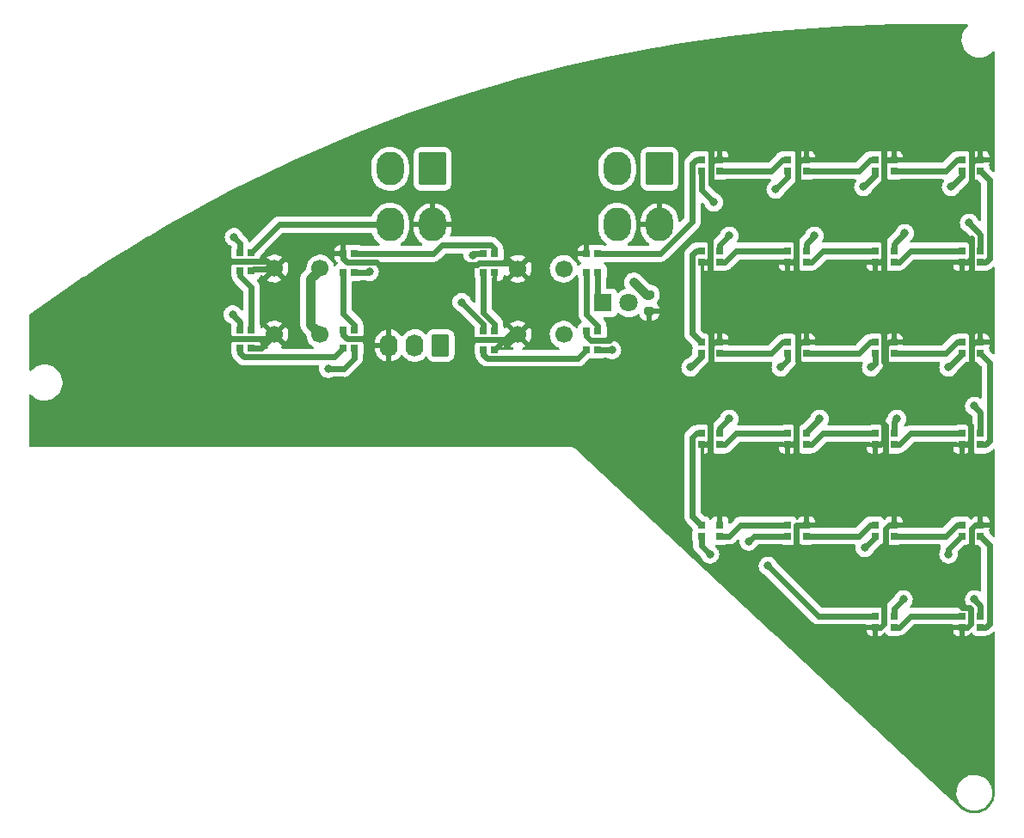
<source format=gbr>
%TF.GenerationSoftware,KiCad,Pcbnew,(6.0.9)*%
%TF.CreationDate,2023-01-27T19:17:15-09:00*%
%TF.ProjectId,EYEBROW WARNING INDICATOR_LEFT,45594542-524f-4572-9057-41524e494e47,rev?*%
%TF.SameCoordinates,Original*%
%TF.FileFunction,Copper,L1,Top*%
%TF.FilePolarity,Positive*%
%FSLAX46Y46*%
G04 Gerber Fmt 4.6, Leading zero omitted, Abs format (unit mm)*
G04 Created by KiCad (PCBNEW (6.0.9)) date 2023-01-27 19:17:15*
%MOMM*%
%LPD*%
G01*
G04 APERTURE LIST*
G04 Aperture macros list*
%AMRoundRect*
0 Rectangle with rounded corners*
0 $1 Rounding radius*
0 $2 $3 $4 $5 $6 $7 $8 $9 X,Y pos of 4 corners*
0 Add a 4 corners polygon primitive as box body*
4,1,4,$2,$3,$4,$5,$6,$7,$8,$9,$2,$3,0*
0 Add four circle primitives for the rounded corners*
1,1,$1+$1,$2,$3*
1,1,$1+$1,$4,$5*
1,1,$1+$1,$6,$7*
1,1,$1+$1,$8,$9*
0 Add four rect primitives between the rounded corners*
20,1,$1+$1,$2,$3,$4,$5,0*
20,1,$1+$1,$4,$5,$6,$7,0*
20,1,$1+$1,$6,$7,$8,$9,0*
20,1,$1+$1,$8,$9,$2,$3,0*%
G04 Aperture macros list end*
%TA.AperFunction,ComponentPad*%
%ADD10RoundRect,0.250000X0.620000X0.845000X-0.620000X0.845000X-0.620000X-0.845000X0.620000X-0.845000X0*%
%TD*%
%TA.AperFunction,ComponentPad*%
%ADD11O,1.740000X2.190000*%
%TD*%
%TA.AperFunction,ComponentPad*%
%ADD12C,1.700000*%
%TD*%
%TA.AperFunction,ComponentPad*%
%ADD13RoundRect,0.250001X1.099999X1.399999X-1.099999X1.399999X-1.099999X-1.399999X1.099999X-1.399999X0*%
%TD*%
%TA.AperFunction,ComponentPad*%
%ADD14O,2.700000X3.300000*%
%TD*%
%TA.AperFunction,SMDPad,CuDef*%
%ADD15R,0.700000X0.700000*%
%TD*%
%TA.AperFunction,SMDPad,CuDef*%
%ADD16RoundRect,0.200000X-0.275000X0.200000X-0.275000X-0.200000X0.275000X-0.200000X0.275000X0.200000X0*%
%TD*%
%TA.AperFunction,ComponentPad*%
%ADD17C,1.800000*%
%TD*%
%TA.AperFunction,ComponentPad*%
%ADD18R,1.800000X1.800000*%
%TD*%
%TA.AperFunction,ViaPad*%
%ADD19C,0.800000*%
%TD*%
%TA.AperFunction,Conductor*%
%ADD20C,0.609600*%
%TD*%
%TA.AperFunction,Conductor*%
%ADD21C,0.914400*%
%TD*%
G04 APERTURE END LIST*
D10*
%TO.P,J3,1*%
%TO.N,/FIRE_SW*%
X142620999Y-91049097D03*
D11*
%TO.P,J3,2*%
%TO.N,/MC_SW*%
X140080999Y-91049097D03*
%TO.P,J3,3*%
%TO.N,GND*%
X137540999Y-91049097D03*
%TD*%
D12*
%TO.P,SW2,1*%
%TO.N,/MC_SW*%
X154749499Y-83492597D03*
%TO.P,SW2,2*%
X154749499Y-89992597D03*
%TO.P,SW2,3*%
%TO.N,GND*%
X150249499Y-83492597D03*
%TO.P,SW2,4*%
X150249499Y-89992597D03*
%TD*%
%TO.P,SW1,1*%
%TO.N,/FIRE_SW*%
X130784599Y-83479897D03*
%TO.P,SW1,2*%
X130784599Y-89979897D03*
%TO.P,SW1,3*%
%TO.N,GND*%
X126284599Y-83479897D03*
%TO.P,SW1,4*%
X126284599Y-89979897D03*
%TD*%
D13*
%TO.P,J2,1*%
%TO.N,+5V*%
X164210999Y-73650097D03*
D14*
%TO.P,J2,2*%
X160010999Y-73650097D03*
%TO.P,J2,3*%
%TO.N,GND*%
X164210999Y-79150097D03*
%TO.P,J2,4*%
%TO.N,/DOUT*%
X160010999Y-79150097D03*
%TD*%
D13*
%TO.P,J1,1*%
%TO.N,+5V*%
X141858999Y-73650097D03*
D14*
%TO.P,J1,2*%
X137658999Y-73650097D03*
%TO.P,J1,3*%
%TO.N,GND*%
X141858999Y-79150097D03*
%TO.P,J1,4*%
%TO.N,/DIN*%
X137658999Y-79150097D03*
%TD*%
D15*
%TO.P,D31,1*%
%TO.N,/DOUT*%
X185444799Y-117718750D03*
%TO.P,D31,2*%
%TO.N,GND*%
X185444799Y-118818750D03*
%TO.P,D31,3*%
%TO.N,Net-(D30-Pad1)*%
X187274799Y-118818750D03*
%TO.P,D31,4*%
%TO.N,+5V*%
X187274799Y-117718750D03*
%TD*%
%TO.P,D30,1*%
%TO.N,Net-(D30-Pad1)*%
X193979199Y-117718750D03*
%TO.P,D30,2*%
%TO.N,GND*%
X193979199Y-118818750D03*
%TO.P,D30,3*%
%TO.N,Net-(D29-Pad1)*%
X195809199Y-118818750D03*
%TO.P,D30,4*%
%TO.N,+5V*%
X195809199Y-117718750D03*
%TD*%
%TO.P,D29,1*%
%TO.N,Net-(D29-Pad1)*%
X195809199Y-109827150D03*
%TO.P,D29,2*%
%TO.N,GND*%
X195809199Y-108727150D03*
%TO.P,D29,3*%
%TO.N,Net-(D28-Pad1)*%
X193979199Y-108727150D03*
%TO.P,D29,4*%
%TO.N,+5V*%
X193979199Y-109827150D03*
%TD*%
%TO.P,D28,1*%
%TO.N,Net-(D28-Pad1)*%
X187274799Y-109827150D03*
%TO.P,D28,2*%
%TO.N,GND*%
X187274799Y-108727150D03*
%TO.P,D28,3*%
%TO.N,Net-(D27-Pad1)*%
X185444799Y-108727150D03*
%TO.P,D28,4*%
%TO.N,+5V*%
X185444799Y-109827150D03*
%TD*%
%TO.P,D27,1*%
%TO.N,Net-(D27-Pad1)*%
X178664199Y-109827150D03*
%TO.P,D27,2*%
%TO.N,GND*%
X178664199Y-108727150D03*
%TO.P,D27,3*%
%TO.N,Net-(D26-Pad1)*%
X176834199Y-108727150D03*
%TO.P,D27,4*%
%TO.N,+5V*%
X176834199Y-109827150D03*
%TD*%
%TO.P,D26,1*%
%TO.N,Net-(D26-Pad1)*%
X170129799Y-109827150D03*
%TO.P,D26,2*%
%TO.N,GND*%
X170129799Y-108727150D03*
%TO.P,D26,3*%
%TO.N,/DOUT3*%
X168299799Y-108727150D03*
%TO.P,D26,4*%
%TO.N,+5V*%
X168299799Y-109827150D03*
%TD*%
%TO.P,D25,1*%
%TO.N,/DOUT3*%
X168299799Y-99735550D03*
%TO.P,D25,2*%
%TO.N,GND*%
X168299799Y-100835550D03*
%TO.P,D25,3*%
%TO.N,Net-(D24-Pad1)*%
X170129799Y-100835550D03*
%TO.P,D25,4*%
%TO.N,+5V*%
X170129799Y-99735550D03*
%TD*%
%TO.P,D24,1*%
%TO.N,Net-(D24-Pad1)*%
X176834199Y-99735550D03*
%TO.P,D24,2*%
%TO.N,GND*%
X176834199Y-100835550D03*
%TO.P,D24,3*%
%TO.N,Net-(D23-Pad1)*%
X178664199Y-100835550D03*
%TO.P,D24,4*%
%TO.N,+5V*%
X178664199Y-99735550D03*
%TD*%
%TO.P,D23,1*%
%TO.N,Net-(D23-Pad1)*%
X185444799Y-99735550D03*
%TO.P,D23,2*%
%TO.N,GND*%
X185444799Y-100835550D03*
%TO.P,D23,3*%
%TO.N,Net-(D22-Pad1)*%
X187274799Y-100835550D03*
%TO.P,D23,4*%
%TO.N,+5V*%
X187274799Y-99735550D03*
%TD*%
%TO.P,D22,1*%
%TO.N,Net-(D22-Pad1)*%
X193979199Y-99735550D03*
%TO.P,D22,2*%
%TO.N,GND*%
X193979199Y-100835550D03*
%TO.P,D22,3*%
%TO.N,Net-(D21-Pad1)*%
X195809199Y-100835550D03*
%TO.P,D22,4*%
%TO.N,+5V*%
X195809199Y-99735550D03*
%TD*%
%TO.P,D21,1*%
%TO.N,Net-(D21-Pad1)*%
X195809199Y-91843950D03*
%TO.P,D21,2*%
%TO.N,GND*%
X195809199Y-90743950D03*
%TO.P,D21,3*%
%TO.N,Net-(D20-Pad1)*%
X193979199Y-90743950D03*
%TO.P,D21,4*%
%TO.N,+5V*%
X193979199Y-91843950D03*
%TD*%
%TO.P,D20,1*%
%TO.N,Net-(D20-Pad1)*%
X187274799Y-91843950D03*
%TO.P,D20,2*%
%TO.N,GND*%
X187274799Y-90743950D03*
%TO.P,D20,3*%
%TO.N,Net-(D19-Pad1)*%
X185444799Y-90743950D03*
%TO.P,D20,4*%
%TO.N,+5V*%
X185444799Y-91843950D03*
%TD*%
%TO.P,D19,1*%
%TO.N,Net-(D19-Pad1)*%
X178664199Y-91843950D03*
%TO.P,D19,2*%
%TO.N,GND*%
X178664199Y-90743950D03*
%TO.P,D19,3*%
%TO.N,Net-(D18-Pad1)*%
X176834199Y-90743950D03*
%TO.P,D19,4*%
%TO.N,+5V*%
X176834199Y-91843950D03*
%TD*%
%TO.P,D18,1*%
%TO.N,Net-(D18-Pad1)*%
X170129799Y-91843950D03*
%TO.P,D18,2*%
%TO.N,GND*%
X170129799Y-90743950D03*
%TO.P,D18,3*%
%TO.N,/DOUT2*%
X168299799Y-90743950D03*
%TO.P,D18,4*%
%TO.N,+5V*%
X168299799Y-91843950D03*
%TD*%
%TO.P,D16,1*%
%TO.N,Net-(D16-Pad1)*%
X176834199Y-81752351D03*
%TO.P,D16,2*%
%TO.N,GND*%
X176834199Y-82852351D03*
%TO.P,D16,3*%
%TO.N,Net-(D15-Pad1)*%
X178664199Y-82852351D03*
%TO.P,D16,4*%
%TO.N,+5V*%
X178664199Y-81752351D03*
%TD*%
%TO.P,D15,1*%
%TO.N,Net-(D15-Pad1)*%
X185444799Y-81752351D03*
%TO.P,D15,2*%
%TO.N,GND*%
X185444799Y-82852351D03*
%TO.P,D15,3*%
%TO.N,Net-(D14-Pad1)*%
X187274799Y-82852351D03*
%TO.P,D15,4*%
%TO.N,+5V*%
X187274799Y-81752351D03*
%TD*%
%TO.P,D14,1*%
%TO.N,Net-(D14-Pad1)*%
X193979199Y-81752351D03*
%TO.P,D14,2*%
%TO.N,GND*%
X193979199Y-82852351D03*
%TO.P,D14,3*%
%TO.N,Net-(D13-Pad1)*%
X195809199Y-82852351D03*
%TO.P,D14,4*%
%TO.N,+5V*%
X195809199Y-81752351D03*
%TD*%
%TO.P,D13,1*%
%TO.N,Net-(D13-Pad1)*%
X195809199Y-73860751D03*
%TO.P,D13,2*%
%TO.N,GND*%
X195809199Y-72760751D03*
%TO.P,D13,3*%
%TO.N,Net-(D12-Pad1)*%
X193979199Y-72760751D03*
%TO.P,D13,4*%
%TO.N,+5V*%
X193979199Y-73860751D03*
%TD*%
%TO.P,D12,1*%
%TO.N,Net-(D12-Pad1)*%
X187274799Y-73860751D03*
%TO.P,D12,2*%
%TO.N,GND*%
X187274799Y-72760751D03*
%TO.P,D12,3*%
%TO.N,Net-(D11-Pad1)*%
X185444799Y-72760751D03*
%TO.P,D12,4*%
%TO.N,+5V*%
X185444799Y-73860751D03*
%TD*%
%TO.P,D11,1*%
%TO.N,Net-(D11-Pad1)*%
X178664199Y-73860750D03*
%TO.P,D11,2*%
%TO.N,GND*%
X178664199Y-72760750D03*
%TO.P,D11,3*%
%TO.N,Net-(D10-Pad1)*%
X176834199Y-72760750D03*
%TO.P,D11,4*%
%TO.N,+5V*%
X176834199Y-73860750D03*
%TD*%
%TO.P,D10,1*%
%TO.N,Net-(D10-Pad1)*%
X170129799Y-73860750D03*
%TO.P,D10,2*%
%TO.N,GND*%
X170129799Y-72760750D03*
%TO.P,D10,3*%
%TO.N,/DOUT1*%
X168299799Y-72760750D03*
%TO.P,D10,4*%
%TO.N,+5V*%
X168299799Y-73860750D03*
%TD*%
%TO.P,D9,1*%
%TO.N,/DOUT1*%
X158133249Y-82013149D03*
%TO.P,D9,2*%
%TO.N,GND*%
X157033249Y-82013149D03*
%TO.P,D9,3*%
%TO.N,Net-(D8-Pad1)*%
X157033249Y-83843149D03*
%TO.P,D9,4*%
%TO.N,+5V*%
X158133249Y-83843149D03*
%TD*%
%TO.P,D8,1*%
%TO.N,Net-(D8-Pad1)*%
X158133249Y-89633149D03*
%TO.P,D8,2*%
%TO.N,GND*%
X157033249Y-89633149D03*
%TO.P,D8,3*%
%TO.N,Net-(D7-Pad1)*%
X157033249Y-91463149D03*
%TO.P,D8,4*%
%TO.N,+5V*%
X158133249Y-91463149D03*
%TD*%
%TO.P,D7,1*%
%TO.N,Net-(D7-Pad1)*%
X146873249Y-91463149D03*
%TO.P,D7,2*%
%TO.N,GND*%
X147973249Y-91463149D03*
%TO.P,D7,3*%
%TO.N,Net-(D6-Pad1)*%
X147973249Y-89633149D03*
%TO.P,D7,4*%
%TO.N,+5V*%
X146873249Y-89633149D03*
%TD*%
%TO.P,D6,1*%
%TO.N,Net-(D6-Pad1)*%
X146873249Y-83843149D03*
%TO.P,D6,2*%
%TO.N,GND*%
X147973249Y-83843149D03*
%TO.P,D6,3*%
%TO.N,Net-(D5-Pad1)*%
X147973249Y-82013149D03*
%TO.P,D6,4*%
%TO.N,+5V*%
X146873249Y-82013149D03*
%TD*%
%TO.P,D5,1*%
%TO.N,Net-(D5-Pad1)*%
X134173249Y-82013149D03*
%TO.P,D5,2*%
%TO.N,GND*%
X133073249Y-82013149D03*
%TO.P,D5,3*%
%TO.N,Net-(D4-Pad1)*%
X133073249Y-83843149D03*
%TO.P,D5,4*%
%TO.N,+5V*%
X134173249Y-83843149D03*
%TD*%
%TO.P,D4,1*%
%TO.N,Net-(D4-Pad1)*%
X134173249Y-89503093D03*
%TO.P,D4,2*%
%TO.N,GND*%
X133073249Y-89503093D03*
%TO.P,D4,3*%
%TO.N,Net-(D3-Pad1)*%
X133073249Y-91333093D03*
%TO.P,D4,4*%
%TO.N,+5V*%
X134173249Y-91333093D03*
%TD*%
%TO.P,D3,1*%
%TO.N,Net-(D3-Pad1)*%
X122913249Y-91333093D03*
%TO.P,D3,2*%
%TO.N,GND*%
X124013249Y-91333093D03*
%TO.P,D3,3*%
%TO.N,Net-(D2-Pad1)*%
X124013249Y-89503093D03*
%TO.P,D3,4*%
%TO.N,+5V*%
X122913249Y-89503093D03*
%TD*%
%TO.P,D2,1*%
%TO.N,Net-(D2-Pad1)*%
X122913249Y-83713093D03*
%TO.P,D2,2*%
%TO.N,GND*%
X124013249Y-83713093D03*
%TO.P,D2,3*%
%TO.N,/DIN*%
X124013249Y-81883093D03*
%TO.P,D2,4*%
%TO.N,+5V*%
X122913249Y-81883093D03*
%TD*%
%TO.P,D17,1*%
%TO.N,/DOUT2*%
X168299799Y-81752351D03*
%TO.P,D17,2*%
%TO.N,GND*%
X168299799Y-82852351D03*
%TO.P,D17,3*%
%TO.N,Net-(D16-Pad1)*%
X170129799Y-82852351D03*
%TO.P,D17,4*%
%TO.N,+5V*%
X170129799Y-81752351D03*
%TD*%
D16*
%TO.P,R1,1*%
%TO.N,Net-(D1-Pad2)*%
X163194999Y-86033097D03*
%TO.P,R1,2*%
%TO.N,GND*%
X163194999Y-87683097D03*
%TD*%
D17*
%TO.P,D1,2*%
%TO.N,Net-(D1-Pad2)*%
X161162999Y-86858097D03*
D18*
%TO.P,D1,1*%
%TO.N,+5V*%
X158622999Y-86858097D03*
%TD*%
D19*
%TO.N,GND*%
X154050999Y-72126097D03*
X153998999Y-74210097D03*
X153998999Y-73194097D03*
%TO.N,+5V*%
X135635999Y-83810097D03*
X131571999Y-93335097D03*
X122173999Y-88001097D03*
X122300999Y-80381097D03*
X145795999Y-82159097D03*
X144716499Y-86794597D03*
X159511999Y-91493597D03*
X167258999Y-93208097D03*
X176148999Y-93208097D03*
X185038999Y-93208097D03*
X192658999Y-93208097D03*
X195198999Y-97018097D03*
X187578999Y-98288097D03*
X179958999Y-98288097D03*
X171068999Y-98288097D03*
X169163999Y-111623097D03*
X172973999Y-110353097D03*
X184403999Y-110988097D03*
X192658999Y-111623097D03*
X195198999Y-116068097D03*
X188213999Y-116068097D03*
X194690999Y-78984097D03*
X188340999Y-80000097D03*
X179450999Y-80254097D03*
X171068999Y-80254097D03*
X169544999Y-76952097D03*
X175640999Y-75682097D03*
X184276999Y-75428097D03*
X192912999Y-75428097D03*
%TO.N,Net-(D1-Pad2)*%
X161670999Y-84826097D03*
%TO.N,/DOUT*%
X174878999Y-112766085D03*
%TD*%
D20*
%TO.N,GND*%
X126293249Y-89988149D02*
X125867301Y-90414097D01*
X125867301Y-90414097D02*
X122215611Y-90414097D01*
X124238193Y-83488149D02*
X124013249Y-83713093D01*
X126293249Y-83488149D02*
X124238193Y-83488149D01*
X126293249Y-83488149D02*
X125599197Y-82794097D01*
X125599197Y-82794097D02*
X121538999Y-82794097D01*
X149448249Y-89988149D02*
X147973249Y-91463149D01*
X150253249Y-89988149D02*
X149448249Y-89988149D01*
X149753448Y-90487950D02*
X144853852Y-90487950D01*
X150253249Y-89988149D02*
X149753448Y-90487950D01*
X133073249Y-90011735D02*
X133475611Y-90414097D01*
X133475611Y-90414097D02*
X135762999Y-90414097D01*
X133073249Y-89503093D02*
X133073249Y-90011735D01*
X149686197Y-82921097D02*
X146373107Y-82921097D01*
X150253249Y-83488149D02*
X149686197Y-82921097D01*
X145176801Y-83063899D02*
X145033999Y-82921097D01*
X146373107Y-82921097D02*
X146230305Y-83063899D01*
X146230305Y-83063899D02*
X145176801Y-83063899D01*
X124948305Y-91333093D02*
X126293249Y-89988149D01*
X124013249Y-91333093D02*
X124948305Y-91333093D01*
X157033249Y-90141791D02*
X157432555Y-90541097D01*
X157432555Y-90541097D02*
X159257999Y-90541097D01*
X157033249Y-89633149D02*
X157033249Y-90141791D01*
X185953441Y-118818750D02*
X186308999Y-118463192D01*
X186308999Y-118463192D02*
X186308999Y-116322097D01*
X185444799Y-118818750D02*
X185953441Y-118818750D01*
X194733040Y-116863949D02*
X193962851Y-116863949D01*
X193962851Y-116863949D02*
X193420999Y-116322097D01*
X193979199Y-118818750D02*
X194487841Y-118818750D01*
X194487841Y-118818750D02*
X194834000Y-118472591D01*
X194834000Y-118472591D02*
X194834000Y-116964909D01*
X194834000Y-116964909D02*
X194733040Y-116863949D01*
X186419998Y-109073309D02*
X186419998Y-111099096D01*
X186419998Y-111099096D02*
X186816999Y-111496097D01*
X187274799Y-108727150D02*
X186766157Y-108727150D01*
X186766157Y-108727150D02*
X186419998Y-109073309D01*
X195300557Y-108727150D02*
X194944999Y-109082708D01*
X194944999Y-109082708D02*
X194944999Y-111750097D01*
X195809199Y-108727150D02*
X195300557Y-108727150D01*
X177689000Y-108742749D02*
X177689000Y-111004098D01*
X177689000Y-111004098D02*
X177926999Y-111242097D01*
X178664199Y-108727150D02*
X177704599Y-108727150D01*
X177704599Y-108727150D02*
X177689000Y-108742749D01*
X169154600Y-100489391D02*
X169154600Y-98405698D01*
X169154600Y-98405698D02*
X169154600Y-102215698D01*
X168299799Y-100835550D02*
X168808441Y-100835550D01*
X168808441Y-100835550D02*
X169154600Y-100489391D01*
X177689000Y-100489391D02*
X177689000Y-98050098D01*
X177689000Y-98050098D02*
X177689000Y-102336096D01*
X176834199Y-100835550D02*
X177342841Y-100835550D01*
X177342841Y-100835550D02*
X177689000Y-100489391D01*
X186299600Y-100489391D02*
X186299600Y-98786698D01*
X185800999Y-98288097D02*
X186419998Y-98907097D01*
X186419998Y-98907097D02*
X186419998Y-102749098D01*
X186299600Y-98786698D02*
X185800999Y-98288097D01*
X185444799Y-100835550D02*
X185953441Y-100835550D01*
X185953441Y-100835550D02*
X186299600Y-100489391D01*
X194834000Y-100489391D02*
X194834000Y-98939098D01*
X193979199Y-100835550D02*
X194487841Y-100835550D01*
X194487841Y-100835550D02*
X194834000Y-100489391D01*
X194834000Y-98939098D02*
X193928999Y-98034097D01*
X194834000Y-98939098D02*
X194834000Y-102717096D01*
X195300557Y-90743950D02*
X194944999Y-91099508D01*
X194944999Y-92954097D02*
X194944999Y-89398097D01*
X194944999Y-91099508D02*
X194944999Y-92954097D01*
X195809199Y-90743950D02*
X195300557Y-90743950D01*
X186419998Y-91090109D02*
X186419998Y-92811096D01*
X186308999Y-92700097D02*
X186308999Y-89398097D01*
X186816999Y-93208097D02*
X186308999Y-92700097D01*
X186419998Y-92811096D02*
X186816999Y-93208097D01*
X187274799Y-90743950D02*
X186766157Y-90743950D01*
X186766157Y-90743950D02*
X186419998Y-91090109D01*
X177809398Y-91090109D02*
X177809398Y-92582496D01*
X178664199Y-90743950D02*
X178155557Y-90743950D01*
X178155557Y-90743950D02*
X177809398Y-91090109D01*
X177809398Y-92582496D02*
X178434999Y-93208097D01*
X177809398Y-92582496D02*
X177809398Y-89534496D01*
X169274998Y-91090109D02*
X169274998Y-92938096D01*
X170129799Y-90743950D02*
X169621157Y-90743950D01*
X169621157Y-90743950D02*
X169274998Y-91090109D01*
X169274998Y-92938096D02*
X169544999Y-93208097D01*
X169274998Y-92938096D02*
X169274998Y-89414098D01*
X169154600Y-82506192D02*
X169154600Y-80644496D01*
X168808441Y-82852351D02*
X169154600Y-82506192D01*
X168299799Y-82852351D02*
X168808441Y-82852351D01*
X169154600Y-82506192D02*
X169154600Y-83927698D01*
X177342841Y-82852351D02*
X177689000Y-82506192D01*
X176834199Y-82852351D02*
X177342841Y-82852351D01*
X177689000Y-82506192D02*
X177689000Y-80524098D01*
X177689000Y-82506192D02*
X177689000Y-83794096D01*
X185953441Y-82852351D02*
X186308999Y-82496793D01*
X185444799Y-82852351D02*
X185953441Y-82852351D01*
X186308999Y-82496793D02*
X186308999Y-80508097D01*
X186308999Y-82496793D02*
X186308999Y-84064097D01*
X194487841Y-82852351D02*
X194944999Y-82395193D01*
X194944999Y-80508097D02*
X194944999Y-84318097D01*
X194944999Y-82395193D02*
X194944999Y-80508097D01*
X193979199Y-82852351D02*
X194487841Y-82852351D01*
X169274998Y-73106909D02*
X169274998Y-75158096D01*
X169274998Y-75158096D02*
X169274998Y-71634098D01*
X170129799Y-72760750D02*
X169621157Y-72760750D01*
X169621157Y-72760750D02*
X169274998Y-73106909D01*
X177809398Y-73106909D02*
X177809398Y-74802496D01*
X177809398Y-74802496D02*
X177809398Y-71754496D01*
X178664199Y-72760750D02*
X178155557Y-72760750D01*
X178155557Y-72760750D02*
X177809398Y-73106909D01*
X186315199Y-72760751D02*
X186308999Y-72766951D01*
X186308999Y-75174097D02*
X186308999Y-71618097D01*
X186308999Y-72766951D02*
X186308999Y-75174097D01*
X187274799Y-72760751D02*
X186315199Y-72760751D01*
X195300557Y-72760751D02*
X194944999Y-73116309D01*
X194944999Y-75174097D02*
X194944999Y-71872097D01*
X194944999Y-73116309D02*
X194944999Y-75174097D01*
X195809199Y-72760751D02*
X195300557Y-72760751D01*
X133419408Y-82867950D02*
X136344852Y-82867950D01*
X133073249Y-82521791D02*
X133419408Y-82867950D01*
X133073249Y-82013149D02*
X133073249Y-82521791D01*
X136344852Y-82867950D02*
X136778999Y-83302097D01*
%TO.N,+5V*%
X134173249Y-83843149D02*
X135602947Y-83843149D01*
X135602947Y-83843149D02*
X135635999Y-83810097D01*
X134173249Y-91333093D02*
X134173249Y-92292693D01*
X134173249Y-92292693D02*
X133130845Y-93335097D01*
X133130845Y-93335097D02*
X131571999Y-93335097D01*
X122913249Y-89503093D02*
X122913249Y-88740347D01*
X122913249Y-88740347D02*
X122173999Y-88001097D01*
X122913249Y-81883093D02*
X122913249Y-80993347D01*
X122913249Y-80993347D02*
X122300999Y-80381097D01*
X146873249Y-82013149D02*
X145941947Y-82013149D01*
X145941947Y-82013149D02*
X145795999Y-82159097D01*
X146873249Y-89633149D02*
X146873249Y-88951347D01*
X146873249Y-88951347D02*
X144716499Y-86794597D01*
X158133249Y-91463149D02*
X159481551Y-91463149D01*
X159481551Y-91463149D02*
X159511999Y-91493597D01*
X168299799Y-92167297D02*
X167258999Y-93208097D01*
X168299799Y-91843950D02*
X168299799Y-92167297D01*
X176834199Y-91843950D02*
X176834199Y-92522897D01*
X176834199Y-92522897D02*
X176148999Y-93208097D01*
X185444799Y-91843950D02*
X185444799Y-92802297D01*
X185444799Y-92802297D02*
X185038999Y-93208097D01*
X193979199Y-91887897D02*
X192658999Y-93208097D01*
X193979199Y-91843950D02*
X193979199Y-91887897D01*
X195809199Y-99735550D02*
X195809199Y-97628297D01*
X195809199Y-97628297D02*
X195198999Y-97018097D01*
X187274799Y-99735550D02*
X187274799Y-98592297D01*
X187274799Y-98592297D02*
X187578999Y-98288097D01*
X178664199Y-99735550D02*
X178664199Y-99582897D01*
X178664199Y-99582897D02*
X179958999Y-98288097D01*
X170129799Y-99735550D02*
X170129799Y-99227297D01*
X170129799Y-99227297D02*
X171068999Y-98288097D01*
X168299799Y-109827150D02*
X168299799Y-110758897D01*
X168299799Y-110758897D02*
X169163999Y-111623097D01*
X176834199Y-109827150D02*
X173499946Y-109827150D01*
X173499946Y-109827150D02*
X172973999Y-110353097D01*
X185444799Y-109947297D02*
X184403999Y-110988097D01*
X185444799Y-109827150D02*
X185444799Y-109947297D01*
X193979199Y-109827150D02*
X193979199Y-109768297D01*
X192658999Y-111088497D02*
X192658999Y-111623097D01*
X193979199Y-109768297D02*
X192658999Y-111088497D01*
X195809199Y-117718750D02*
X195809199Y-116678297D01*
X195809199Y-116678297D02*
X195198999Y-116068097D01*
X187274799Y-117718750D02*
X187274799Y-117007297D01*
X187274799Y-117007297D02*
X188213999Y-116068097D01*
X195809199Y-81752351D02*
X195809199Y-80102297D01*
X195809199Y-80102297D02*
X194690999Y-78984097D01*
X187274799Y-81752351D02*
X187274799Y-81066297D01*
X187274799Y-81066297D02*
X188340999Y-80000097D01*
X178664199Y-81752351D02*
X178664199Y-81040897D01*
X178664199Y-81040897D02*
X179450999Y-80254097D01*
X170129799Y-81752351D02*
X170129799Y-81193297D01*
X170129799Y-81193297D02*
X171068999Y-80254097D01*
X168299799Y-73860750D02*
X168299799Y-75706897D01*
X168299799Y-75706897D02*
X169544999Y-76952097D01*
X176834199Y-73860750D02*
X176834199Y-74488897D01*
X176834199Y-74488897D02*
X175640999Y-75682097D01*
X185444799Y-73860751D02*
X185444799Y-74260297D01*
X185444799Y-74260297D02*
X184276999Y-75428097D01*
X193979199Y-73860751D02*
X193979199Y-74361897D01*
X193979199Y-74361897D02*
X192912999Y-75428097D01*
X158133249Y-86368347D02*
X158622999Y-86858097D01*
X158133249Y-83843149D02*
X158133249Y-86368347D01*
D21*
%TO.N,Net-(D1-Pad2)*%
X162877999Y-86033097D02*
X161670999Y-84826097D01*
X163194999Y-86033097D02*
X162877999Y-86033097D01*
D20*
%TO.N,/DIN*%
X126746245Y-79150097D02*
X137658999Y-79150097D01*
X124013249Y-81883093D02*
X126746245Y-79150097D01*
%TO.N,Net-(D2-Pad1)*%
X122913249Y-84221735D02*
X122913249Y-83713093D01*
X124013249Y-85321735D02*
X122913249Y-84221735D01*
X124013249Y-89503093D02*
X124013249Y-85321735D01*
%TO.N,Net-(D3-Pad1)*%
X122913249Y-91841735D02*
X122913249Y-91333093D01*
X123259408Y-92187894D02*
X122913249Y-91841735D01*
X132218448Y-92187894D02*
X123259408Y-92187894D01*
X133073249Y-91333093D02*
X132218448Y-92187894D01*
%TO.N,Net-(D4-Pad1)*%
X134173249Y-88994451D02*
X134173249Y-89503093D01*
X133073249Y-87894451D02*
X134173249Y-88994451D01*
X133073249Y-83843149D02*
X133073249Y-87894451D01*
%TO.N,Net-(D5-Pad1)*%
X141919044Y-82013149D02*
X134173249Y-82013149D01*
X142773845Y-81158348D02*
X141919044Y-82013149D01*
X147627090Y-81158348D02*
X142773845Y-81158348D01*
X147973249Y-81504507D02*
X147627090Y-81158348D01*
X147973249Y-82013149D02*
X147973249Y-81504507D01*
%TO.N,Net-(D6-Pad1)*%
X146873249Y-83843149D02*
X146873249Y-87806385D01*
X146873249Y-87806385D02*
X147973249Y-88906385D01*
X147973249Y-88906385D02*
X147973249Y-89633149D01*
%TO.N,Net-(D7-Pad1)*%
X157003448Y-91492950D02*
X157033249Y-91463149D01*
X147219408Y-92317950D02*
X146873249Y-91971791D01*
X156178448Y-92317950D02*
X147219408Y-92317950D01*
X146873249Y-91971791D02*
X146873249Y-91463149D01*
X157033249Y-91463149D02*
X156178448Y-92317950D01*
%TO.N,Net-(D8-Pad1)*%
X157033249Y-87976989D02*
X157033249Y-83843149D01*
X158133249Y-89076989D02*
X157033249Y-87976989D01*
X158133249Y-89633149D02*
X158133249Y-89076989D01*
%TO.N,/DOUT1*%
X167444998Y-73106909D02*
X167791157Y-72760750D01*
X167444998Y-78839195D02*
X167444998Y-73106909D01*
X164271044Y-82013149D02*
X167444998Y-78839195D01*
X167791157Y-72760750D02*
X168299799Y-72760750D01*
X158133249Y-82013149D02*
X164271044Y-82013149D01*
%TO.N,Net-(D10-Pad1)*%
X176325557Y-72760750D02*
X176834199Y-72760750D01*
X175225557Y-73860750D02*
X176325557Y-72760750D01*
X170129799Y-73860750D02*
X175225557Y-73860750D01*
%TO.N,Net-(D11-Pad1)*%
X184936157Y-72760751D02*
X185444799Y-72760751D01*
X183836158Y-73860750D02*
X184936157Y-72760751D01*
X178664199Y-73860750D02*
X183836158Y-73860750D01*
%TO.N,Net-(D12-Pad1)*%
X193470557Y-72760751D02*
X193979199Y-72760751D01*
X192370557Y-73860751D02*
X193470557Y-72760751D01*
X187274799Y-73860751D02*
X192370557Y-73860751D01*
%TO.N,Net-(D13-Pad1)*%
X196317841Y-82852351D02*
X195809199Y-82852351D01*
X196664000Y-82506192D02*
X196317841Y-82852351D01*
X196664000Y-74715552D02*
X196664000Y-82506192D01*
X195809199Y-73860751D02*
X196664000Y-74715552D01*
%TO.N,Net-(D14-Pad1)*%
X187783441Y-82852351D02*
X187274799Y-82852351D01*
X188883441Y-81752351D02*
X187783441Y-82852351D01*
X193979199Y-81752351D02*
X188883441Y-81752351D01*
%TO.N,Net-(D15-Pad1)*%
X179172841Y-82852351D02*
X178664199Y-82852351D01*
X180272841Y-81752351D02*
X179172841Y-82852351D01*
X185444799Y-81752351D02*
X180272841Y-81752351D01*
%TO.N,Net-(D16-Pad1)*%
X170638441Y-82852351D02*
X170129799Y-82852351D01*
X171738441Y-81752351D02*
X170638441Y-82852351D01*
X176834199Y-81752351D02*
X171738441Y-81752351D01*
%TO.N,/DOUT2*%
X167444998Y-89889149D02*
X168299799Y-90743950D01*
X167444998Y-82098510D02*
X167444998Y-89889149D01*
X167791157Y-81752351D02*
X167444998Y-82098510D01*
X168299799Y-81752351D02*
X167791157Y-81752351D01*
%TO.N,Net-(D18-Pad1)*%
X176325557Y-90743950D02*
X176834199Y-90743950D01*
X175225557Y-91843950D02*
X176325557Y-90743950D01*
X170129799Y-91843950D02*
X175225557Y-91843950D01*
%TO.N,Net-(D19-Pad1)*%
X184936157Y-90743950D02*
X185444799Y-90743950D01*
X183836157Y-91843950D02*
X184936157Y-90743950D01*
X178664199Y-91843950D02*
X183836157Y-91843950D01*
%TO.N,Net-(D20-Pad1)*%
X193470557Y-90743950D02*
X193979199Y-90743950D01*
X192370557Y-91843950D02*
X193470557Y-90743950D01*
X187274799Y-91843950D02*
X192370557Y-91843950D01*
%TO.N,Net-(D21-Pad1)*%
X195809199Y-91843950D02*
X196722999Y-92757750D01*
X196317841Y-100835550D02*
X195809199Y-100835550D01*
X196722999Y-100430392D02*
X196317841Y-100835550D01*
X196722999Y-92757750D02*
X196722999Y-100430392D01*
%TO.N,Net-(D22-Pad1)*%
X187783441Y-100835550D02*
X187274799Y-100835550D01*
X188883441Y-99735550D02*
X187783441Y-100835550D01*
X193979199Y-99735550D02*
X188883441Y-99735550D01*
%TO.N,Net-(D23-Pad1)*%
X179172841Y-100835550D02*
X178664199Y-100835550D01*
X180272841Y-99735550D02*
X179172841Y-100835550D01*
X185444799Y-99735550D02*
X180272841Y-99735550D01*
%TO.N,Net-(D24-Pad1)*%
X170638441Y-100835550D02*
X170129799Y-100835550D01*
X171738441Y-99735550D02*
X170638441Y-100835550D01*
X176834199Y-99735550D02*
X171738441Y-99735550D01*
%TO.N,/DOUT3*%
X167444998Y-107872349D02*
X168299799Y-108727150D01*
X167444998Y-100081709D02*
X167444998Y-107872349D01*
X167791157Y-99735550D02*
X167444998Y-100081709D01*
X168299799Y-99735550D02*
X167791157Y-99735550D01*
%TO.N,Net-(D26-Pad1)*%
X172189399Y-108727150D02*
X176834199Y-108727150D01*
X171089399Y-109827150D02*
X172189399Y-108727150D01*
X170129799Y-109827150D02*
X171089399Y-109827150D01*
%TO.N,Net-(D27-Pad1)*%
X183836157Y-109827150D02*
X184936157Y-108727150D01*
X184936157Y-108727150D02*
X185444799Y-108727150D01*
X178664199Y-109827150D02*
X183836157Y-109827150D01*
%TO.N,Net-(D28-Pad1)*%
X193470557Y-108727150D02*
X193979199Y-108727150D01*
X192370557Y-109827150D02*
X193470557Y-108727150D01*
X187274799Y-109827150D02*
X192370557Y-109827150D01*
%TO.N,Net-(D29-Pad1)*%
X196317841Y-118818750D02*
X195809199Y-118818750D01*
X196664000Y-118472591D02*
X196317841Y-118818750D01*
X196664000Y-110681951D02*
X196664000Y-118472591D01*
X195809199Y-109827150D02*
X196664000Y-110681951D01*
%TO.N,Net-(D30-Pad1)*%
X187783441Y-118818750D02*
X187274799Y-118818750D01*
X188883441Y-117718750D02*
X187783441Y-118818750D01*
X193979199Y-117718750D02*
X188883441Y-117718750D01*
%TO.N,/DOUT*%
X179831664Y-117718750D02*
X174878999Y-112766085D01*
X185444799Y-117718750D02*
X179831664Y-117718750D01*
D21*
%TO.N,/FIRE_SW*%
X129793250Y-84488148D02*
X130793249Y-83488149D01*
X129793250Y-88988150D02*
X129793250Y-84488148D01*
X130793249Y-89988149D02*
X129793250Y-88988150D01*
%TD*%
%TA.AperFunction,Conductor*%
%TO.N,GND*%
G36*
X194504025Y-59424752D02*
G01*
X194550518Y-59478408D01*
X194560622Y-59548682D01*
X194531128Y-59613262D01*
X194521029Y-59623646D01*
X194519309Y-59625222D01*
X194515642Y-59628113D01*
X194336556Y-59818488D01*
X194187575Y-60033242D01*
X194071974Y-60267658D01*
X193992292Y-60516586D01*
X193950278Y-60774558D01*
X193946857Y-61035906D01*
X193982103Y-61294889D01*
X194055242Y-61545818D01*
X194164667Y-61783179D01*
X194190945Y-61823260D01*
X194305409Y-61997847D01*
X194305413Y-61997852D01*
X194307975Y-62001760D01*
X194482017Y-62196757D01*
X194682969Y-62363888D01*
X194686972Y-62366317D01*
X194902421Y-62497055D01*
X194902425Y-62497057D01*
X194906418Y-62499480D01*
X195147454Y-62600554D01*
X195400782Y-62664892D01*
X195405433Y-62665360D01*
X195405437Y-62665361D01*
X195598307Y-62684782D01*
X195617866Y-62686751D01*
X195773353Y-62686751D01*
X195775678Y-62686578D01*
X195775684Y-62686578D01*
X195962999Y-62672658D01*
X195963003Y-62672657D01*
X195967651Y-62672312D01*
X195972199Y-62671283D01*
X195972205Y-62671282D01*
X196158600Y-62629104D01*
X196222576Y-62614628D01*
X196258768Y-62600554D01*
X196461823Y-62521591D01*
X196461826Y-62521590D01*
X196466176Y-62519898D01*
X196693097Y-62390202D01*
X196898356Y-62228389D01*
X197012723Y-62106812D01*
X197073968Y-62070900D01*
X197144906Y-62073800D01*
X197203014Y-62114591D01*
X197229845Y-62180322D01*
X197230499Y-62193145D01*
X197230499Y-73827681D01*
X197210497Y-73895802D01*
X197156841Y-73942295D01*
X197086567Y-73952399D01*
X197021987Y-73922905D01*
X197015404Y-73916776D01*
X196704604Y-73605976D01*
X196670578Y-73543664D01*
X196667699Y-73516881D01*
X196667699Y-73462617D01*
X196660944Y-73400435D01*
X196658172Y-73393039D01*
X196658170Y-73393033D01*
X196643637Y-73354267D01*
X196638454Y-73283460D01*
X196643637Y-73265807D01*
X196657678Y-73228353D01*
X196661304Y-73213102D01*
X196666830Y-73162237D01*
X196667199Y-73155423D01*
X196667199Y-73032866D01*
X196662724Y-73017627D01*
X196661334Y-73016422D01*
X196653651Y-73014751D01*
X196304185Y-73014751D01*
X196276034Y-73011450D01*
X196269515Y-73009006D01*
X196261667Y-73008153D01*
X196261665Y-73008153D01*
X196210730Y-73002620D01*
X196207333Y-73002251D01*
X195681199Y-73002251D01*
X195613078Y-72982249D01*
X195566585Y-72928593D01*
X195555199Y-72876251D01*
X195555199Y-72488636D01*
X196063199Y-72488636D01*
X196067674Y-72503875D01*
X196069064Y-72505080D01*
X196076747Y-72506751D01*
X196649083Y-72506751D01*
X196664322Y-72502276D01*
X196665527Y-72500886D01*
X196667198Y-72493203D01*
X196667198Y-72366082D01*
X196666828Y-72359261D01*
X196661304Y-72308399D01*
X196657678Y-72293147D01*
X196612523Y-72172697D01*
X196603985Y-72157102D01*
X196527484Y-72055027D01*
X196514923Y-72042466D01*
X196412848Y-71965965D01*
X196397253Y-71957427D01*
X196276805Y-71912273D01*
X196261550Y-71908646D01*
X196210685Y-71903120D01*
X196203871Y-71902751D01*
X196081314Y-71902751D01*
X196066075Y-71907226D01*
X196064870Y-71908616D01*
X196063199Y-71916299D01*
X196063199Y-72488636D01*
X195555199Y-72488636D01*
X195555199Y-71920867D01*
X195550724Y-71905628D01*
X195549334Y-71904423D01*
X195541651Y-71902752D01*
X195414530Y-71902752D01*
X195407709Y-71903122D01*
X195356847Y-71908646D01*
X195341595Y-71912272D01*
X195221145Y-71957427D01*
X195205550Y-71965965D01*
X195103475Y-72042466D01*
X195090914Y-72055027D01*
X195014409Y-72157108D01*
X195005006Y-72174282D01*
X194954747Y-72224428D01*
X194885356Y-72239441D01*
X194818864Y-72214555D01*
X194783968Y-72174282D01*
X194782964Y-72172447D01*
X194779814Y-72164046D01*
X194692460Y-72047490D01*
X194575904Y-71960136D01*
X194439515Y-71909006D01*
X194381936Y-71902751D01*
X194380730Y-71902620D01*
X194377333Y-71902251D01*
X193581065Y-71902251D01*
X193577668Y-71902620D01*
X193526733Y-71908153D01*
X193526731Y-71908153D01*
X193518883Y-71909006D01*
X193511492Y-71911777D01*
X193511491Y-71911777D01*
X193510171Y-71912272D01*
X193440062Y-71938554D01*
X193401843Y-71945276D01*
X193401902Y-71945857D01*
X193394894Y-71946569D01*
X193387848Y-71946495D01*
X193380962Y-71947984D01*
X193380960Y-71947984D01*
X193362227Y-71952035D01*
X193345187Y-71955719D01*
X193332608Y-71957779D01*
X193296228Y-71961859D01*
X193296225Y-71961860D01*
X193289232Y-71962644D01*
X193257334Y-71973752D01*
X193257331Y-71973753D01*
X193242521Y-71977915D01*
X193209506Y-71985053D01*
X193203119Y-71988031D01*
X193203117Y-71988032D01*
X193169938Y-72003503D01*
X193158130Y-72008298D01*
X193116918Y-72022650D01*
X193088277Y-72040547D01*
X193088275Y-72040548D01*
X193074765Y-72047884D01*
X193044138Y-72062166D01*
X193019152Y-72081547D01*
X193009647Y-72088920D01*
X192999197Y-72096210D01*
X192962181Y-72119340D01*
X192957182Y-72124305D01*
X192957180Y-72124306D01*
X192933213Y-72148107D01*
X192932575Y-72148704D01*
X192931904Y-72149224D01*
X192905646Y-72175482D01*
X192877973Y-72202963D01*
X192832711Y-72247910D01*
X192832051Y-72248951D01*
X192830942Y-72250186D01*
X192070582Y-73010546D01*
X192008270Y-73044572D01*
X191981487Y-73047451D01*
X188209739Y-73047451D01*
X188141618Y-73027449D01*
X188127227Y-73016676D01*
X188126934Y-73016422D01*
X188119251Y-73014751D01*
X187769785Y-73014751D01*
X187741634Y-73011450D01*
X187735115Y-73009006D01*
X187727267Y-73008153D01*
X187727265Y-73008153D01*
X187676330Y-73002620D01*
X187672933Y-73002251D01*
X187146799Y-73002251D01*
X187078678Y-72982249D01*
X187032185Y-72928593D01*
X187020799Y-72876251D01*
X187020799Y-72488636D01*
X187528799Y-72488636D01*
X187533274Y-72503875D01*
X187534664Y-72505080D01*
X187542347Y-72506751D01*
X188114683Y-72506751D01*
X188129922Y-72502276D01*
X188131127Y-72500886D01*
X188132798Y-72493203D01*
X188132798Y-72366082D01*
X188132428Y-72359261D01*
X188126904Y-72308399D01*
X188123278Y-72293147D01*
X188078123Y-72172697D01*
X188069585Y-72157102D01*
X187993084Y-72055027D01*
X187980523Y-72042466D01*
X187878448Y-71965965D01*
X187862853Y-71957427D01*
X187742405Y-71912273D01*
X187727150Y-71908646D01*
X187676285Y-71903120D01*
X187669471Y-71902751D01*
X187546914Y-71902751D01*
X187531675Y-71907226D01*
X187530470Y-71908616D01*
X187528799Y-71916299D01*
X187528799Y-72488636D01*
X187020799Y-72488636D01*
X187020799Y-71920867D01*
X187016324Y-71905628D01*
X187014934Y-71904423D01*
X187007251Y-71902752D01*
X186880130Y-71902752D01*
X186873309Y-71903122D01*
X186822447Y-71908646D01*
X186807195Y-71912272D01*
X186686745Y-71957427D01*
X186671150Y-71965965D01*
X186569075Y-72042466D01*
X186556514Y-72055027D01*
X186480009Y-72157108D01*
X186470606Y-72174282D01*
X186420347Y-72224428D01*
X186350956Y-72239441D01*
X186284464Y-72214555D01*
X186249568Y-72174282D01*
X186248564Y-72172447D01*
X186245414Y-72164046D01*
X186158060Y-72047490D01*
X186041504Y-71960136D01*
X185905115Y-71909006D01*
X185847536Y-71902751D01*
X185846330Y-71902620D01*
X185842933Y-71902251D01*
X185046665Y-71902251D01*
X185043268Y-71902620D01*
X184992333Y-71908153D01*
X184992331Y-71908153D01*
X184984483Y-71909006D01*
X184977092Y-71911777D01*
X184977091Y-71911777D01*
X184975771Y-71912272D01*
X184905662Y-71938554D01*
X184867443Y-71945276D01*
X184867502Y-71945857D01*
X184860494Y-71946569D01*
X184853448Y-71946495D01*
X184846562Y-71947984D01*
X184846560Y-71947984D01*
X184827827Y-71952035D01*
X184810787Y-71955719D01*
X184798208Y-71957779D01*
X184761828Y-71961859D01*
X184761825Y-71961860D01*
X184754832Y-71962644D01*
X184722934Y-71973752D01*
X184722931Y-71973753D01*
X184708121Y-71977915D01*
X184681996Y-71983563D01*
X184681993Y-71983564D01*
X184675106Y-71985053D01*
X184668719Y-71988031D01*
X184668717Y-71988032D01*
X184635547Y-72003500D01*
X184623738Y-72008296D01*
X184582518Y-72022650D01*
X184576546Y-72026382D01*
X184576538Y-72026386D01*
X184553877Y-72040546D01*
X184540358Y-72047887D01*
X184518797Y-72057941D01*
X184509739Y-72062165D01*
X184475247Y-72088920D01*
X184464808Y-72096203D01*
X184427781Y-72119340D01*
X184422785Y-72124302D01*
X184422783Y-72124303D01*
X184398814Y-72148106D01*
X184398176Y-72148703D01*
X184397505Y-72149223D01*
X184371246Y-72175482D01*
X184343573Y-72202963D01*
X184298311Y-72247910D01*
X184297651Y-72248951D01*
X184296542Y-72250186D01*
X183536183Y-73010545D01*
X183473871Y-73044571D01*
X183447088Y-73047450D01*
X179599139Y-73047450D01*
X179531018Y-73027448D01*
X179516627Y-73016675D01*
X179516334Y-73016421D01*
X179508651Y-73014750D01*
X179159185Y-73014750D01*
X179131034Y-73011449D01*
X179124515Y-73009005D01*
X179116667Y-73008152D01*
X179116665Y-73008152D01*
X179065730Y-73002619D01*
X179062333Y-73002250D01*
X178536199Y-73002250D01*
X178468078Y-72982248D01*
X178421585Y-72928592D01*
X178410199Y-72876250D01*
X178410199Y-72488635D01*
X178918199Y-72488635D01*
X178922674Y-72503874D01*
X178924064Y-72505079D01*
X178931747Y-72506750D01*
X179504083Y-72506750D01*
X179519322Y-72502275D01*
X179520527Y-72500885D01*
X179522198Y-72493202D01*
X179522198Y-72366081D01*
X179521828Y-72359260D01*
X179516304Y-72308398D01*
X179512678Y-72293146D01*
X179467523Y-72172696D01*
X179458985Y-72157101D01*
X179382484Y-72055026D01*
X179369923Y-72042465D01*
X179267848Y-71965964D01*
X179252253Y-71957426D01*
X179131805Y-71912272D01*
X179116550Y-71908645D01*
X179065685Y-71903119D01*
X179058871Y-71902750D01*
X178936314Y-71902750D01*
X178921075Y-71907225D01*
X178919870Y-71908615D01*
X178918199Y-71916298D01*
X178918199Y-72488635D01*
X178410199Y-72488635D01*
X178410199Y-71920866D01*
X178405724Y-71905627D01*
X178404334Y-71904422D01*
X178396651Y-71902751D01*
X178269530Y-71902751D01*
X178262709Y-71903121D01*
X178211847Y-71908645D01*
X178196595Y-71912271D01*
X178076145Y-71957426D01*
X178060550Y-71965964D01*
X177958475Y-72042465D01*
X177945914Y-72055026D01*
X177869409Y-72157107D01*
X177860006Y-72174281D01*
X177809747Y-72224427D01*
X177740356Y-72239440D01*
X177673864Y-72214554D01*
X177638968Y-72174281D01*
X177637964Y-72172446D01*
X177634814Y-72164045D01*
X177547460Y-72047489D01*
X177430904Y-71960135D01*
X177294515Y-71909005D01*
X177232333Y-71902250D01*
X176436065Y-71902250D01*
X176432668Y-71902619D01*
X176381733Y-71908152D01*
X176381731Y-71908152D01*
X176373883Y-71909005D01*
X176366492Y-71911776D01*
X176366491Y-71911776D01*
X176354429Y-71916298D01*
X176295062Y-71938553D01*
X176256843Y-71945275D01*
X176256902Y-71945856D01*
X176249894Y-71946568D01*
X176242848Y-71946494D01*
X176235962Y-71947983D01*
X176235960Y-71947983D01*
X176217227Y-71952034D01*
X176200187Y-71955718D01*
X176187608Y-71957778D01*
X176151228Y-71961858D01*
X176151225Y-71961859D01*
X176144232Y-71962643D01*
X176112331Y-71973752D01*
X176097521Y-71977914D01*
X176064506Y-71985052D01*
X176058119Y-71988030D01*
X176058117Y-71988031D01*
X176024938Y-72003502D01*
X176013130Y-72008297D01*
X175971918Y-72022649D01*
X175943277Y-72040546D01*
X175943275Y-72040547D01*
X175929765Y-72047883D01*
X175899138Y-72062165D01*
X175874152Y-72081546D01*
X175864647Y-72088919D01*
X175854193Y-72096212D01*
X175817181Y-72119339D01*
X175812182Y-72124304D01*
X175812180Y-72124305D01*
X175788213Y-72148106D01*
X175787575Y-72148703D01*
X175786904Y-72149223D01*
X175760646Y-72175481D01*
X175732972Y-72202963D01*
X175687711Y-72247909D01*
X175687051Y-72248950D01*
X175685942Y-72250185D01*
X174925582Y-73010545D01*
X174863270Y-73044571D01*
X174836487Y-73047450D01*
X171064739Y-73047450D01*
X170996618Y-73027448D01*
X170982227Y-73016675D01*
X170981934Y-73016421D01*
X170974251Y-73014750D01*
X170624785Y-73014750D01*
X170596634Y-73011449D01*
X170590115Y-73009005D01*
X170582267Y-73008152D01*
X170582265Y-73008152D01*
X170531330Y-73002619D01*
X170527933Y-73002250D01*
X170001799Y-73002250D01*
X169933678Y-72982248D01*
X169887185Y-72928592D01*
X169875799Y-72876250D01*
X169875799Y-72488635D01*
X170383799Y-72488635D01*
X170388274Y-72503874D01*
X170389664Y-72505079D01*
X170397347Y-72506750D01*
X170969683Y-72506750D01*
X170984922Y-72502275D01*
X170986127Y-72500885D01*
X170987798Y-72493202D01*
X170987798Y-72366081D01*
X170987428Y-72359260D01*
X170981904Y-72308398D01*
X170978278Y-72293146D01*
X170933123Y-72172696D01*
X170924585Y-72157101D01*
X170848084Y-72055026D01*
X170835523Y-72042465D01*
X170733448Y-71965964D01*
X170717853Y-71957426D01*
X170597405Y-71912272D01*
X170582150Y-71908645D01*
X170531285Y-71903119D01*
X170524471Y-71902750D01*
X170401914Y-71902750D01*
X170386675Y-71907225D01*
X170385470Y-71908615D01*
X170383799Y-71916298D01*
X170383799Y-72488635D01*
X169875799Y-72488635D01*
X169875799Y-71920866D01*
X169871324Y-71905627D01*
X169869934Y-71904422D01*
X169862251Y-71902751D01*
X169735130Y-71902751D01*
X169728309Y-71903121D01*
X169677447Y-71908645D01*
X169662195Y-71912271D01*
X169541745Y-71957426D01*
X169526150Y-71965964D01*
X169424075Y-72042465D01*
X169411514Y-72055026D01*
X169335009Y-72157107D01*
X169325606Y-72174281D01*
X169275347Y-72224427D01*
X169205956Y-72239440D01*
X169139464Y-72214554D01*
X169104568Y-72174281D01*
X169103564Y-72172446D01*
X169100414Y-72164045D01*
X169013060Y-72047489D01*
X168896504Y-71960135D01*
X168760115Y-71909005D01*
X168697933Y-71902250D01*
X167901665Y-71902250D01*
X167898268Y-71902619D01*
X167847333Y-71908152D01*
X167847331Y-71908152D01*
X167839483Y-71909005D01*
X167832092Y-71911776D01*
X167832091Y-71911776D01*
X167820029Y-71916298D01*
X167760662Y-71938553D01*
X167722443Y-71945275D01*
X167722502Y-71945856D01*
X167715494Y-71946568D01*
X167708448Y-71946494D01*
X167701562Y-71947983D01*
X167701560Y-71947983D01*
X167682827Y-71952034D01*
X167665787Y-71955718D01*
X167653208Y-71957778D01*
X167616828Y-71961858D01*
X167616825Y-71961859D01*
X167609832Y-71962643D01*
X167577931Y-71973752D01*
X167563121Y-71977914D01*
X167536996Y-71983562D01*
X167536993Y-71983563D01*
X167530106Y-71985052D01*
X167523719Y-71988030D01*
X167523717Y-71988031D01*
X167490547Y-72003499D01*
X167478738Y-72008295D01*
X167437518Y-72022649D01*
X167431544Y-72026382D01*
X167431538Y-72026385D01*
X167408877Y-72040545D01*
X167395358Y-72047886D01*
X167371120Y-72059188D01*
X167371116Y-72059190D01*
X167364739Y-72062164D01*
X167359180Y-72066476D01*
X167359172Y-72066481D01*
X167330249Y-72088917D01*
X167319791Y-72096213D01*
X167289207Y-72115324D01*
X167282781Y-72119339D01*
X167277781Y-72124305D01*
X167277779Y-72124306D01*
X167253813Y-72148106D01*
X167253175Y-72148703D01*
X167252504Y-72149223D01*
X167226246Y-72175481D01*
X167198572Y-72202963D01*
X167153311Y-72247909D01*
X167152651Y-72248950D01*
X167151542Y-72250185D01*
X166876529Y-72525198D01*
X166875592Y-72526127D01*
X166810748Y-72589627D01*
X166806934Y-72595545D01*
X166806930Y-72595550D01*
X166787103Y-72626316D01*
X166779664Y-72636669D01*
X166752435Y-72670778D01*
X166749370Y-72677118D01*
X166749367Y-72677123D01*
X166737733Y-72701188D01*
X166730206Y-72714601D01*
X166715724Y-72737073D01*
X166715721Y-72737080D01*
X166711906Y-72742999D01*
X166701693Y-72771060D01*
X166696977Y-72784016D01*
X166692016Y-72795760D01*
X166679242Y-72822185D01*
X166673021Y-72835053D01*
X166665421Y-72867973D01*
X166661055Y-72882708D01*
X166651909Y-72907837D01*
X166651907Y-72907843D01*
X166649500Y-72914458D01*
X166646422Y-72938828D01*
X166644029Y-72957768D01*
X166641795Y-72970309D01*
X166631976Y-73012839D01*
X166631951Y-73019885D01*
X166631951Y-73019888D01*
X166631833Y-73053650D01*
X166631803Y-73054543D01*
X166631698Y-73055379D01*
X166631698Y-73092315D01*
X166631697Y-73092755D01*
X166631445Y-73165018D01*
X166631339Y-73195301D01*
X166631609Y-73196507D01*
X166631698Y-73198156D01*
X166631698Y-78450125D01*
X166611696Y-78518246D01*
X166594793Y-78539220D01*
X166282998Y-78851015D01*
X166220686Y-78885041D01*
X166149871Y-78879976D01*
X166093035Y-78837429D01*
X166068233Y-78771039D01*
X166054786Y-78585716D01*
X166053472Y-78576708D01*
X165997310Y-78322328D01*
X165994707Y-78313598D01*
X165902413Y-78069990D01*
X165898578Y-78061729D01*
X165772084Y-77833996D01*
X165767094Y-77826371D01*
X165609053Y-77619288D01*
X165603013Y-77612461D01*
X165416735Y-77430362D01*
X165409773Y-77424479D01*
X165199156Y-77271175D01*
X165191426Y-77266364D01*
X164960877Y-77145066D01*
X164952527Y-77141419D01*
X164706900Y-77054678D01*
X164698105Y-77052272D01*
X164482774Y-77009830D01*
X164469862Y-77011009D01*
X164464999Y-77026112D01*
X164464999Y-79278097D01*
X164444997Y-79346218D01*
X164391341Y-79392711D01*
X164338999Y-79404097D01*
X162371114Y-79404097D01*
X162355875Y-79408572D01*
X162354670Y-79409962D01*
X162352999Y-79417645D01*
X162352999Y-79516303D01*
X162353164Y-79520874D01*
X162367212Y-79714477D01*
X162368526Y-79723486D01*
X162424688Y-79977866D01*
X162427291Y-79986596D01*
X162519585Y-80230204D01*
X162523420Y-80238465D01*
X162649914Y-80466198D01*
X162654904Y-80473823D01*
X162812945Y-80680906D01*
X162818985Y-80687733D01*
X163005263Y-80869832D01*
X163012225Y-80875715D01*
X163144477Y-80971978D01*
X163187782Y-81028238D01*
X163193796Y-81098979D01*
X163160609Y-81161742D01*
X163098758Y-81196599D01*
X163070327Y-81199849D01*
X161158163Y-81199849D01*
X161090042Y-81179847D01*
X161043549Y-81126191D01*
X161033445Y-81055917D01*
X161062939Y-80991337D01*
X161079468Y-80975446D01*
X161273552Y-80820233D01*
X161273554Y-80820232D01*
X161277118Y-80817381D01*
X161461233Y-80620288D01*
X161614967Y-80398681D01*
X161633232Y-80361968D01*
X161733066Y-80161291D01*
X161735100Y-80157203D01*
X161736522Y-80152866D01*
X161817697Y-79905244D01*
X161817698Y-79905238D01*
X161819117Y-79900911D01*
X161823300Y-79876818D01*
X161864600Y-79638957D01*
X161864601Y-79638949D01*
X161865256Y-79635176D01*
X161869499Y-79549948D01*
X161869499Y-78877982D01*
X162352999Y-78877982D01*
X162357474Y-78893221D01*
X162358864Y-78894426D01*
X162366547Y-78896097D01*
X163938884Y-78896097D01*
X163954123Y-78891622D01*
X163955328Y-78890232D01*
X163956999Y-78882549D01*
X163956999Y-77025923D01*
X163952748Y-77011446D01*
X163940487Y-77009383D01*
X163904866Y-77012782D01*
X163895874Y-77014302D01*
X163642841Y-77076219D01*
X163634172Y-77079019D01*
X163392717Y-77176819D01*
X163384544Y-77180841D01*
X163159746Y-77312465D01*
X163152234Y-77317628D01*
X162948786Y-77480328D01*
X162942103Y-77486517D01*
X162764266Y-77676891D01*
X162758556Y-77683968D01*
X162610065Y-77898015D01*
X162605428Y-77905856D01*
X162489395Y-78139094D01*
X162485939Y-78147519D01*
X162404787Y-78395071D01*
X162402587Y-78403896D01*
X162357896Y-78661286D01*
X162357049Y-78668904D01*
X162353077Y-78748689D01*
X162352999Y-78751830D01*
X162352999Y-78877982D01*
X161869499Y-78877982D01*
X161869499Y-78781585D01*
X161867113Y-78748689D01*
X161856819Y-78606820D01*
X161854952Y-78581093D01*
X161851361Y-78564828D01*
X161797790Y-78322185D01*
X161797789Y-78322181D01*
X161796805Y-78317725D01*
X161732320Y-78147519D01*
X161702867Y-78069779D01*
X161702866Y-78069776D01*
X161701249Y-78065509D01*
X161570285Y-77829729D01*
X161459044Y-77683968D01*
X161409428Y-77618956D01*
X161409427Y-77618955D01*
X161406656Y-77615324D01*
X161213791Y-77426785D01*
X160995729Y-77268063D01*
X160829947Y-77180841D01*
X160761078Y-77144607D01*
X160761072Y-77144604D01*
X160757038Y-77142482D01*
X160752733Y-77140962D01*
X160752729Y-77140960D01*
X160507032Y-77054195D01*
X160507031Y-77054195D01*
X160502719Y-77052672D01*
X160359998Y-77024542D01*
X160242571Y-77001397D01*
X160242565Y-77001396D01*
X160238099Y-77000516D01*
X160233546Y-77000289D01*
X160233543Y-77000289D01*
X159973291Y-76987333D01*
X159973285Y-76987333D01*
X159968722Y-76987106D01*
X159700230Y-77012722D01*
X159695796Y-77013807D01*
X159695790Y-77013808D01*
X159442687Y-77075742D01*
X159438249Y-77076828D01*
X159188266Y-77178082D01*
X158955517Y-77314362D01*
X158744880Y-77482813D01*
X158560765Y-77679906D01*
X158407031Y-77901513D01*
X158286898Y-78142991D01*
X158285477Y-78147325D01*
X158285476Y-78147328D01*
X158210062Y-78377378D01*
X158202881Y-78399283D01*
X158202101Y-78403774D01*
X158202101Y-78403775D01*
X158166847Y-78606820D01*
X158156742Y-78665018D01*
X158152499Y-78750246D01*
X158152499Y-79518609D01*
X158152663Y-79520874D01*
X158152664Y-79520889D01*
X158157677Y-79589979D01*
X158167046Y-79719101D01*
X158168030Y-79723556D01*
X158168030Y-79723559D01*
X158224177Y-79977866D01*
X158225193Y-79982469D01*
X158253768Y-80057891D01*
X158292943Y-80161291D01*
X158320749Y-80234685D01*
X158398427Y-80374532D01*
X158445769Y-80459763D01*
X158451713Y-80470465D01*
X158495163Y-80527398D01*
X158578436Y-80636511D01*
X158615342Y-80684870D01*
X158618608Y-80688063D01*
X158618610Y-80688065D01*
X158689297Y-80757166D01*
X158808207Y-80873409D01*
X158943626Y-80971977D01*
X158986931Y-81028238D01*
X158992945Y-81098979D01*
X158959758Y-81161742D01*
X158897908Y-81196599D01*
X158869476Y-81199849D01*
X158718958Y-81199849D01*
X158674729Y-81191831D01*
X158600960Y-81164176D01*
X158600958Y-81164176D01*
X158593565Y-81161404D01*
X158585717Y-81160551D01*
X158585715Y-81160551D01*
X158534780Y-81155018D01*
X158531383Y-81154649D01*
X157735115Y-81154649D01*
X157672933Y-81161404D01*
X157626767Y-81178711D01*
X157555960Y-81183894D01*
X157538307Y-81178711D01*
X157500855Y-81164671D01*
X157485600Y-81161044D01*
X157434735Y-81155518D01*
X157427921Y-81155149D01*
X157305364Y-81155149D01*
X157290125Y-81159624D01*
X157288920Y-81161014D01*
X157287249Y-81168697D01*
X157287249Y-81518163D01*
X157283948Y-81546314D01*
X157281504Y-81552833D01*
X157274749Y-81615015D01*
X157274749Y-82141149D01*
X157254747Y-82209270D01*
X157201091Y-82255763D01*
X157148749Y-82267149D01*
X156193365Y-82267149D01*
X156178126Y-82271624D01*
X156176921Y-82273014D01*
X156175250Y-82280697D01*
X156175250Y-82407818D01*
X156175620Y-82414639D01*
X156181144Y-82465501D01*
X156184770Y-82480753D01*
X156229925Y-82601203D01*
X156238463Y-82616798D01*
X156314964Y-82718873D01*
X156327525Y-82731434D01*
X156429606Y-82807939D01*
X156446780Y-82817342D01*
X156496926Y-82867601D01*
X156511939Y-82936992D01*
X156487053Y-83003484D01*
X156446780Y-83038380D01*
X156444945Y-83039384D01*
X156436544Y-83042534D01*
X156319988Y-83129888D01*
X156314607Y-83137068D01*
X156283243Y-83178917D01*
X156226384Y-83221432D01*
X156155566Y-83226458D01*
X156093272Y-83192398D01*
X156060213Y-83134048D01*
X156043521Y-83067597D01*
X156039930Y-83053299D01*
X155950853Y-82848437D01*
X155881773Y-82741656D01*
X155832321Y-82665214D01*
X155832319Y-82665211D01*
X155829513Y-82660874D01*
X155679169Y-82495648D01*
X155675118Y-82492449D01*
X155675114Y-82492445D01*
X155507913Y-82360397D01*
X155507909Y-82360395D01*
X155503858Y-82357195D01*
X155486653Y-82347697D01*
X155372395Y-82284624D01*
X155308288Y-82249235D01*
X155303419Y-82247511D01*
X155303415Y-82247509D01*
X155102586Y-82176392D01*
X155102582Y-82176391D01*
X155097711Y-82174666D01*
X155092618Y-82173759D01*
X155092615Y-82173758D01*
X154882872Y-82136397D01*
X154882866Y-82136396D01*
X154877783Y-82135491D01*
X154803951Y-82134589D01*
X154659580Y-82132825D01*
X154659578Y-82132825D01*
X154654410Y-82132762D01*
X154433590Y-82166552D01*
X154221255Y-82235954D01*
X154183202Y-82255763D01*
X154040718Y-82329936D01*
X154023106Y-82339104D01*
X154018973Y-82342207D01*
X154018970Y-82342209D01*
X153848599Y-82470127D01*
X153844464Y-82473232D01*
X153840892Y-82476970D01*
X153699119Y-82625327D01*
X153690128Y-82634735D01*
X153687214Y-82639007D01*
X153687213Y-82639008D01*
X153630152Y-82722656D01*
X153564242Y-82819277D01*
X153522774Y-82908612D01*
X153477099Y-83007012D01*
X153470187Y-83021902D01*
X153410488Y-83237167D01*
X153409939Y-83242304D01*
X153409497Y-83246444D01*
X153386750Y-83459292D01*
X153387047Y-83464445D01*
X153387047Y-83464448D01*
X153396404Y-83626732D01*
X153399609Y-83682312D01*
X153400746Y-83687358D01*
X153400747Y-83687364D01*
X153421774Y-83780666D01*
X153448721Y-83900236D01*
X153495156Y-84014592D01*
X153529616Y-84099457D01*
X153532765Y-84107213D01*
X153574530Y-84175368D01*
X153645052Y-84290449D01*
X153649486Y-84297685D01*
X153795749Y-84466535D01*
X153967625Y-84609229D01*
X154160499Y-84721935D01*
X154369191Y-84801627D01*
X154374259Y-84802658D01*
X154374262Y-84802659D01*
X154429622Y-84813922D01*
X154588096Y-84846164D01*
X154593271Y-84846354D01*
X154593273Y-84846354D01*
X154806172Y-84854161D01*
X154806176Y-84854161D01*
X154811336Y-84854350D01*
X154816456Y-84853694D01*
X154816458Y-84853694D01*
X155027787Y-84826622D01*
X155027788Y-84826622D01*
X155032915Y-84825965D01*
X155037865Y-84824480D01*
X155241928Y-84763258D01*
X155241933Y-84763256D01*
X155246883Y-84761771D01*
X155447493Y-84663493D01*
X155629359Y-84533770D01*
X155642104Y-84521070D01*
X155757559Y-84406017D01*
X155787595Y-84376086D01*
X155794100Y-84367034D01*
X155914934Y-84198874D01*
X155917952Y-84194674D01*
X155935792Y-84158576D01*
X155983905Y-84106370D01*
X156052606Y-84088463D01*
X156120083Y-84110541D01*
X156164911Y-84165595D01*
X156174749Y-84214404D01*
X156174749Y-84241283D01*
X156175118Y-84244680D01*
X156180084Y-84290390D01*
X156181504Y-84303465D01*
X156184276Y-84310858D01*
X156184276Y-84310860D01*
X156211931Y-84384629D01*
X156219949Y-84428858D01*
X156219949Y-87967772D01*
X156219942Y-87969092D01*
X156218993Y-88059698D01*
X156223907Y-88082423D01*
X156228216Y-88102354D01*
X156230277Y-88114938D01*
X156231975Y-88130074D01*
X156235142Y-88158314D01*
X156241115Y-88175466D01*
X156246251Y-88190215D01*
X156250413Y-88205025D01*
X156257551Y-88238040D01*
X156260529Y-88244427D01*
X156260530Y-88244429D01*
X156276001Y-88277608D01*
X156280796Y-88289416D01*
X156295148Y-88330628D01*
X156298881Y-88336602D01*
X156313046Y-88359271D01*
X156320382Y-88372781D01*
X156334664Y-88403408D01*
X156346721Y-88418951D01*
X156361418Y-88437899D01*
X156368711Y-88448353D01*
X156391838Y-88485365D01*
X156396803Y-88490364D01*
X156396804Y-88490366D01*
X156420605Y-88514333D01*
X156421202Y-88514971D01*
X156421722Y-88515642D01*
X156447980Y-88541900D01*
X156518211Y-88612622D01*
X156552018Y-88675052D01*
X156546707Y-88745849D01*
X156503962Y-88802537D01*
X156473035Y-88819388D01*
X156445195Y-88829825D01*
X156429600Y-88838363D01*
X156327525Y-88914864D01*
X156314964Y-88927425D01*
X156238463Y-89029500D01*
X156229925Y-89045095D01*
X156184771Y-89165543D01*
X156181144Y-89180798D01*
X156175618Y-89231663D01*
X156175249Y-89238477D01*
X156175249Y-89268565D01*
X156155247Y-89336686D01*
X156101591Y-89383179D01*
X156031317Y-89393283D01*
X155966737Y-89363789D01*
X155943457Y-89337005D01*
X155939935Y-89331560D01*
X155875707Y-89232279D01*
X155832321Y-89165214D01*
X155832319Y-89165211D01*
X155829513Y-89160874D01*
X155679169Y-88995648D01*
X155675118Y-88992449D01*
X155675114Y-88992445D01*
X155507913Y-88860397D01*
X155507909Y-88860395D01*
X155503858Y-88857195D01*
X155486653Y-88847697D01*
X155435370Y-88819388D01*
X155308288Y-88749235D01*
X155303419Y-88747511D01*
X155303415Y-88747509D01*
X155102586Y-88676392D01*
X155102582Y-88676391D01*
X155097711Y-88674666D01*
X155092618Y-88673759D01*
X155092615Y-88673758D01*
X154882872Y-88636397D01*
X154882866Y-88636396D01*
X154877783Y-88635491D01*
X154803951Y-88634589D01*
X154659580Y-88632825D01*
X154659578Y-88632825D01*
X154654410Y-88632762D01*
X154433590Y-88666552D01*
X154221255Y-88735954D01*
X154162740Y-88766415D01*
X154040718Y-88829936D01*
X154023106Y-88839104D01*
X154018973Y-88842207D01*
X154018970Y-88842209D01*
X153873243Y-88951624D01*
X153844464Y-88973232D01*
X153840892Y-88976970D01*
X153707625Y-89116426D01*
X153690128Y-89134735D01*
X153687214Y-89139007D01*
X153687213Y-89139008D01*
X153630152Y-89222656D01*
X153564242Y-89319277D01*
X153536959Y-89378053D01*
X153472740Y-89516403D01*
X153470187Y-89521902D01*
X153410488Y-89737167D01*
X153386750Y-89959292D01*
X153387047Y-89964445D01*
X153387047Y-89964448D01*
X153394486Y-90093465D01*
X153399609Y-90182312D01*
X153400746Y-90187358D01*
X153400747Y-90187364D01*
X153420801Y-90276346D01*
X153448721Y-90400236D01*
X153504604Y-90537860D01*
X153529305Y-90598691D01*
X153532765Y-90607213D01*
X153545191Y-90627490D01*
X153646138Y-90792221D01*
X153649486Y-90797685D01*
X153795749Y-90966535D01*
X153931326Y-91079093D01*
X153955472Y-91099139D01*
X153967625Y-91109229D01*
X154160499Y-91221935D01*
X154165324Y-91223777D01*
X154165325Y-91223778D01*
X154211798Y-91241524D01*
X154257639Y-91259029D01*
X154262643Y-91260940D01*
X154319146Y-91303928D01*
X154343439Y-91370639D01*
X154327809Y-91439893D01*
X154277218Y-91489704D01*
X154217694Y-91504650D01*
X150791430Y-91504650D01*
X150723309Y-91484648D01*
X150676816Y-91430992D01*
X150666712Y-91360718D01*
X150696206Y-91296138D01*
X150745450Y-91261339D01*
X150751344Y-91259029D01*
X150942597Y-91165335D01*
X150951443Y-91160062D01*
X150998746Y-91126320D01*
X151007147Y-91115620D01*
X151000159Y-91102467D01*
X150262311Y-90364619D01*
X150248367Y-90357005D01*
X150246534Y-90357136D01*
X150239919Y-90361387D01*
X149496236Y-91105070D01*
X149489476Y-91117450D01*
X149494757Y-91124504D01*
X149656255Y-91218876D01*
X149665542Y-91223326D01*
X149764044Y-91260940D01*
X149820547Y-91303927D01*
X149844840Y-91370639D01*
X149829210Y-91439893D01*
X149778619Y-91489704D01*
X149719095Y-91504650D01*
X147857749Y-91504650D01*
X147789628Y-91484648D01*
X147743135Y-91430992D01*
X147731749Y-91378650D01*
X147731749Y-91335149D01*
X147751751Y-91267028D01*
X147805407Y-91220535D01*
X147857749Y-91209149D01*
X148813133Y-91209149D01*
X148828372Y-91204674D01*
X148829577Y-91203284D01*
X148831248Y-91195601D01*
X148831248Y-91068480D01*
X148830878Y-91061659D01*
X148825354Y-91010797D01*
X148821728Y-90995545D01*
X148776573Y-90875095D01*
X148768035Y-90859500D01*
X148691534Y-90757425D01*
X148678973Y-90744864D01*
X148576892Y-90668359D01*
X148559718Y-90658956D01*
X148509572Y-90608697D01*
X148494559Y-90539306D01*
X148519445Y-90472814D01*
X148559718Y-90437918D01*
X148561553Y-90436914D01*
X148569954Y-90433764D01*
X148686510Y-90346410D01*
X148715446Y-90307801D01*
X148772305Y-90265286D01*
X148843124Y-90260260D01*
X148905417Y-90294320D01*
X148939189Y-90355665D01*
X148948064Y-90395043D01*
X148951144Y-90404872D01*
X149031269Y-90602200D01*
X149035912Y-90611391D01*
X149115959Y-90742017D01*
X149126415Y-90751477D01*
X149135193Y-90747693D01*
X149877477Y-90005409D01*
X149883855Y-89993729D01*
X150613907Y-89993729D01*
X150614038Y-89995562D01*
X150618289Y-90002177D01*
X151359973Y-90743861D01*
X151371983Y-90750420D01*
X151383722Y-90741452D01*
X151414503Y-90698616D01*
X151419814Y-90689777D01*
X151514169Y-90498864D01*
X151517968Y-90489269D01*
X151579875Y-90285512D01*
X151582054Y-90275431D01*
X151610089Y-90062484D01*
X151610608Y-90055809D01*
X151612071Y-89995961D01*
X151611877Y-89989243D01*
X151594280Y-89775201D01*
X151592595Y-89765021D01*
X151540713Y-89558472D01*
X151537393Y-89548721D01*
X151452471Y-89353411D01*
X151447604Y-89344336D01*
X151382562Y-89243794D01*
X151371876Y-89234592D01*
X151362311Y-89238995D01*
X150621521Y-89979785D01*
X150613907Y-89993729D01*
X149883855Y-89993729D01*
X149885091Y-89991465D01*
X149884960Y-89989632D01*
X149880709Y-89983017D01*
X149139348Y-89241656D01*
X149127812Y-89235356D01*
X149115530Y-89244979D01*
X149067591Y-89315254D01*
X149067304Y-89315760D01*
X149067135Y-89315924D01*
X149064678Y-89319525D01*
X149063934Y-89319018D01*
X149016263Y-89365109D01*
X148946645Y-89379030D01*
X148880552Y-89353102D01*
X148838968Y-89295558D01*
X148831749Y-89253520D01*
X148831749Y-89235015D01*
X148824994Y-89172833D01*
X148798280Y-89101572D01*
X148794567Y-89091669D01*
X148786549Y-89047440D01*
X148786549Y-88915648D01*
X148786556Y-88914329D01*
X148787030Y-88869024D01*
X149490722Y-88869024D01*
X149497467Y-88881355D01*
X150236687Y-89620575D01*
X150250631Y-89628189D01*
X150252464Y-89628058D01*
X150259079Y-89623807D01*
X151002888Y-88879998D01*
X151009909Y-88867141D01*
X151003110Y-88857810D01*
X150999053Y-88855115D01*
X150812616Y-88752196D01*
X150803204Y-88747966D01*
X150602458Y-88676877D01*
X150592488Y-88674243D01*
X150382826Y-88636898D01*
X150372572Y-88635928D01*
X150159615Y-88633325D01*
X150149331Y-88634045D01*
X149938820Y-88666258D01*
X149928792Y-88668647D01*
X149726367Y-88734809D01*
X149716858Y-88738806D01*
X149527965Y-88837137D01*
X149519233Y-88842636D01*
X149499176Y-88857696D01*
X149490722Y-88869024D01*
X148787030Y-88869024D01*
X148787113Y-88861118D01*
X148787505Y-88823676D01*
X148782935Y-88802537D01*
X148780703Y-88792215D01*
X148778281Y-88781015D01*
X148776221Y-88768436D01*
X148772141Y-88732056D01*
X148772140Y-88732053D01*
X148771356Y-88725060D01*
X148760247Y-88693159D01*
X148756085Y-88678349D01*
X148752451Y-88661543D01*
X148748947Y-88645334D01*
X148745968Y-88638945D01*
X148730497Y-88605766D01*
X148725701Y-88593956D01*
X148724705Y-88591096D01*
X148711350Y-88552746D01*
X148693451Y-88524102D01*
X148686116Y-88510593D01*
X148671834Y-88479966D01*
X148645080Y-88445475D01*
X148637786Y-88435019D01*
X148637636Y-88434779D01*
X148614660Y-88398009D01*
X148585893Y-88369041D01*
X148585296Y-88368403D01*
X148584776Y-88367732D01*
X148558518Y-88341474D01*
X148538057Y-88320870D01*
X148488584Y-88271050D01*
X148488580Y-88271046D01*
X148486090Y-88268539D01*
X148485049Y-88267879D01*
X148483814Y-88266770D01*
X147723454Y-87506410D01*
X147689428Y-87444098D01*
X147686549Y-87417315D01*
X147686549Y-84778089D01*
X147706551Y-84709968D01*
X147717324Y-84695577D01*
X147717578Y-84695284D01*
X147719249Y-84687601D01*
X147719249Y-84338135D01*
X147722550Y-84309984D01*
X147724994Y-84303465D01*
X147726415Y-84290390D01*
X147731380Y-84244680D01*
X147731749Y-84241283D01*
X147731749Y-83715149D01*
X147751751Y-83647028D01*
X147805407Y-83600535D01*
X147857749Y-83589149D01*
X148101249Y-83589149D01*
X148169370Y-83609151D01*
X148215863Y-83662807D01*
X148227249Y-83715149D01*
X148227249Y-84683033D01*
X148231724Y-84698272D01*
X148233114Y-84699477D01*
X148240797Y-84701148D01*
X148367918Y-84701148D01*
X148374739Y-84700778D01*
X148425601Y-84695254D01*
X148440853Y-84691628D01*
X148561303Y-84646473D01*
X148576898Y-84637935D01*
X148604231Y-84617450D01*
X149489476Y-84617450D01*
X149494757Y-84624504D01*
X149656255Y-84718876D01*
X149665541Y-84723326D01*
X149864500Y-84799300D01*
X149874398Y-84802176D01*
X150083094Y-84844635D01*
X150093322Y-84845854D01*
X150306149Y-84853659D01*
X150316435Y-84853192D01*
X150527684Y-84826131D01*
X150537761Y-84823989D01*
X150741754Y-84762788D01*
X150751341Y-84759030D01*
X150942597Y-84665335D01*
X150951443Y-84660062D01*
X150998746Y-84626320D01*
X151007147Y-84615620D01*
X151000159Y-84602467D01*
X150262311Y-83864619D01*
X150248367Y-83857005D01*
X150246534Y-83857136D01*
X150239919Y-83861387D01*
X149496236Y-84605070D01*
X149489476Y-84617450D01*
X148604231Y-84617450D01*
X148678973Y-84561434D01*
X148691534Y-84548873D01*
X148768035Y-84446798D01*
X148776573Y-84431203D01*
X148821727Y-84310755D01*
X148825354Y-84295500D01*
X148830880Y-84244635D01*
X148831249Y-84237821D01*
X148831249Y-84224175D01*
X148851251Y-84156054D01*
X148904907Y-84109561D01*
X148975181Y-84099457D01*
X149039761Y-84128951D01*
X149064682Y-84158340D01*
X149115959Y-84242017D01*
X149126415Y-84251477D01*
X149135193Y-84247693D01*
X149877477Y-83505409D01*
X149883855Y-83493729D01*
X150613907Y-83493729D01*
X150614038Y-83495562D01*
X150618289Y-83502177D01*
X151359973Y-84243861D01*
X151371983Y-84250420D01*
X151383722Y-84241452D01*
X151414503Y-84198616D01*
X151419814Y-84189777D01*
X151514169Y-83998864D01*
X151517968Y-83989269D01*
X151579875Y-83785512D01*
X151582054Y-83775431D01*
X151610089Y-83562484D01*
X151610608Y-83555809D01*
X151612071Y-83495961D01*
X151611877Y-83489243D01*
X151594280Y-83275201D01*
X151592595Y-83265021D01*
X151540713Y-83058472D01*
X151537393Y-83048721D01*
X151452471Y-82853411D01*
X151447604Y-82844336D01*
X151382562Y-82743794D01*
X151371876Y-82734592D01*
X151362311Y-82738995D01*
X150621521Y-83479785D01*
X150613907Y-83493729D01*
X149883855Y-83493729D01*
X149885091Y-83491465D01*
X149884960Y-83489632D01*
X149880709Y-83483017D01*
X149139348Y-82741656D01*
X149127812Y-82735356D01*
X149115530Y-82744979D01*
X149067588Y-82815259D01*
X149062503Y-82824210D01*
X148972837Y-83017380D01*
X148969275Y-83027064D01*
X148940425Y-83131090D01*
X148902946Y-83191387D01*
X148838817Y-83221850D01*
X148768398Y-83212806D01*
X148718181Y-83172981D01*
X148691533Y-83137424D01*
X148678973Y-83124864D01*
X148576892Y-83048359D01*
X148559718Y-83038956D01*
X148509572Y-82988697D01*
X148494559Y-82919306D01*
X148519445Y-82852814D01*
X148559718Y-82817918D01*
X148561553Y-82816914D01*
X148569954Y-82813764D01*
X148686510Y-82726410D01*
X148773864Y-82609854D01*
X148824994Y-82473465D01*
X148831749Y-82411283D01*
X148831749Y-82369024D01*
X149490722Y-82369024D01*
X149497467Y-82381355D01*
X150236687Y-83120575D01*
X150250631Y-83128189D01*
X150252464Y-83128058D01*
X150259079Y-83123807D01*
X151002888Y-82379998D01*
X151009909Y-82367141D01*
X151003110Y-82357810D01*
X150999053Y-82355115D01*
X150812616Y-82252196D01*
X150803204Y-82247966D01*
X150602458Y-82176877D01*
X150592488Y-82174243D01*
X150382826Y-82136898D01*
X150372572Y-82135928D01*
X150159615Y-82133325D01*
X150149331Y-82134045D01*
X149938820Y-82166258D01*
X149928792Y-82168647D01*
X149726367Y-82234809D01*
X149716858Y-82238806D01*
X149527965Y-82337137D01*
X149519233Y-82342636D01*
X149499176Y-82357696D01*
X149490722Y-82369024D01*
X148831749Y-82369024D01*
X148831749Y-81741034D01*
X156175249Y-81741034D01*
X156179724Y-81756273D01*
X156181114Y-81757478D01*
X156188797Y-81759149D01*
X156761134Y-81759149D01*
X156776373Y-81754674D01*
X156777578Y-81753284D01*
X156779249Y-81745601D01*
X156779249Y-81173265D01*
X156774774Y-81158026D01*
X156773384Y-81156821D01*
X156765701Y-81155150D01*
X156638580Y-81155150D01*
X156631759Y-81155520D01*
X156580897Y-81161044D01*
X156565645Y-81164670D01*
X156445195Y-81209825D01*
X156429600Y-81218363D01*
X156327525Y-81294864D01*
X156314964Y-81307425D01*
X156238463Y-81409500D01*
X156229925Y-81425095D01*
X156184771Y-81545543D01*
X156181144Y-81560798D01*
X156175618Y-81611663D01*
X156175249Y-81618477D01*
X156175249Y-81741034D01*
X148831749Y-81741034D01*
X148831749Y-81615015D01*
X148824994Y-81552833D01*
X148795446Y-81474012D01*
X148788724Y-81435793D01*
X148788143Y-81435852D01*
X148787431Y-81428844D01*
X148787505Y-81421798D01*
X148778281Y-81379137D01*
X148776221Y-81366558D01*
X148772141Y-81330178D01*
X148772140Y-81330175D01*
X148771356Y-81323182D01*
X148760247Y-81291281D01*
X148756085Y-81276471D01*
X148750437Y-81250346D01*
X148750436Y-81250343D01*
X148748947Y-81243456D01*
X148730500Y-81203897D01*
X148725702Y-81192083D01*
X148725615Y-81191831D01*
X148711350Y-81150868D01*
X148707616Y-81144893D01*
X148707614Y-81144888D01*
X148693454Y-81122227D01*
X148686113Y-81108708D01*
X148674811Y-81084470D01*
X148674809Y-81084466D01*
X148671835Y-81078089D01*
X148667523Y-81072530D01*
X148667518Y-81072522D01*
X148645082Y-81043599D01*
X148637786Y-81033141D01*
X148618395Y-81002108D01*
X148618394Y-81002106D01*
X148614660Y-80996131D01*
X148606897Y-80988313D01*
X148585893Y-80967163D01*
X148585296Y-80966525D01*
X148584776Y-80965854D01*
X148558518Y-80939596D01*
X148529761Y-80910638D01*
X148488584Y-80869172D01*
X148488580Y-80869168D01*
X148486090Y-80866661D01*
X148485049Y-80866001D01*
X148483814Y-80864892D01*
X148208801Y-80589879D01*
X148207872Y-80588942D01*
X148149300Y-80529130D01*
X148149299Y-80529129D01*
X148144372Y-80524098D01*
X148138454Y-80520284D01*
X148138449Y-80520280D01*
X148107683Y-80500453D01*
X148097330Y-80493014D01*
X148068724Y-80470178D01*
X148063221Y-80465785D01*
X148056881Y-80462720D01*
X148056876Y-80462717D01*
X148032811Y-80451083D01*
X148019398Y-80443556D01*
X147996926Y-80429074D01*
X147996919Y-80429071D01*
X147991000Y-80425256D01*
X147949979Y-80410325D01*
X147938239Y-80405366D01*
X147934988Y-80403794D01*
X147924411Y-80398681D01*
X147905289Y-80389437D01*
X147905287Y-80389436D01*
X147898946Y-80386371D01*
X147866026Y-80378771D01*
X147851291Y-80374405D01*
X147826162Y-80365259D01*
X147826156Y-80365257D01*
X147819541Y-80362850D01*
X147795171Y-80359772D01*
X147776231Y-80357379D01*
X147763690Y-80355145D01*
X147721160Y-80345326D01*
X147714114Y-80345301D01*
X147714111Y-80345301D01*
X147680349Y-80345183D01*
X147679456Y-80345153D01*
X147678620Y-80345048D01*
X147641684Y-80345048D01*
X147641244Y-80345047D01*
X147542244Y-80344701D01*
X147542237Y-80344701D01*
X147538698Y-80344689D01*
X147537492Y-80344959D01*
X147535843Y-80345048D01*
X143692506Y-80345048D01*
X143624385Y-80325046D01*
X143577892Y-80271390D01*
X143567788Y-80201116D01*
X143578939Y-80165349D01*
X143578872Y-80165321D01*
X143579189Y-80164549D01*
X143579694Y-80162928D01*
X143580603Y-80161102D01*
X143584059Y-80152675D01*
X143665211Y-79905123D01*
X143667411Y-79896298D01*
X143712102Y-79638908D01*
X143712949Y-79631290D01*
X143716921Y-79551505D01*
X143716999Y-79548364D01*
X143716999Y-79422212D01*
X143712524Y-79406973D01*
X143711134Y-79405768D01*
X143703451Y-79404097D01*
X140019114Y-79404097D01*
X140003875Y-79408572D01*
X140002670Y-79409962D01*
X140000999Y-79417645D01*
X140000999Y-79516303D01*
X140001164Y-79520874D01*
X140015212Y-79714477D01*
X140016526Y-79723486D01*
X140072688Y-79977866D01*
X140075291Y-79986596D01*
X140167585Y-80230204D01*
X140171420Y-80238465D01*
X140297914Y-80466198D01*
X140302904Y-80473823D01*
X140460945Y-80680906D01*
X140466985Y-80687733D01*
X140653263Y-80869832D01*
X140660225Y-80875715D01*
X140792477Y-80971978D01*
X140835782Y-81028238D01*
X140841796Y-81098979D01*
X140808609Y-81161742D01*
X140746758Y-81196599D01*
X140718327Y-81199849D01*
X138806163Y-81199849D01*
X138738042Y-81179847D01*
X138691549Y-81126191D01*
X138681445Y-81055917D01*
X138710939Y-80991337D01*
X138727468Y-80975446D01*
X138921552Y-80820233D01*
X138921554Y-80820232D01*
X138925118Y-80817381D01*
X139109233Y-80620288D01*
X139262967Y-80398681D01*
X139281232Y-80361968D01*
X139381066Y-80161291D01*
X139383100Y-80157203D01*
X139384522Y-80152866D01*
X139465697Y-79905244D01*
X139465698Y-79905238D01*
X139467117Y-79900911D01*
X139471300Y-79876818D01*
X139512600Y-79638957D01*
X139512601Y-79638949D01*
X139513256Y-79635176D01*
X139517499Y-79549948D01*
X139517499Y-78877982D01*
X140000999Y-78877982D01*
X140005474Y-78893221D01*
X140006864Y-78894426D01*
X140014547Y-78896097D01*
X141586884Y-78896097D01*
X141602123Y-78891622D01*
X141603328Y-78890232D01*
X141604999Y-78882549D01*
X141604999Y-78877982D01*
X142112999Y-78877982D01*
X142117474Y-78893221D01*
X142118864Y-78894426D01*
X142126547Y-78896097D01*
X143698884Y-78896097D01*
X143714123Y-78891622D01*
X143715328Y-78890232D01*
X143716999Y-78882549D01*
X143716999Y-78783891D01*
X143716834Y-78779320D01*
X143702786Y-78585717D01*
X143701472Y-78576708D01*
X143645310Y-78322328D01*
X143642707Y-78313598D01*
X143550413Y-78069990D01*
X143546578Y-78061729D01*
X143420084Y-77833996D01*
X143415094Y-77826371D01*
X143257053Y-77619288D01*
X143251013Y-77612461D01*
X143064735Y-77430362D01*
X143057773Y-77424479D01*
X142847156Y-77271175D01*
X142839426Y-77266364D01*
X142608877Y-77145066D01*
X142600527Y-77141419D01*
X142354900Y-77054678D01*
X142346105Y-77052272D01*
X142130774Y-77009830D01*
X142117862Y-77011009D01*
X142112999Y-77026112D01*
X142112999Y-78877982D01*
X141604999Y-78877982D01*
X141604999Y-77025923D01*
X141600748Y-77011446D01*
X141588487Y-77009383D01*
X141552866Y-77012782D01*
X141543874Y-77014302D01*
X141290841Y-77076219D01*
X141282172Y-77079019D01*
X141040717Y-77176819D01*
X141032544Y-77180841D01*
X140807746Y-77312465D01*
X140800234Y-77317628D01*
X140596786Y-77480328D01*
X140590103Y-77486517D01*
X140412266Y-77676891D01*
X140406556Y-77683968D01*
X140258065Y-77898015D01*
X140253428Y-77905856D01*
X140137395Y-78139094D01*
X140133939Y-78147519D01*
X140052787Y-78395071D01*
X140050587Y-78403896D01*
X140005896Y-78661286D01*
X140005049Y-78668904D01*
X140001077Y-78748689D01*
X140000999Y-78751830D01*
X140000999Y-78877982D01*
X139517499Y-78877982D01*
X139517499Y-78781585D01*
X139515113Y-78748689D01*
X139504819Y-78606820D01*
X139502952Y-78581093D01*
X139499361Y-78564828D01*
X139445790Y-78322185D01*
X139445789Y-78322181D01*
X139444805Y-78317725D01*
X139380320Y-78147519D01*
X139350867Y-78069779D01*
X139350866Y-78069776D01*
X139349249Y-78065509D01*
X139218285Y-77829729D01*
X139107044Y-77683968D01*
X139057428Y-77618956D01*
X139057427Y-77618955D01*
X139054656Y-77615324D01*
X138861791Y-77426785D01*
X138643729Y-77268063D01*
X138477947Y-77180841D01*
X138409078Y-77144607D01*
X138409072Y-77144604D01*
X138405038Y-77142482D01*
X138400733Y-77140962D01*
X138400729Y-77140960D01*
X138155032Y-77054195D01*
X138155031Y-77054195D01*
X138150719Y-77052672D01*
X138007998Y-77024542D01*
X137890571Y-77001397D01*
X137890565Y-77001396D01*
X137886099Y-77000516D01*
X137881546Y-77000289D01*
X137881543Y-77000289D01*
X137621291Y-76987333D01*
X137621285Y-76987333D01*
X137616722Y-76987106D01*
X137348230Y-77012722D01*
X137343796Y-77013807D01*
X137343790Y-77013808D01*
X137090687Y-77075742D01*
X137086249Y-77076828D01*
X136836266Y-77178082D01*
X136603517Y-77314362D01*
X136392880Y-77482813D01*
X136208765Y-77679906D01*
X136055031Y-77901513D01*
X135934898Y-78142991D01*
X135933477Y-78147325D01*
X135933476Y-78147328D01*
X135899803Y-78250047D01*
X135859576Y-78308548D01*
X135794107Y-78336013D01*
X135780072Y-78336797D01*
X126755462Y-78336797D01*
X126754142Y-78336790D01*
X126752675Y-78336775D01*
X126663536Y-78335841D01*
X126620875Y-78345065D01*
X126608296Y-78347125D01*
X126571916Y-78351205D01*
X126571913Y-78351206D01*
X126564920Y-78351990D01*
X126533019Y-78363099D01*
X126518209Y-78367261D01*
X126485194Y-78374399D01*
X126478807Y-78377377D01*
X126478805Y-78377378D01*
X126445626Y-78392849D01*
X126433818Y-78397644D01*
X126392606Y-78411996D01*
X126386631Y-78415729D01*
X126386632Y-78415729D01*
X126363963Y-78429894D01*
X126350453Y-78437230D01*
X126319826Y-78451512D01*
X126294840Y-78470893D01*
X126285335Y-78478266D01*
X126274881Y-78485559D01*
X126237869Y-78508686D01*
X126232870Y-78513651D01*
X126232868Y-78513652D01*
X126208901Y-78537453D01*
X126208263Y-78538050D01*
X126207592Y-78538570D01*
X126181334Y-78564828D01*
X126108399Y-78637256D01*
X126107739Y-78638297D01*
X126106630Y-78639532D01*
X123910930Y-80835232D01*
X123848618Y-80869258D01*
X123777803Y-80864193D01*
X123720967Y-80821646D01*
X123702845Y-80787577D01*
X123700248Y-80780120D01*
X123696084Y-80765309D01*
X123690435Y-80739183D01*
X123688946Y-80732296D01*
X123682312Y-80718068D01*
X123670501Y-80692741D01*
X123665709Y-80680940D01*
X123651350Y-80639708D01*
X123642568Y-80625653D01*
X123633448Y-80611057D01*
X123626109Y-80597540D01*
X123614810Y-80573310D01*
X123611834Y-80566928D01*
X123585080Y-80532437D01*
X123577786Y-80521981D01*
X123564334Y-80500453D01*
X123554660Y-80484971D01*
X123543862Y-80474097D01*
X123525893Y-80456003D01*
X123525296Y-80455365D01*
X123524776Y-80454694D01*
X123498518Y-80428436D01*
X123478367Y-80408144D01*
X123428584Y-80358012D01*
X123428580Y-80358008D01*
X123426090Y-80355501D01*
X123425049Y-80354841D01*
X123423814Y-80353732D01*
X123183824Y-80113742D01*
X123153086Y-80063584D01*
X123137567Y-80015822D01*
X123137566Y-80015821D01*
X123135526Y-80009541D01*
X123130074Y-80000097D01*
X123065831Y-79888826D01*
X123040039Y-79844153D01*
X122912252Y-79702231D01*
X122757751Y-79589979D01*
X122751723Y-79587295D01*
X122751721Y-79587294D01*
X122589318Y-79514988D01*
X122589317Y-79514988D01*
X122583287Y-79512303D01*
X122489886Y-79492450D01*
X122402943Y-79473969D01*
X122402938Y-79473969D01*
X122396486Y-79472597D01*
X122205512Y-79472597D01*
X122199060Y-79473969D01*
X122199055Y-79473969D01*
X122112112Y-79492450D01*
X122018711Y-79512303D01*
X122012681Y-79514988D01*
X122012680Y-79514988D01*
X121850277Y-79587294D01*
X121850275Y-79587295D01*
X121844247Y-79589979D01*
X121689746Y-79702231D01*
X121561959Y-79844153D01*
X121558658Y-79849871D01*
X121471925Y-80000097D01*
X121466472Y-80009541D01*
X121407457Y-80191169D01*
X121406767Y-80197730D01*
X121406767Y-80197732D01*
X121389413Y-80362850D01*
X121387495Y-80381097D01*
X121388185Y-80387662D01*
X121405144Y-80549015D01*
X121407457Y-80571025D01*
X121466472Y-80752653D01*
X121469775Y-80758375D01*
X121469776Y-80758376D01*
X121490990Y-80795119D01*
X121561959Y-80918041D01*
X121566377Y-80922948D01*
X121566378Y-80922949D01*
X121670472Y-81038557D01*
X121689746Y-81059963D01*
X121759910Y-81110940D01*
X121833864Y-81164671D01*
X121844247Y-81172215D01*
X121850275Y-81174899D01*
X121850277Y-81174900D01*
X121999006Y-81241118D01*
X122036852Y-81267130D01*
X122039858Y-81270136D01*
X122073884Y-81332448D01*
X122068745Y-81403459D01*
X122064279Y-81415372D01*
X122064277Y-81415380D01*
X122061504Y-81422777D01*
X122054749Y-81484959D01*
X122054749Y-82281227D01*
X122061504Y-82343409D01*
X122112634Y-82479798D01*
X122199988Y-82596354D01*
X122316544Y-82683708D01*
X122324946Y-82686858D01*
X122326254Y-82687574D01*
X122376400Y-82737832D01*
X122391413Y-82807223D01*
X122366527Y-82873716D01*
X122326254Y-82908612D01*
X122324946Y-82909328D01*
X122316544Y-82912478D01*
X122199988Y-82999832D01*
X122112634Y-83116388D01*
X122061504Y-83252777D01*
X122054749Y-83314959D01*
X122054749Y-84111227D01*
X122055118Y-84114624D01*
X122060258Y-84161935D01*
X122061504Y-84173409D01*
X122064275Y-84180800D01*
X122064275Y-84180801D01*
X122064715Y-84181974D01*
X122091052Y-84252230D01*
X122097774Y-84290449D01*
X122098355Y-84290390D01*
X122099067Y-84297398D01*
X122098993Y-84304444D01*
X122100482Y-84311330D01*
X122100482Y-84311332D01*
X122101652Y-84316742D01*
X122106278Y-84338135D01*
X122108216Y-84347100D01*
X122110277Y-84359684D01*
X122114027Y-84393115D01*
X122115142Y-84403060D01*
X122117457Y-84409707D01*
X122126251Y-84434961D01*
X122130413Y-84449771D01*
X122137551Y-84482786D01*
X122140529Y-84489173D01*
X122140530Y-84489175D01*
X122156001Y-84522354D01*
X122160796Y-84534162D01*
X122175148Y-84575374D01*
X122192361Y-84602920D01*
X122193046Y-84604017D01*
X122200382Y-84617527D01*
X122214664Y-84648154D01*
X122227318Y-84664467D01*
X122241418Y-84682645D01*
X122248711Y-84693099D01*
X122271838Y-84730111D01*
X122276803Y-84735110D01*
X122276804Y-84735112D01*
X122300605Y-84759079D01*
X122301202Y-84759717D01*
X122301722Y-84760388D01*
X122327980Y-84786646D01*
X122395026Y-84854161D01*
X122400408Y-84859581D01*
X122401449Y-84860241D01*
X122402684Y-84861350D01*
X123163044Y-85621710D01*
X123197070Y-85684022D01*
X123199949Y-85710805D01*
X123199949Y-87490857D01*
X123179947Y-87558978D01*
X123126291Y-87605471D01*
X123056017Y-87615575D01*
X122991437Y-87586081D01*
X122964830Y-87553857D01*
X122916341Y-87469871D01*
X122916338Y-87469866D01*
X122913039Y-87464153D01*
X122894982Y-87444098D01*
X122789674Y-87327142D01*
X122789673Y-87327141D01*
X122785252Y-87322231D01*
X122630751Y-87209979D01*
X122624723Y-87207295D01*
X122624721Y-87207294D01*
X122462318Y-87134988D01*
X122462317Y-87134988D01*
X122456287Y-87132303D01*
X122362887Y-87112450D01*
X122275943Y-87093969D01*
X122275938Y-87093969D01*
X122269486Y-87092597D01*
X122078512Y-87092597D01*
X122072060Y-87093969D01*
X122072055Y-87093969D01*
X121985111Y-87112450D01*
X121891711Y-87132303D01*
X121885681Y-87134988D01*
X121885680Y-87134988D01*
X121723277Y-87207294D01*
X121723275Y-87207295D01*
X121717247Y-87209979D01*
X121562746Y-87322231D01*
X121558325Y-87327141D01*
X121558324Y-87327142D01*
X121453017Y-87444098D01*
X121434959Y-87464153D01*
X121339472Y-87629541D01*
X121280457Y-87811169D01*
X121279767Y-87817730D01*
X121279767Y-87817732D01*
X121263011Y-87977160D01*
X121260495Y-88001097D01*
X121261185Y-88007662D01*
X121277718Y-88164961D01*
X121280457Y-88191025D01*
X121339472Y-88372653D01*
X121342775Y-88378375D01*
X121342776Y-88378376D01*
X121359780Y-88407828D01*
X121434959Y-88538041D01*
X121439377Y-88542948D01*
X121439378Y-88542949D01*
X121558324Y-88675052D01*
X121562746Y-88679963D01*
X121637599Y-88734347D01*
X121702121Y-88781225D01*
X121717247Y-88792215D01*
X121723275Y-88794899D01*
X121723277Y-88794900D01*
X121872006Y-88861118D01*
X121909852Y-88887130D01*
X122019208Y-88996486D01*
X122053234Y-89058798D01*
X122055376Y-89099189D01*
X122054749Y-89104959D01*
X122054749Y-89901227D01*
X122061504Y-89963409D01*
X122112634Y-90099798D01*
X122199988Y-90216354D01*
X122316544Y-90303708D01*
X122324946Y-90306858D01*
X122326254Y-90307574D01*
X122376400Y-90357832D01*
X122391413Y-90427223D01*
X122366527Y-90493716D01*
X122326254Y-90528612D01*
X122324946Y-90529328D01*
X122316544Y-90532478D01*
X122199988Y-90619832D01*
X122112634Y-90736388D01*
X122061504Y-90872777D01*
X122054749Y-90934959D01*
X122054749Y-91731227D01*
X122061504Y-91793409D01*
X122091052Y-91872230D01*
X122097774Y-91910449D01*
X122098355Y-91910390D01*
X122099067Y-91917398D01*
X122098993Y-91924444D01*
X122100482Y-91931330D01*
X122100482Y-91931332D01*
X122102633Y-91941280D01*
X122106022Y-91956951D01*
X122108216Y-91967100D01*
X122110277Y-91979684D01*
X122112812Y-92002283D01*
X122115142Y-92023060D01*
X122121217Y-92040505D01*
X122126251Y-92054961D01*
X122130413Y-92069771D01*
X122137551Y-92102786D01*
X122140529Y-92109173D01*
X122140530Y-92109175D01*
X122156001Y-92142354D01*
X122160796Y-92154162D01*
X122175148Y-92195374D01*
X122189591Y-92218487D01*
X122193046Y-92224017D01*
X122200382Y-92237527D01*
X122214664Y-92268154D01*
X122227318Y-92284467D01*
X122241418Y-92302645D01*
X122248711Y-92313099D01*
X122271838Y-92350111D01*
X122276803Y-92355110D01*
X122276804Y-92355112D01*
X122300605Y-92379079D01*
X122301202Y-92379717D01*
X122301722Y-92380388D01*
X122327980Y-92406646D01*
X122383037Y-92462088D01*
X122400408Y-92479581D01*
X122401449Y-92480241D01*
X122402684Y-92481350D01*
X122677697Y-92756363D01*
X122678626Y-92757300D01*
X122728720Y-92808454D01*
X122742126Y-92822144D01*
X122748044Y-92825958D01*
X122748049Y-92825962D01*
X122778815Y-92845789D01*
X122789168Y-92853228D01*
X122814531Y-92873475D01*
X122823277Y-92880457D01*
X122829617Y-92883522D01*
X122829622Y-92883525D01*
X122853687Y-92895159D01*
X122867100Y-92902686D01*
X122889572Y-92917168D01*
X122889579Y-92917171D01*
X122895498Y-92920986D01*
X122936519Y-92935917D01*
X122948256Y-92940875D01*
X122957021Y-92945112D01*
X122981209Y-92956805D01*
X122981211Y-92956806D01*
X122987552Y-92959871D01*
X123020472Y-92967471D01*
X123035207Y-92971837D01*
X123060336Y-92980983D01*
X123060342Y-92980985D01*
X123066957Y-92983392D01*
X123086590Y-92985872D01*
X123110267Y-92988863D01*
X123122808Y-92991097D01*
X123165338Y-93000916D01*
X123172384Y-93000941D01*
X123172387Y-93000941D01*
X123206149Y-93001059D01*
X123207042Y-93001089D01*
X123207878Y-93001194D01*
X123244814Y-93001194D01*
X123245254Y-93001195D01*
X123344254Y-93001541D01*
X123344261Y-93001541D01*
X123347800Y-93001553D01*
X123349006Y-93001283D01*
X123350655Y-93001194D01*
X130554168Y-93001194D01*
X130622289Y-93021196D01*
X130668782Y-93074852D01*
X130678759Y-93144241D01*
X130678457Y-93145169D01*
X130658495Y-93335097D01*
X130659185Y-93341662D01*
X130677222Y-93513271D01*
X130678457Y-93525025D01*
X130737472Y-93706653D01*
X130832959Y-93872041D01*
X130837377Y-93876948D01*
X130837378Y-93876949D01*
X130943972Y-93995334D01*
X130960746Y-94013963D01*
X131037138Y-94069465D01*
X131100121Y-94115225D01*
X131115247Y-94126215D01*
X131121275Y-94128899D01*
X131121277Y-94128900D01*
X131189535Y-94159290D01*
X131289711Y-94203891D01*
X131383112Y-94223744D01*
X131470055Y-94242225D01*
X131470060Y-94242225D01*
X131476512Y-94243597D01*
X131667486Y-94243597D01*
X131673938Y-94242225D01*
X131673943Y-94242225D01*
X131760886Y-94223744D01*
X131854287Y-94203891D01*
X131954463Y-94159290D01*
X132005712Y-94148397D01*
X133121628Y-94148397D01*
X133122949Y-94148404D01*
X133213554Y-94149353D01*
X133256215Y-94140129D01*
X133268794Y-94138069D01*
X133305174Y-94133989D01*
X133305177Y-94133988D01*
X133312170Y-94133204D01*
X133344071Y-94122095D01*
X133358881Y-94117933D01*
X133365060Y-94116597D01*
X133391896Y-94110795D01*
X133398285Y-94107816D01*
X133431464Y-94092345D01*
X133443274Y-94087549D01*
X133446163Y-94086543D01*
X133484484Y-94073198D01*
X133513128Y-94055299D01*
X133526637Y-94047964D01*
X133557264Y-94033682D01*
X133582685Y-94013963D01*
X133591755Y-94006928D01*
X133602211Y-93999634D01*
X133633245Y-93980242D01*
X133639221Y-93976508D01*
X133668189Y-93947741D01*
X133668827Y-93947144D01*
X133669498Y-93946624D01*
X133695756Y-93920366D01*
X133739477Y-93876949D01*
X133766180Y-93850432D01*
X133766184Y-93850428D01*
X133768691Y-93847938D01*
X133769351Y-93846897D01*
X133770460Y-93845662D01*
X134741718Y-92874404D01*
X134742655Y-92873475D01*
X134802467Y-92814903D01*
X134802468Y-92814902D01*
X134807499Y-92809975D01*
X134811313Y-92804057D01*
X134811317Y-92804052D01*
X134831144Y-92773286D01*
X134838583Y-92762933D01*
X134861419Y-92734327D01*
X134865812Y-92728824D01*
X134868877Y-92722484D01*
X134868880Y-92722479D01*
X134880514Y-92698414D01*
X134888041Y-92685001D01*
X134902523Y-92662529D01*
X134902526Y-92662522D01*
X134906341Y-92656603D01*
X134921272Y-92615582D01*
X134926231Y-92603842D01*
X134942160Y-92570892D01*
X134942161Y-92570890D01*
X134945226Y-92564549D01*
X134952826Y-92531629D01*
X134957192Y-92516894D01*
X134966338Y-92491765D01*
X134966340Y-92491759D01*
X134968747Y-92485144D01*
X134972892Y-92452328D01*
X134974218Y-92441834D01*
X134976452Y-92429293D01*
X134986271Y-92386763D01*
X134986297Y-92379548D01*
X134986414Y-92345952D01*
X134986444Y-92345059D01*
X134986549Y-92344223D01*
X134986549Y-92307133D01*
X134986581Y-92297854D01*
X134986896Y-92207847D01*
X134986896Y-92207840D01*
X134986908Y-92204301D01*
X134986638Y-92203095D01*
X134986549Y-92201446D01*
X134986549Y-91918802D01*
X134994567Y-91874573D01*
X135022222Y-91800804D01*
X135022223Y-91800801D01*
X135024994Y-91793409D01*
X135031749Y-91731227D01*
X135031749Y-91330151D01*
X136162999Y-91330151D01*
X136163224Y-91335460D01*
X136177338Y-91501804D01*
X136179128Y-91512276D01*
X136235197Y-91728299D01*
X136238733Y-91738339D01*
X136330398Y-91941829D01*
X136335567Y-91951115D01*
X136460209Y-92136252D01*
X136466870Y-92144538D01*
X136620923Y-92306027D01*
X136628891Y-92313076D01*
X136807951Y-92446300D01*
X136816981Y-92451899D01*
X137015930Y-92553050D01*
X137025791Y-92557053D01*
X137238928Y-92623235D01*
X137249308Y-92625517D01*
X137269042Y-92628133D01*
X137283206Y-92625937D01*
X137286999Y-92612752D01*
X137286999Y-92610724D01*
X137794999Y-92610724D01*
X137798972Y-92624255D01*
X137809579Y-92625780D01*
X137933187Y-92599845D01*
X137943383Y-92596785D01*
X138150951Y-92514813D01*
X138160488Y-92510079D01*
X138351284Y-92394301D01*
X138359877Y-92388035D01*
X138528440Y-92241764D01*
X138535860Y-92234133D01*
X138677367Y-92061555D01*
X138683392Y-92052788D01*
X138701988Y-92020119D01*
X138753070Y-91970812D01*
X138822701Y-91956951D01*
X138888772Y-91982934D01*
X138916010Y-92012084D01*
X138944877Y-92054961D01*
X139002797Y-92140993D01*
X139006476Y-92144850D01*
X139006478Y-92144852D01*
X139020358Y-92159402D01*
X139164275Y-92310265D01*
X139168553Y-92313448D01*
X139171643Y-92315747D01*
X139351964Y-92449910D01*
X139356715Y-92452326D01*
X139356719Y-92452328D01*
X139555743Y-92553517D01*
X139560499Y-92555935D01*
X139783916Y-92625307D01*
X139789203Y-92626008D01*
X139789204Y-92626008D01*
X140010544Y-92655345D01*
X140010548Y-92655345D01*
X140015828Y-92656045D01*
X140021157Y-92655845D01*
X140021159Y-92655845D01*
X140132715Y-92651657D01*
X140249603Y-92647269D01*
X140352018Y-92625780D01*
X140473331Y-92600326D01*
X140473334Y-92600325D01*
X140478558Y-92599229D01*
X140696145Y-92513300D01*
X140780540Y-92462088D01*
X140891582Y-92394706D01*
X140891585Y-92394704D01*
X140896143Y-92391938D01*
X141072833Y-92238614D01*
X141103407Y-92201326D01*
X141162066Y-92161333D01*
X141233037Y-92159402D01*
X141293785Y-92196147D01*
X141308732Y-92218487D01*
X141309449Y-92218043D01*
X141402521Y-92368445D01*
X141527696Y-92493402D01*
X141533926Y-92497242D01*
X141533927Y-92497243D01*
X141671511Y-92582051D01*
X141678261Y-92586212D01*
X141720814Y-92600326D01*
X141839610Y-92639729D01*
X141839612Y-92639729D01*
X141846138Y-92641894D01*
X141852974Y-92642594D01*
X141852977Y-92642595D01*
X141895211Y-92646922D01*
X141950599Y-92652597D01*
X143291399Y-92652597D01*
X143294645Y-92652260D01*
X143294649Y-92652260D01*
X143390307Y-92642335D01*
X143390311Y-92642334D01*
X143397165Y-92641623D01*
X143403701Y-92639442D01*
X143403703Y-92639442D01*
X143535805Y-92595369D01*
X143564945Y-92585647D01*
X143715347Y-92492575D01*
X143840304Y-92367400D01*
X143847699Y-92355403D01*
X143929274Y-92223065D01*
X143929275Y-92223063D01*
X143933114Y-92216835D01*
X143988796Y-92048958D01*
X143990769Y-92029707D01*
X143999171Y-91947695D01*
X143999499Y-91944497D01*
X143999499Y-90153697D01*
X143998830Y-90147245D01*
X143989237Y-90054789D01*
X143989236Y-90054785D01*
X143988525Y-90047931D01*
X143984664Y-90036356D01*
X143938441Y-89897810D01*
X143932549Y-89880151D01*
X143839477Y-89729749D01*
X143714302Y-89604792D01*
X143678839Y-89582932D01*
X143569967Y-89515822D01*
X143569965Y-89515821D01*
X143563737Y-89511982D01*
X143477697Y-89483444D01*
X143402388Y-89458465D01*
X143402386Y-89458465D01*
X143395860Y-89456300D01*
X143389024Y-89455600D01*
X143389021Y-89455599D01*
X143341448Y-89450725D01*
X143291399Y-89445597D01*
X141950599Y-89445597D01*
X141947353Y-89445934D01*
X141947349Y-89445934D01*
X141851691Y-89455859D01*
X141851687Y-89455860D01*
X141844833Y-89456571D01*
X141838297Y-89458752D01*
X141838295Y-89458752D01*
X141740585Y-89491351D01*
X141677053Y-89512547D01*
X141526651Y-89605619D01*
X141401694Y-89730794D01*
X141397854Y-89737024D01*
X141397853Y-89737025D01*
X141322309Y-89859580D01*
X141308884Y-89881359D01*
X141306737Y-89880035D01*
X141267687Y-89924387D01*
X141199410Y-89943849D01*
X141131450Y-89923309D01*
X141109238Y-89904825D01*
X141001409Y-89791791D01*
X141001397Y-89791781D01*
X140997723Y-89787929D01*
X140810034Y-89648284D01*
X140805283Y-89645868D01*
X140805279Y-89645866D01*
X140606255Y-89544677D01*
X140606254Y-89544677D01*
X140601499Y-89542259D01*
X140378082Y-89472887D01*
X140372795Y-89472186D01*
X140372794Y-89472186D01*
X140151454Y-89442849D01*
X140151450Y-89442849D01*
X140146170Y-89442149D01*
X140140841Y-89442349D01*
X140140839Y-89442349D01*
X140045345Y-89445934D01*
X139912395Y-89450925D01*
X139828410Y-89468547D01*
X139688667Y-89497868D01*
X139688664Y-89497869D01*
X139683440Y-89498965D01*
X139465853Y-89584894D01*
X139461289Y-89587663D01*
X139461290Y-89587663D01*
X139270416Y-89703488D01*
X139270413Y-89703490D01*
X139265855Y-89706256D01*
X139089165Y-89859580D01*
X138940834Y-90040483D01*
X138938195Y-90045119D01*
X138938193Y-90045122D01*
X138919422Y-90078098D01*
X138868340Y-90127404D01*
X138798710Y-90141266D01*
X138732639Y-90115283D01*
X138705400Y-90086133D01*
X138621789Y-89961942D01*
X138615128Y-89953656D01*
X138461075Y-89792167D01*
X138453107Y-89785118D01*
X138274047Y-89651894D01*
X138265017Y-89646295D01*
X138066068Y-89545144D01*
X138056207Y-89541141D01*
X137843070Y-89474959D01*
X137832690Y-89472677D01*
X137812956Y-89470061D01*
X137798792Y-89472257D01*
X137794999Y-89485442D01*
X137794999Y-92610724D01*
X137286999Y-92610724D01*
X137286999Y-91321212D01*
X137282524Y-91305973D01*
X137281134Y-91304768D01*
X137273451Y-91303097D01*
X136181114Y-91303097D01*
X136165875Y-91307572D01*
X136164670Y-91308962D01*
X136162999Y-91316645D01*
X136162999Y-91330151D01*
X135031749Y-91330151D01*
X135031749Y-90934959D01*
X135024994Y-90872777D01*
X134989082Y-90776982D01*
X136162999Y-90776982D01*
X136167474Y-90792221D01*
X136168864Y-90793426D01*
X136176547Y-90795097D01*
X137268884Y-90795097D01*
X137284123Y-90790622D01*
X137285328Y-90789232D01*
X137286999Y-90781549D01*
X137286999Y-89487470D01*
X137283026Y-89473939D01*
X137272419Y-89472414D01*
X137148811Y-89498349D01*
X137138615Y-89501409D01*
X136931047Y-89583381D01*
X136921510Y-89588115D01*
X136730714Y-89703893D01*
X136722121Y-89710159D01*
X136553558Y-89856430D01*
X136546138Y-89864061D01*
X136404631Y-90036639D01*
X136398606Y-90045406D01*
X136288202Y-90239359D01*
X136283737Y-90249023D01*
X136207589Y-90458808D01*
X136204818Y-90469076D01*
X136164893Y-90689863D01*
X136163960Y-90698092D01*
X136163069Y-90716971D01*
X136162999Y-90719946D01*
X136162999Y-90776982D01*
X134989082Y-90776982D01*
X134973864Y-90736388D01*
X134886510Y-90619832D01*
X134769954Y-90532478D01*
X134761552Y-90529328D01*
X134760244Y-90528612D01*
X134710098Y-90478354D01*
X134695085Y-90408963D01*
X134719971Y-90342470D01*
X134760244Y-90307574D01*
X134761552Y-90306858D01*
X134769954Y-90303708D01*
X134886510Y-90216354D01*
X134973864Y-90099798D01*
X135024994Y-89963409D01*
X135031749Y-89901227D01*
X135031749Y-89104959D01*
X135026783Y-89059241D01*
X135025847Y-89050627D01*
X135025847Y-89050625D01*
X135024994Y-89042777D01*
X134995446Y-88963956D01*
X134988724Y-88925737D01*
X134988143Y-88925796D01*
X134987431Y-88918788D01*
X134987505Y-88911742D01*
X134985542Y-88902660D01*
X134980935Y-88881355D01*
X134978281Y-88869081D01*
X134976221Y-88856502D01*
X134972141Y-88820122D01*
X134972140Y-88820119D01*
X134971356Y-88813126D01*
X134960247Y-88781225D01*
X134956085Y-88766415D01*
X134952911Y-88751734D01*
X134948947Y-88733400D01*
X134943682Y-88722109D01*
X134930497Y-88693832D01*
X134925701Y-88682022D01*
X134920041Y-88665770D01*
X134911350Y-88640812D01*
X134893451Y-88612168D01*
X134886116Y-88598659D01*
X134871834Y-88568032D01*
X134845080Y-88533541D01*
X134837786Y-88523085D01*
X134818394Y-88492051D01*
X134814660Y-88486075D01*
X134808594Y-88479966D01*
X134785893Y-88457107D01*
X134785296Y-88456469D01*
X134784776Y-88455798D01*
X134758518Y-88429540D01*
X134707710Y-88378376D01*
X134688584Y-88359116D01*
X134688580Y-88359112D01*
X134686090Y-88356605D01*
X134685049Y-88355945D01*
X134683814Y-88354836D01*
X133923454Y-87594476D01*
X133889428Y-87532164D01*
X133886549Y-87505381D01*
X133886549Y-84827649D01*
X133906551Y-84759528D01*
X133960207Y-84713035D01*
X134012549Y-84701649D01*
X134571383Y-84701649D01*
X134575995Y-84701148D01*
X134625715Y-84695747D01*
X134625717Y-84695747D01*
X134633565Y-84694894D01*
X134640958Y-84692122D01*
X134640960Y-84692122D01*
X134714729Y-84664467D01*
X134758958Y-84656449D01*
X135276523Y-84656449D01*
X135327771Y-84667342D01*
X135347675Y-84676204D01*
X135347678Y-84676205D01*
X135353711Y-84678891D01*
X135377225Y-84683889D01*
X135534055Y-84717225D01*
X135534060Y-84717225D01*
X135540512Y-84718597D01*
X135731486Y-84718597D01*
X135737938Y-84717225D01*
X135737943Y-84717225D01*
X135841164Y-84695284D01*
X135918287Y-84678891D01*
X135944227Y-84667342D01*
X136086721Y-84603900D01*
X136086723Y-84603899D01*
X136092751Y-84601215D01*
X136120096Y-84581348D01*
X136185038Y-84534164D01*
X136247252Y-84488963D01*
X136270964Y-84462628D01*
X136370620Y-84351949D01*
X136370621Y-84351948D01*
X136375039Y-84347041D01*
X136439730Y-84234993D01*
X136467222Y-84187376D01*
X136467223Y-84187375D01*
X136470526Y-84181653D01*
X136529541Y-84000025D01*
X136530672Y-83989269D01*
X136548813Y-83816662D01*
X136549503Y-83810097D01*
X136546410Y-83780666D01*
X136530231Y-83626732D01*
X136530231Y-83626730D01*
X136529541Y-83620169D01*
X136470526Y-83438541D01*
X136375039Y-83273153D01*
X136357651Y-83253841D01*
X136251674Y-83136142D01*
X136251673Y-83136141D01*
X136247252Y-83131231D01*
X136141483Y-83054385D01*
X136098129Y-82998163D01*
X136092054Y-82927426D01*
X136125186Y-82864635D01*
X136187006Y-82829723D01*
X136215544Y-82826449D01*
X141909827Y-82826449D01*
X141911148Y-82826456D01*
X142001753Y-82827405D01*
X142044414Y-82818181D01*
X142056993Y-82816121D01*
X142093373Y-82812041D01*
X142093376Y-82812040D01*
X142100369Y-82811256D01*
X142132270Y-82800147D01*
X142147080Y-82795985D01*
X142180095Y-82788847D01*
X142186484Y-82785868D01*
X142219663Y-82770397D01*
X142231473Y-82765601D01*
X142272683Y-82751250D01*
X142301327Y-82733351D01*
X142314836Y-82726016D01*
X142345463Y-82711734D01*
X142376238Y-82687862D01*
X142379954Y-82684980D01*
X142390410Y-82677686D01*
X142421444Y-82658294D01*
X142427420Y-82654560D01*
X142437698Y-82644354D01*
X142456388Y-82625793D01*
X142457026Y-82625196D01*
X142457697Y-82624676D01*
X142483955Y-82598418D01*
X142514052Y-82568530D01*
X142554379Y-82528484D01*
X142554383Y-82528480D01*
X142556890Y-82525990D01*
X142557550Y-82524949D01*
X142558659Y-82523714D01*
X143073820Y-82008553D01*
X143136132Y-81974527D01*
X143162915Y-81971648D01*
X144762259Y-81971648D01*
X144830380Y-81991650D01*
X144876873Y-82045306D01*
X144887569Y-82110818D01*
X144885128Y-82134045D01*
X144882495Y-82159097D01*
X144883185Y-82165662D01*
X144901741Y-82342209D01*
X144902457Y-82349025D01*
X144961472Y-82530653D01*
X145056959Y-82696041D01*
X145061377Y-82700948D01*
X145061378Y-82700949D01*
X145176958Y-82829314D01*
X145184746Y-82837963D01*
X145250498Y-82885735D01*
X145326981Y-82941303D01*
X145339247Y-82950215D01*
X145345275Y-82952899D01*
X145345277Y-82952900D01*
X145507680Y-83025206D01*
X145513711Y-83027891D01*
X145582601Y-83042534D01*
X145694055Y-83066225D01*
X145694060Y-83066225D01*
X145700512Y-83067597D01*
X145891486Y-83067597D01*
X145902925Y-83065166D01*
X145940370Y-83057207D01*
X146011161Y-83062610D01*
X146067793Y-83105427D01*
X146092286Y-83172065D01*
X146077229Y-83240313D01*
X146072634Y-83246444D01*
X146021504Y-83382833D01*
X146014749Y-83445015D01*
X146014749Y-84241283D01*
X146015118Y-84244680D01*
X146020084Y-84290390D01*
X146021504Y-84303465D01*
X146024276Y-84310858D01*
X146024276Y-84310860D01*
X146051931Y-84384629D01*
X146059949Y-84428858D01*
X146059949Y-86683677D01*
X146039947Y-86751798D01*
X145986291Y-86798291D01*
X145916017Y-86808395D01*
X145851437Y-86778901D01*
X145844854Y-86772772D01*
X145599324Y-86527242D01*
X145568586Y-86477084D01*
X145553067Y-86429322D01*
X145553066Y-86429321D01*
X145551026Y-86423041D01*
X145455539Y-86257653D01*
X145327752Y-86115731D01*
X145173251Y-86003479D01*
X145167223Y-86000795D01*
X145167221Y-86000794D01*
X145004818Y-85928488D01*
X145004817Y-85928488D01*
X144998787Y-85925803D01*
X144905386Y-85905950D01*
X144818443Y-85887469D01*
X144818438Y-85887469D01*
X144811986Y-85886097D01*
X144621012Y-85886097D01*
X144614560Y-85887469D01*
X144614555Y-85887469D01*
X144527612Y-85905950D01*
X144434211Y-85925803D01*
X144428181Y-85928488D01*
X144428180Y-85928488D01*
X144265777Y-86000794D01*
X144265775Y-86000795D01*
X144259747Y-86003479D01*
X144105246Y-86115731D01*
X143977459Y-86257653D01*
X143881972Y-86423041D01*
X143822957Y-86604669D01*
X143802995Y-86794597D01*
X143822957Y-86984525D01*
X143881972Y-87166153D01*
X143885275Y-87171875D01*
X143885276Y-87171876D01*
X143899697Y-87196854D01*
X143977459Y-87331541D01*
X143981877Y-87336448D01*
X143981878Y-87336449D01*
X144002887Y-87359782D01*
X144105246Y-87473463D01*
X144259747Y-87585715D01*
X144265775Y-87588399D01*
X144265777Y-87588400D01*
X144414506Y-87654618D01*
X144452352Y-87680630D01*
X145977844Y-89206122D01*
X146011870Y-89268434D01*
X146014749Y-89295217D01*
X146014749Y-90031283D01*
X146021504Y-90093465D01*
X146072634Y-90229854D01*
X146159988Y-90346410D01*
X146276544Y-90433764D01*
X146284946Y-90436914D01*
X146286254Y-90437630D01*
X146336400Y-90487888D01*
X146351413Y-90557279D01*
X146326527Y-90623772D01*
X146286254Y-90658668D01*
X146284946Y-90659384D01*
X146276544Y-90662534D01*
X146159988Y-90749888D01*
X146072634Y-90866444D01*
X146021504Y-91002833D01*
X146014749Y-91065015D01*
X146014749Y-91861283D01*
X146015118Y-91864680D01*
X146020084Y-91910390D01*
X146021504Y-91923465D01*
X146024275Y-91930856D01*
X146024275Y-91930857D01*
X146028388Y-91941829D01*
X146051052Y-92002286D01*
X146057774Y-92040505D01*
X146058355Y-92040446D01*
X146059067Y-92047454D01*
X146058993Y-92054500D01*
X146060482Y-92061386D01*
X146060482Y-92061388D01*
X146068216Y-92097156D01*
X146070277Y-92109740D01*
X146073251Y-92136252D01*
X146075142Y-92153116D01*
X146086251Y-92185017D01*
X146090413Y-92199827D01*
X146097551Y-92232842D01*
X146100529Y-92239229D01*
X146100530Y-92239231D01*
X146116001Y-92272410D01*
X146120796Y-92284218D01*
X146135148Y-92325430D01*
X146138881Y-92331404D01*
X146153046Y-92354073D01*
X146160382Y-92367583D01*
X146174664Y-92398210D01*
X146189223Y-92416979D01*
X146201418Y-92432701D01*
X146208711Y-92443155D01*
X146231838Y-92480167D01*
X146236803Y-92485166D01*
X146236804Y-92485168D01*
X146260605Y-92509135D01*
X146261202Y-92509773D01*
X146261722Y-92510444D01*
X146287980Y-92536702D01*
X146351162Y-92600326D01*
X146360408Y-92609637D01*
X146361449Y-92610297D01*
X146362684Y-92611406D01*
X146637697Y-92886419D01*
X146638626Y-92887356D01*
X146691037Y-92940876D01*
X146702126Y-92952200D01*
X146708044Y-92956014D01*
X146708049Y-92956018D01*
X146738815Y-92975845D01*
X146749168Y-92983284D01*
X146777774Y-93006120D01*
X146783277Y-93010513D01*
X146789617Y-93013578D01*
X146789622Y-93013581D01*
X146813687Y-93025215D01*
X146827100Y-93032742D01*
X146849572Y-93047224D01*
X146849579Y-93047227D01*
X146855498Y-93051042D01*
X146896519Y-93065973D01*
X146908256Y-93070931D01*
X146914922Y-93074153D01*
X146941209Y-93086861D01*
X146941211Y-93086862D01*
X146947552Y-93089927D01*
X146980472Y-93097527D01*
X146995207Y-93101893D01*
X147020336Y-93111039D01*
X147020342Y-93111041D01*
X147026957Y-93113448D01*
X147047611Y-93116057D01*
X147070267Y-93118919D01*
X147082808Y-93121153D01*
X147125338Y-93130972D01*
X147132384Y-93130997D01*
X147132387Y-93130997D01*
X147166149Y-93131115D01*
X147167042Y-93131145D01*
X147167878Y-93131250D01*
X147204814Y-93131250D01*
X147205254Y-93131251D01*
X147304254Y-93131597D01*
X147304261Y-93131597D01*
X147307800Y-93131609D01*
X147309006Y-93131339D01*
X147310655Y-93131250D01*
X156169231Y-93131250D01*
X156170552Y-93131257D01*
X156261157Y-93132206D01*
X156303818Y-93122982D01*
X156316397Y-93120922D01*
X156352777Y-93116842D01*
X156352780Y-93116841D01*
X156359773Y-93116057D01*
X156391674Y-93104948D01*
X156406484Y-93100786D01*
X156439499Y-93093648D01*
X156447479Y-93089927D01*
X156479067Y-93075198D01*
X156490877Y-93070402D01*
X156532087Y-93056051D01*
X156560731Y-93038152D01*
X156574240Y-93030817D01*
X156604867Y-93016535D01*
X156635031Y-92993137D01*
X156639358Y-92989781D01*
X156649814Y-92982487D01*
X156671073Y-92969203D01*
X156686824Y-92959361D01*
X156694803Y-92951438D01*
X156715792Y-92930594D01*
X156716430Y-92929997D01*
X156717101Y-92929477D01*
X156743359Y-92903219D01*
X156791356Y-92855556D01*
X156813783Y-92833285D01*
X156813787Y-92833281D01*
X156816294Y-92830791D01*
X156816954Y-92829750D01*
X156818063Y-92828515D01*
X157288024Y-92358554D01*
X157350336Y-92324528D01*
X157377119Y-92321649D01*
X157431383Y-92321649D01*
X157434780Y-92321280D01*
X157485715Y-92315747D01*
X157485717Y-92315747D01*
X157493565Y-92314894D01*
X157500958Y-92312122D01*
X157500960Y-92312122D01*
X157539020Y-92297854D01*
X157609827Y-92292671D01*
X157627478Y-92297854D01*
X157665538Y-92312122D01*
X157665540Y-92312122D01*
X157672933Y-92314894D01*
X157680781Y-92315747D01*
X157680783Y-92315747D01*
X157731718Y-92321280D01*
X157735115Y-92321649D01*
X158531383Y-92321649D01*
X158534780Y-92321280D01*
X158585715Y-92315747D01*
X158585717Y-92315747D01*
X158593565Y-92314894D01*
X158600958Y-92312122D01*
X158600960Y-92312122D01*
X158674729Y-92284467D01*
X158718958Y-92276449D01*
X159009898Y-92276449D01*
X159061147Y-92287342D01*
X159217133Y-92356791D01*
X159229711Y-92362391D01*
X159322260Y-92382063D01*
X159410055Y-92400725D01*
X159410060Y-92400725D01*
X159416512Y-92402097D01*
X159607486Y-92402097D01*
X159613938Y-92400725D01*
X159613943Y-92400725D01*
X159701738Y-92382063D01*
X159794287Y-92362391D01*
X159806865Y-92356791D01*
X159962721Y-92287400D01*
X159962723Y-92287399D01*
X159968751Y-92284715D01*
X159985688Y-92272410D01*
X160025064Y-92243801D01*
X160123252Y-92172463D01*
X160127674Y-92167552D01*
X160246620Y-92035449D01*
X160246621Y-92035448D01*
X160251039Y-92030541D01*
X160312294Y-91924444D01*
X160343222Y-91870876D01*
X160343223Y-91870875D01*
X160346526Y-91865153D01*
X160405541Y-91683525D01*
X160415458Y-91589175D01*
X160424813Y-91500162D01*
X160425503Y-91493597D01*
X160413168Y-91376235D01*
X160406231Y-91310232D01*
X160406231Y-91310230D01*
X160405541Y-91303669D01*
X160346526Y-91122041D01*
X160335487Y-91102920D01*
X160299975Y-91041413D01*
X160251039Y-90956653D01*
X160234583Y-90938376D01*
X160127674Y-90819642D01*
X160127673Y-90819641D01*
X160123252Y-90814731D01*
X159990682Y-90718413D01*
X159974093Y-90706360D01*
X159974092Y-90706359D01*
X159968751Y-90702479D01*
X159962723Y-90699795D01*
X159962721Y-90699794D01*
X159800318Y-90627488D01*
X159800317Y-90627488D01*
X159794287Y-90624803D01*
X159672504Y-90598917D01*
X159613943Y-90586469D01*
X159613938Y-90586469D01*
X159607486Y-90585097D01*
X159416512Y-90585097D01*
X159410060Y-90586469D01*
X159410055Y-90586469D01*
X159271339Y-90615955D01*
X159229711Y-90624803D01*
X159223678Y-90627489D01*
X159223675Y-90627490D01*
X159197922Y-90638956D01*
X159146674Y-90649849D01*
X158819851Y-90649849D01*
X158751730Y-90629847D01*
X158705237Y-90576191D01*
X158695133Y-90505917D01*
X158724627Y-90441337D01*
X158744286Y-90423023D01*
X158839329Y-90351792D01*
X158839330Y-90351791D01*
X158846510Y-90346410D01*
X158933864Y-90229854D01*
X158984994Y-90093465D01*
X158991749Y-90031283D01*
X158991749Y-89235015D01*
X158984994Y-89172833D01*
X158954962Y-89092721D01*
X158946951Y-89047174D01*
X158947028Y-89039871D01*
X158947505Y-88994280D01*
X158944363Y-88979745D01*
X158938282Y-88951624D01*
X158936221Y-88939040D01*
X158932141Y-88902660D01*
X158932140Y-88902657D01*
X158931356Y-88895664D01*
X158920247Y-88863763D01*
X158916085Y-88848953D01*
X158915254Y-88845110D01*
X158908947Y-88815938D01*
X158902698Y-88802537D01*
X158890497Y-88776370D01*
X158885701Y-88764560D01*
X158881395Y-88752196D01*
X158871350Y-88723350D01*
X158853451Y-88694706D01*
X158846116Y-88681197D01*
X158831834Y-88650570D01*
X158810007Y-88622431D01*
X158805080Y-88616079D01*
X158797786Y-88605623D01*
X158788543Y-88590831D01*
X158774660Y-88568613D01*
X158764010Y-88557888D01*
X158745893Y-88539645D01*
X158745296Y-88539007D01*
X158744776Y-88538336D01*
X158718518Y-88512078D01*
X158688035Y-88481381D01*
X158654227Y-88418951D01*
X158659538Y-88348154D01*
X158702283Y-88291467D01*
X158768889Y-88266888D01*
X158777440Y-88266597D01*
X159571133Y-88266597D01*
X159633315Y-88259842D01*
X159769704Y-88208712D01*
X159886260Y-88121358D01*
X159973614Y-88004802D01*
X159998179Y-87939275D01*
X160040821Y-87882511D01*
X160107382Y-87857811D01*
X160176731Y-87873018D01*
X160196646Y-87886561D01*
X160339068Y-88004802D01*
X160352348Y-88015827D01*
X160552321Y-88132681D01*
X160768693Y-88215306D01*
X160773759Y-88216337D01*
X160773760Y-88216337D01*
X160826845Y-88227137D01*
X160995655Y-88261482D01*
X161125088Y-88266228D01*
X161221948Y-88269780D01*
X161221952Y-88269780D01*
X161227112Y-88269969D01*
X161232232Y-88269313D01*
X161232234Y-88269313D01*
X161306165Y-88259842D01*
X161456846Y-88240539D01*
X161461794Y-88239054D01*
X161461801Y-88239053D01*
X161673746Y-88175466D01*
X161678689Y-88173983D01*
X161688167Y-88169340D01*
X161882048Y-88074359D01*
X161882051Y-88074357D01*
X161886683Y-88072088D01*
X161960475Y-88019453D01*
X162031748Y-87968615D01*
X162098821Y-87945341D01*
X162167830Y-87962025D01*
X162216864Y-88013369D01*
X162225150Y-88033515D01*
X162267714Y-88169340D01*
X162273920Y-88183085D01*
X162354823Y-88316671D01*
X162364130Y-88328540D01*
X162474556Y-88438966D01*
X162486425Y-88448273D01*
X162620011Y-88529176D01*
X162633756Y-88535382D01*
X162783643Y-88582353D01*
X162796693Y-88584966D01*
X162860520Y-88590831D01*
X162866308Y-88591097D01*
X162922884Y-88591097D01*
X162938123Y-88586622D01*
X162939328Y-88585232D01*
X162940999Y-88577549D01*
X162940999Y-88572981D01*
X163448999Y-88572981D01*
X163453474Y-88588220D01*
X163454864Y-88589425D01*
X163462547Y-88591096D01*
X163523704Y-88591096D01*
X163529453Y-88590833D01*
X163593314Y-88584965D01*
X163606350Y-88582354D01*
X163756242Y-88535382D01*
X163769987Y-88529176D01*
X163903573Y-88448273D01*
X163915442Y-88438966D01*
X164025868Y-88328540D01*
X164035175Y-88316671D01*
X164116078Y-88183085D01*
X164122284Y-88169340D01*
X164169255Y-88019453D01*
X164171868Y-88006403D01*
X164176912Y-87951511D01*
X164173524Y-87939973D01*
X164172134Y-87938768D01*
X164164451Y-87937097D01*
X163467114Y-87937097D01*
X163451875Y-87941572D01*
X163450670Y-87942962D01*
X163448999Y-87950645D01*
X163448999Y-88572981D01*
X162940999Y-88572981D01*
X162940999Y-87555097D01*
X162961001Y-87486976D01*
X163014657Y-87440483D01*
X163066999Y-87429097D01*
X164159883Y-87429097D01*
X164175122Y-87424622D01*
X164176327Y-87423232D01*
X164177290Y-87418803D01*
X164171867Y-87359782D01*
X164169256Y-87346746D01*
X164122284Y-87196854D01*
X164116078Y-87183109D01*
X164035175Y-87049523D01*
X164025868Y-87037654D01*
X163935760Y-86947546D01*
X163901734Y-86885234D01*
X163906799Y-86814419D01*
X163935760Y-86769356D01*
X164031638Y-86673478D01*
X164120471Y-86526796D01*
X164171752Y-86363159D01*
X164178499Y-86289732D01*
X164178498Y-85776463D01*
X164171752Y-85703035D01*
X164146266Y-85621710D01*
X164122743Y-85546647D01*
X164122742Y-85546645D01*
X164120471Y-85539398D01*
X164031638Y-85392716D01*
X163910380Y-85271458D01*
X163763698Y-85182625D01*
X163756451Y-85180354D01*
X163756449Y-85180353D01*
X163606446Y-85133345D01*
X163600061Y-85131344D01*
X163547388Y-85126504D01*
X163508878Y-85116670D01*
X163494364Y-85110389D01*
X163494353Y-85110386D01*
X163488503Y-85107854D01*
X163482258Y-85106549D01*
X163482257Y-85106549D01*
X163374839Y-85084108D01*
X163310323Y-85070630D01*
X163246996Y-85036388D01*
X162319185Y-84108577D01*
X162281640Y-84077956D01*
X162210284Y-84019759D01*
X162210282Y-84019758D01*
X162205340Y-84015727D01*
X162193175Y-84009367D01*
X162160086Y-83992069D01*
X162031478Y-83924834D01*
X161842892Y-83870758D01*
X161763107Y-83864619D01*
X161653643Y-83856196D01*
X161653639Y-83856196D01*
X161647283Y-83855707D01*
X161452644Y-83880296D01*
X161446606Y-83882352D01*
X161446604Y-83882352D01*
X161379398Y-83905231D01*
X161266924Y-83943520D01*
X161097709Y-84042797D01*
X161092968Y-84047066D01*
X160956660Y-84169798D01*
X160956657Y-84169801D01*
X160951915Y-84174071D01*
X160948127Y-84179209D01*
X160948126Y-84179210D01*
X160940142Y-84190040D01*
X160835494Y-84331981D01*
X160832819Y-84337771D01*
X160832818Y-84337772D01*
X160771796Y-84469837D01*
X160753203Y-84510075D01*
X160708403Y-84701078D01*
X160706252Y-84778089D01*
X160703134Y-84889754D01*
X160702926Y-84897188D01*
X160736993Y-85090394D01*
X160809215Y-85272804D01*
X160812708Y-85278141D01*
X160812709Y-85278144D01*
X160837209Y-85315584D01*
X160857773Y-85383538D01*
X160838333Y-85451821D01*
X160785063Y-85498755D01*
X160770922Y-85504342D01*
X160744837Y-85512868D01*
X160615313Y-85555203D01*
X160610725Y-85557591D01*
X160610721Y-85557593D01*
X160416660Y-85658615D01*
X160409871Y-85662149D01*
X160405738Y-85665252D01*
X160405735Y-85665254D01*
X160257619Y-85776463D01*
X160224654Y-85801214D01*
X160207169Y-85819511D01*
X160145645Y-85854941D01*
X160074732Y-85851484D01*
X160016946Y-85810238D01*
X159998093Y-85776689D01*
X159976767Y-85719802D01*
X159976766Y-85719801D01*
X159973614Y-85711392D01*
X159886260Y-85594836D01*
X159769704Y-85507482D01*
X159633315Y-85456352D01*
X159571133Y-85449597D01*
X159072549Y-85449597D01*
X159004428Y-85429595D01*
X158957935Y-85375939D01*
X158946549Y-85323597D01*
X158946549Y-84428858D01*
X158954567Y-84384629D01*
X158982222Y-84310860D01*
X158982222Y-84310858D01*
X158984994Y-84303465D01*
X158986415Y-84290390D01*
X158991380Y-84244680D01*
X158991749Y-84241283D01*
X158991749Y-83445015D01*
X158984994Y-83382833D01*
X158933864Y-83246444D01*
X158846510Y-83129888D01*
X158839329Y-83124506D01*
X158744286Y-83053275D01*
X158701771Y-82996416D01*
X158696745Y-82925597D01*
X158730805Y-82863304D01*
X158793137Y-82829314D01*
X158819851Y-82826449D01*
X164261827Y-82826449D01*
X164263148Y-82826456D01*
X164353753Y-82827405D01*
X164396414Y-82818181D01*
X164408993Y-82816121D01*
X164445373Y-82812041D01*
X164445376Y-82812040D01*
X164452369Y-82811256D01*
X164484270Y-82800147D01*
X164499080Y-82795985D01*
X164532095Y-82788847D01*
X164538484Y-82785868D01*
X164571663Y-82770397D01*
X164583473Y-82765601D01*
X164624683Y-82751250D01*
X164653327Y-82733351D01*
X164666836Y-82726016D01*
X164697463Y-82711734D01*
X164728238Y-82687862D01*
X164731954Y-82684980D01*
X164742410Y-82677686D01*
X164773444Y-82658294D01*
X164779420Y-82654560D01*
X164789698Y-82644354D01*
X164808388Y-82625793D01*
X164809026Y-82625196D01*
X164809697Y-82624676D01*
X164835955Y-82598418D01*
X164866052Y-82568530D01*
X164906379Y-82528484D01*
X164906383Y-82528480D01*
X164908890Y-82525990D01*
X164909550Y-82524949D01*
X164910659Y-82523714D01*
X168013467Y-79420906D01*
X168014404Y-79419977D01*
X168074216Y-79361405D01*
X168074217Y-79361404D01*
X168079248Y-79356477D01*
X168083062Y-79350559D01*
X168083066Y-79350554D01*
X168102893Y-79319788D01*
X168110332Y-79309435D01*
X168133168Y-79280829D01*
X168137561Y-79275326D01*
X168140626Y-79268986D01*
X168140629Y-79268981D01*
X168152263Y-79244916D01*
X168159790Y-79231503D01*
X168174272Y-79209031D01*
X168174275Y-79209024D01*
X168178090Y-79203105D01*
X168193021Y-79162084D01*
X168197980Y-79150344D01*
X168213909Y-79117394D01*
X168213910Y-79117392D01*
X168216975Y-79111051D01*
X168224575Y-79078131D01*
X168228941Y-79063396D01*
X168238087Y-79038267D01*
X168238089Y-79038261D01*
X168240496Y-79031646D01*
X168245967Y-78988336D01*
X168248201Y-78975795D01*
X168258020Y-78933265D01*
X168258163Y-78892454D01*
X168258193Y-78891561D01*
X168258298Y-78890725D01*
X168258298Y-78853635D01*
X168258539Y-78784651D01*
X168258645Y-78754349D01*
X168258645Y-78754342D01*
X168258657Y-78750803D01*
X168258387Y-78749597D01*
X168258298Y-78747948D01*
X168258298Y-77119766D01*
X168278300Y-77051645D01*
X168331956Y-77005152D01*
X168402230Y-76995048D01*
X168466810Y-77024542D01*
X168473393Y-77030671D01*
X168662174Y-77219452D01*
X168692912Y-77269610D01*
X168706703Y-77312052D01*
X168710472Y-77323653D01*
X168805959Y-77489041D01*
X168810377Y-77493948D01*
X168810378Y-77493949D01*
X168922935Y-77618956D01*
X168933746Y-77630963D01*
X169088247Y-77743215D01*
X169094275Y-77745899D01*
X169094277Y-77745900D01*
X169256680Y-77818206D01*
X169262711Y-77820891D01*
X169356112Y-77840744D01*
X169443055Y-77859225D01*
X169443060Y-77859225D01*
X169449512Y-77860597D01*
X169640486Y-77860597D01*
X169646938Y-77859225D01*
X169646943Y-77859225D01*
X169733886Y-77840744D01*
X169827287Y-77820891D01*
X169833318Y-77818206D01*
X169995721Y-77745900D01*
X169995723Y-77745899D01*
X170001751Y-77743215D01*
X170156252Y-77630963D01*
X170167063Y-77618956D01*
X170279620Y-77493949D01*
X170279621Y-77493948D01*
X170284039Y-77489041D01*
X170379526Y-77323653D01*
X170438541Y-77142025D01*
X170440881Y-77119766D01*
X170457813Y-76958662D01*
X170458503Y-76952097D01*
X170438541Y-76762169D01*
X170379526Y-76580541D01*
X170284039Y-76415153D01*
X170238743Y-76364846D01*
X170160674Y-76278142D01*
X170160673Y-76278141D01*
X170156252Y-76273231D01*
X170001751Y-76160979D01*
X169995723Y-76158295D01*
X169995721Y-76158294D01*
X169846992Y-76092076D01*
X169809146Y-76066064D01*
X169150004Y-75406922D01*
X169115978Y-75344610D01*
X169113099Y-75317827D01*
X169113099Y-74547352D01*
X169133101Y-74479231D01*
X169186757Y-74432738D01*
X169257031Y-74422634D01*
X169321611Y-74452128D01*
X169339925Y-74471787D01*
X169364606Y-74504719D01*
X169416538Y-74574011D01*
X169533094Y-74661365D01*
X169669483Y-74712495D01*
X169731665Y-74719250D01*
X170527933Y-74719250D01*
X170531330Y-74718881D01*
X170582265Y-74713348D01*
X170582267Y-74713348D01*
X170590115Y-74712495D01*
X170597508Y-74709723D01*
X170597510Y-74709723D01*
X170671279Y-74682068D01*
X170715508Y-74674050D01*
X175095036Y-74674050D01*
X175163157Y-74694052D01*
X175209650Y-74747708D01*
X175219754Y-74817982D01*
X175190260Y-74882562D01*
X175169097Y-74901986D01*
X175029746Y-75003231D01*
X175025325Y-75008141D01*
X175025324Y-75008142D01*
X174921337Y-75123632D01*
X174901959Y-75145153D01*
X174806472Y-75310541D01*
X174747457Y-75492169D01*
X174746767Y-75498730D01*
X174746767Y-75498732D01*
X174733569Y-75624303D01*
X174727495Y-75682097D01*
X174728185Y-75688662D01*
X174741263Y-75813088D01*
X174747457Y-75872025D01*
X174806472Y-76053653D01*
X174809775Y-76059374D01*
X174809776Y-76059376D01*
X174834415Y-76102052D01*
X174901959Y-76219041D01*
X174906377Y-76223948D01*
X174906378Y-76223949D01*
X174950752Y-76273231D01*
X175029746Y-76360963D01*
X175184247Y-76473215D01*
X175190275Y-76475899D01*
X175190277Y-76475900D01*
X175352680Y-76548206D01*
X175358711Y-76550891D01*
X175452111Y-76570744D01*
X175539055Y-76589225D01*
X175539060Y-76589225D01*
X175545512Y-76590597D01*
X175736486Y-76590597D01*
X175742938Y-76589225D01*
X175742943Y-76589225D01*
X175829887Y-76570744D01*
X175923287Y-76550891D01*
X175929318Y-76548206D01*
X176091721Y-76475900D01*
X176091723Y-76475899D01*
X176097751Y-76473215D01*
X176252252Y-76360963D01*
X176331246Y-76273231D01*
X176375620Y-76223949D01*
X176375621Y-76223948D01*
X176380039Y-76219041D01*
X176464634Y-76072519D01*
X176472223Y-76059374D01*
X176475526Y-76053653D01*
X176493086Y-75999610D01*
X176523824Y-75949452D01*
X177402668Y-75070608D01*
X177403605Y-75069679D01*
X177463417Y-75011107D01*
X177463418Y-75011106D01*
X177468449Y-75006179D01*
X177472852Y-74999348D01*
X177492098Y-74969483D01*
X177499528Y-74959143D01*
X177526762Y-74925027D01*
X177529831Y-74918679D01*
X177541465Y-74894615D01*
X177548991Y-74881203D01*
X177554113Y-74873255D01*
X177567291Y-74852807D01*
X177582224Y-74811778D01*
X177587179Y-74800048D01*
X177592998Y-74788011D01*
X177606176Y-74760752D01*
X177609188Y-74747708D01*
X177613774Y-74727841D01*
X177618144Y-74713091D01*
X177627285Y-74687975D01*
X177627285Y-74687974D01*
X177629697Y-74681348D01*
X177632747Y-74657203D01*
X177635168Y-74638038D01*
X177637402Y-74625497D01*
X177647221Y-74582967D01*
X177647253Y-74574012D01*
X177647348Y-74546707D01*
X177667588Y-74478656D01*
X177721406Y-74432352D01*
X177791715Y-74422494D01*
X177856192Y-74452213D01*
X177874170Y-74471579D01*
X177950938Y-74574011D01*
X178067494Y-74661365D01*
X178203883Y-74712495D01*
X178266065Y-74719250D01*
X179062333Y-74719250D01*
X179065730Y-74718881D01*
X179116665Y-74713348D01*
X179116667Y-74713348D01*
X179124515Y-74712495D01*
X179131908Y-74709723D01*
X179131910Y-74709723D01*
X179205679Y-74682068D01*
X179249908Y-74674050D01*
X183450439Y-74674050D01*
X183518560Y-74694052D01*
X183565053Y-74747708D01*
X183575157Y-74817982D01*
X183545837Y-74880599D01*
X183546258Y-74880905D01*
X183544673Y-74883087D01*
X183544078Y-74884357D01*
X183537959Y-74891153D01*
X183442472Y-75056541D01*
X183383457Y-75238169D01*
X183382767Y-75244730D01*
X183382767Y-75244732D01*
X183375085Y-75317827D01*
X183363495Y-75428097D01*
X183383457Y-75618025D01*
X183442472Y-75799653D01*
X183445775Y-75805374D01*
X183445776Y-75805376D01*
X183470011Y-75847352D01*
X183537959Y-75965041D01*
X183542377Y-75969948D01*
X183542378Y-75969949D01*
X183628920Y-76066064D01*
X183665746Y-76106963D01*
X183820247Y-76219215D01*
X183826275Y-76221899D01*
X183826277Y-76221900D01*
X183988680Y-76294206D01*
X183994711Y-76296891D01*
X184088111Y-76316744D01*
X184175055Y-76335225D01*
X184175060Y-76335225D01*
X184181512Y-76336597D01*
X184372486Y-76336597D01*
X184378938Y-76335225D01*
X184378943Y-76335225D01*
X184465887Y-76316744D01*
X184559287Y-76296891D01*
X184565318Y-76294206D01*
X184727721Y-76221900D01*
X184727723Y-76221899D01*
X184733751Y-76219215D01*
X184888252Y-76106963D01*
X184925078Y-76066064D01*
X185011620Y-75969949D01*
X185011621Y-75969948D01*
X185016039Y-75965041D01*
X185111526Y-75799653D01*
X185129086Y-75745610D01*
X185159824Y-75695452D01*
X186013268Y-74842008D01*
X186014205Y-74841079D01*
X186074017Y-74782507D01*
X186074018Y-74782506D01*
X186079049Y-74777579D01*
X186085471Y-74767615D01*
X186102698Y-74740883D01*
X186110128Y-74730543D01*
X186137362Y-74696427D01*
X186141448Y-74687975D01*
X186152065Y-74666015D01*
X186159591Y-74652603D01*
X186177891Y-74624207D01*
X186192824Y-74583178D01*
X186197779Y-74571448D01*
X186216776Y-74532152D01*
X186222963Y-74505352D01*
X186237715Y-74473602D01*
X186235720Y-74472510D01*
X186240027Y-74464644D01*
X186245414Y-74457456D01*
X186248566Y-74449048D01*
X186249280Y-74447744D01*
X186299540Y-74397600D01*
X186368931Y-74382587D01*
X186435423Y-74407474D01*
X186470318Y-74447746D01*
X186471034Y-74449054D01*
X186474184Y-74457456D01*
X186561538Y-74574012D01*
X186678094Y-74661366D01*
X186814483Y-74712496D01*
X186876665Y-74719251D01*
X187672933Y-74719251D01*
X187676339Y-74718881D01*
X187727265Y-74713349D01*
X187727267Y-74713349D01*
X187735115Y-74712496D01*
X187742508Y-74709724D01*
X187742510Y-74709724D01*
X187816279Y-74682069D01*
X187860508Y-74674051D01*
X192086439Y-74674051D01*
X192154560Y-74694053D01*
X192201053Y-74747709D01*
X192211157Y-74817983D01*
X192181836Y-74880598D01*
X192182258Y-74880905D01*
X192180666Y-74883095D01*
X192180073Y-74884363D01*
X192173959Y-74891153D01*
X192078472Y-75056541D01*
X192019457Y-75238169D01*
X192018767Y-75244730D01*
X192018767Y-75244732D01*
X192011085Y-75317827D01*
X191999495Y-75428097D01*
X192019457Y-75618025D01*
X192078472Y-75799653D01*
X192081775Y-75805374D01*
X192081776Y-75805376D01*
X192106011Y-75847352D01*
X192173959Y-75965041D01*
X192178377Y-75969948D01*
X192178378Y-75969949D01*
X192264920Y-76066064D01*
X192301746Y-76106963D01*
X192456247Y-76219215D01*
X192462275Y-76221899D01*
X192462277Y-76221900D01*
X192624680Y-76294206D01*
X192630711Y-76296891D01*
X192724111Y-76316744D01*
X192811055Y-76335225D01*
X192811060Y-76335225D01*
X192817512Y-76336597D01*
X193008486Y-76336597D01*
X193014938Y-76335225D01*
X193014943Y-76335225D01*
X193101887Y-76316744D01*
X193195287Y-76296891D01*
X193201318Y-76294206D01*
X193363721Y-76221900D01*
X193363723Y-76221899D01*
X193369751Y-76219215D01*
X193524252Y-76106963D01*
X193561078Y-76066064D01*
X193647620Y-75969949D01*
X193647621Y-75969948D01*
X193652039Y-75965041D01*
X193747526Y-75799653D01*
X193765086Y-75745610D01*
X193795824Y-75695452D01*
X194547668Y-74943608D01*
X194548605Y-74942679D01*
X194608417Y-74884107D01*
X194608418Y-74884106D01*
X194613449Y-74879179D01*
X194626628Y-74858730D01*
X194637098Y-74842483D01*
X194644528Y-74832143D01*
X194671762Y-74798027D01*
X194676604Y-74788011D01*
X194686465Y-74767615D01*
X194693991Y-74754203D01*
X194698176Y-74747709D01*
X194712291Y-74725807D01*
X194727224Y-74684778D01*
X194732179Y-74673048D01*
X194748109Y-74640097D01*
X194748110Y-74640094D01*
X194751176Y-74633752D01*
X194758775Y-74600839D01*
X194763144Y-74586090D01*
X194770153Y-74566832D01*
X194774697Y-74554348D01*
X194776323Y-74541481D01*
X194780016Y-74512237D01*
X194808397Y-74447160D01*
X194867456Y-74407757D01*
X194938442Y-74406539D01*
X194998818Y-74443892D01*
X195008477Y-74457536D01*
X195008584Y-74457456D01*
X195095938Y-74574012D01*
X195212494Y-74661366D01*
X195348883Y-74712496D01*
X195411065Y-74719251D01*
X195465329Y-74719251D01*
X195533450Y-74739253D01*
X195554424Y-74756156D01*
X195813795Y-75015527D01*
X195847821Y-75077839D01*
X195850700Y-75104622D01*
X195850700Y-78689427D01*
X195830698Y-78757548D01*
X195777042Y-78804041D01*
X195706768Y-78814145D01*
X195642188Y-78784651D01*
X195635605Y-78778522D01*
X195573823Y-78716740D01*
X195543085Y-78666581D01*
X195527568Y-78618825D01*
X195527567Y-78618824D01*
X195525526Y-78612541D01*
X195430039Y-78447153D01*
X195367214Y-78377378D01*
X195306674Y-78310142D01*
X195306673Y-78310141D01*
X195302252Y-78305231D01*
X195147751Y-78192979D01*
X195141723Y-78190295D01*
X195141721Y-78190294D01*
X194979318Y-78117988D01*
X194979317Y-78117988D01*
X194973287Y-78115303D01*
X194879886Y-78095450D01*
X194792943Y-78076969D01*
X194792938Y-78076969D01*
X194786486Y-78075597D01*
X194595512Y-78075597D01*
X194589060Y-78076969D01*
X194589055Y-78076969D01*
X194502112Y-78095450D01*
X194408711Y-78115303D01*
X194402681Y-78117988D01*
X194402680Y-78117988D01*
X194240277Y-78190294D01*
X194240275Y-78190295D01*
X194234247Y-78192979D01*
X194079746Y-78305231D01*
X194075325Y-78310141D01*
X194075324Y-78310142D01*
X194014785Y-78377378D01*
X193951959Y-78447153D01*
X193948658Y-78452871D01*
X193874629Y-78581093D01*
X193856472Y-78612541D01*
X193797457Y-78794169D01*
X193777495Y-78984097D01*
X193778185Y-78990662D01*
X193792823Y-79129931D01*
X193797457Y-79174025D01*
X193856472Y-79355653D01*
X193951959Y-79521041D01*
X193956377Y-79525948D01*
X193956378Y-79525949D01*
X194058087Y-79638908D01*
X194079746Y-79662963D01*
X194234247Y-79775215D01*
X194240275Y-79777899D01*
X194240277Y-79777900D01*
X194389006Y-79844118D01*
X194426852Y-79870130D01*
X194958994Y-80402272D01*
X194993020Y-80464584D01*
X194995899Y-80491367D01*
X194995899Y-81065749D01*
X194975897Y-81133870D01*
X194922241Y-81180363D01*
X194851967Y-81190467D01*
X194787387Y-81160973D01*
X194769073Y-81141314D01*
X194697842Y-81046271D01*
X194697841Y-81046270D01*
X194692460Y-81039090D01*
X194575904Y-80951736D01*
X194439515Y-80900606D01*
X194377333Y-80893851D01*
X193581065Y-80893851D01*
X193577668Y-80894220D01*
X193526733Y-80899753D01*
X193526731Y-80899753D01*
X193518883Y-80900606D01*
X193511490Y-80903378D01*
X193511488Y-80903378D01*
X193437719Y-80931033D01*
X193393490Y-80939051D01*
X188982060Y-80939051D01*
X188913939Y-80919049D01*
X188867446Y-80865393D01*
X188857342Y-80795119D01*
X188886836Y-80730539D01*
X188907999Y-80711115D01*
X188941253Y-80686954D01*
X188952252Y-80678963D01*
X188992980Y-80633730D01*
X189075620Y-80541949D01*
X189075621Y-80541948D01*
X189080039Y-80537041D01*
X189153198Y-80410327D01*
X189172222Y-80377376D01*
X189172223Y-80377375D01*
X189175526Y-80371653D01*
X189234541Y-80190025D01*
X189237138Y-80165321D01*
X189253813Y-80006662D01*
X189254503Y-80000097D01*
X189252650Y-79982469D01*
X189235231Y-79816732D01*
X189235231Y-79816730D01*
X189234541Y-79810169D01*
X189175526Y-79628541D01*
X189080039Y-79463153D01*
X189039064Y-79417645D01*
X188956674Y-79326142D01*
X188956673Y-79326141D01*
X188952252Y-79321231D01*
X188815124Y-79221601D01*
X188803093Y-79212860D01*
X188803092Y-79212859D01*
X188797751Y-79208979D01*
X188791723Y-79206295D01*
X188791721Y-79206294D01*
X188629318Y-79133988D01*
X188629317Y-79133988D01*
X188623287Y-79131303D01*
X188528009Y-79111051D01*
X188442943Y-79092969D01*
X188442938Y-79092969D01*
X188436486Y-79091597D01*
X188245512Y-79091597D01*
X188239060Y-79092969D01*
X188239055Y-79092969D01*
X188153989Y-79111051D01*
X188058711Y-79131303D01*
X188052681Y-79133988D01*
X188052680Y-79133988D01*
X187890277Y-79206294D01*
X187890275Y-79206295D01*
X187884247Y-79208979D01*
X187878906Y-79212859D01*
X187878905Y-79212860D01*
X187866874Y-79221601D01*
X187729746Y-79321231D01*
X187725325Y-79326141D01*
X187725324Y-79326142D01*
X187642935Y-79417645D01*
X187601959Y-79463153D01*
X187506472Y-79628541D01*
X187504432Y-79634821D01*
X187504431Y-79634822D01*
X187488912Y-79682584D01*
X187458174Y-79732742D01*
X186706330Y-80484586D01*
X186705393Y-80485515D01*
X186647765Y-80541949D01*
X186640549Y-80549015D01*
X186636735Y-80554933D01*
X186636731Y-80554938D01*
X186616904Y-80585704D01*
X186609465Y-80596057D01*
X186596327Y-80612515D01*
X186582236Y-80630166D01*
X186579171Y-80636506D01*
X186579168Y-80636511D01*
X186567534Y-80660576D01*
X186560007Y-80673989D01*
X186545525Y-80696461D01*
X186545522Y-80696468D01*
X186541707Y-80702387D01*
X186539297Y-80709007D01*
X186539297Y-80709008D01*
X186526778Y-80743404D01*
X186521818Y-80755145D01*
X186517774Y-80763511D01*
X186506141Y-80787576D01*
X186502822Y-80794441D01*
X186495222Y-80827361D01*
X186490856Y-80842096D01*
X186481710Y-80867225D01*
X186481708Y-80867231D01*
X186479301Y-80873846D01*
X186478419Y-80880829D01*
X186473830Y-80917156D01*
X186471596Y-80929697D01*
X186461777Y-80972227D01*
X186461752Y-80979273D01*
X186461752Y-80979276D01*
X186461634Y-81013038D01*
X186461604Y-81013931D01*
X186461499Y-81014767D01*
X186461499Y-81051703D01*
X186461498Y-81052145D01*
X186461449Y-81066126D01*
X186441209Y-81134176D01*
X186387390Y-81180480D01*
X186317081Y-81190338D01*
X186252604Y-81160619D01*
X186234624Y-81141249D01*
X186234536Y-81141131D01*
X186158060Y-81039090D01*
X186041504Y-80951736D01*
X185905115Y-80900606D01*
X185842933Y-80893851D01*
X185046665Y-80893851D01*
X185043268Y-80894220D01*
X184992333Y-80899753D01*
X184992331Y-80899753D01*
X184984483Y-80900606D01*
X184977090Y-80903378D01*
X184977088Y-80903378D01*
X184903319Y-80931033D01*
X184859090Y-80939051D01*
X180322824Y-80939051D01*
X180254703Y-80919049D01*
X180208210Y-80865393D01*
X180198106Y-80795119D01*
X180213705Y-80750051D01*
X180282222Y-80631376D01*
X180282223Y-80631375D01*
X180285526Y-80625653D01*
X180344541Y-80444025D01*
X180346113Y-80429074D01*
X180363813Y-80260662D01*
X180364503Y-80254097D01*
X180344541Y-80064169D01*
X180285526Y-79882541D01*
X180278361Y-79870130D01*
X180199039Y-79732742D01*
X180190039Y-79717153D01*
X180144743Y-79666846D01*
X180066674Y-79580142D01*
X180066673Y-79580141D01*
X180062252Y-79575231D01*
X179963156Y-79503233D01*
X179913093Y-79466860D01*
X179913092Y-79466859D01*
X179907751Y-79462979D01*
X179901723Y-79460295D01*
X179901721Y-79460294D01*
X179739318Y-79387988D01*
X179739317Y-79387988D01*
X179733287Y-79385303D01*
X179639886Y-79365450D01*
X179552943Y-79346969D01*
X179552938Y-79346969D01*
X179546486Y-79345597D01*
X179355512Y-79345597D01*
X179349060Y-79346969D01*
X179349055Y-79346969D01*
X179262111Y-79365450D01*
X179168711Y-79385303D01*
X179162681Y-79387988D01*
X179162680Y-79387988D01*
X179000277Y-79460294D01*
X179000275Y-79460295D01*
X178994247Y-79462979D01*
X178988906Y-79466859D01*
X178988905Y-79466860D01*
X178938842Y-79503233D01*
X178839746Y-79575231D01*
X178835325Y-79580141D01*
X178835324Y-79580142D01*
X178757256Y-79666846D01*
X178711959Y-79717153D01*
X178702959Y-79732742D01*
X178623638Y-79870130D01*
X178616472Y-79882541D01*
X178614432Y-79888821D01*
X178614431Y-79888822D01*
X178598912Y-79936584D01*
X178568174Y-79986742D01*
X178095730Y-80459186D01*
X178094793Y-80460115D01*
X178062880Y-80491367D01*
X178029949Y-80523615D01*
X178026135Y-80529533D01*
X178026131Y-80529538D01*
X178006304Y-80560304D01*
X177998865Y-80570657D01*
X177976029Y-80599263D01*
X177971636Y-80604766D01*
X177968571Y-80611106D01*
X177968568Y-80611111D01*
X177956934Y-80635176D01*
X177949407Y-80648589D01*
X177934925Y-80671061D01*
X177934922Y-80671068D01*
X177931107Y-80676987D01*
X177928697Y-80683607D01*
X177928697Y-80683608D01*
X177916178Y-80718004D01*
X177911218Y-80729745D01*
X177909985Y-80732296D01*
X177897378Y-80758376D01*
X177892222Y-80769041D01*
X177884622Y-80801961D01*
X177880256Y-80816696D01*
X177871110Y-80841825D01*
X177871108Y-80841831D01*
X177868701Y-80848446D01*
X177867819Y-80855429D01*
X177863230Y-80891756D01*
X177860996Y-80904297D01*
X177851177Y-80946827D01*
X177851152Y-80953873D01*
X177851152Y-80953876D01*
X177851034Y-80987638D01*
X177851004Y-80988531D01*
X177850899Y-80989367D01*
X177850899Y-81026457D01*
X177850769Y-81063846D01*
X177850761Y-81066006D01*
X177830522Y-81134056D01*
X177776704Y-81180362D01*
X177706395Y-81190220D01*
X177641918Y-81160502D01*
X177623936Y-81141131D01*
X177552842Y-81046271D01*
X177552841Y-81046270D01*
X177547460Y-81039090D01*
X177430904Y-80951736D01*
X177294515Y-80900606D01*
X177232333Y-80893851D01*
X176436065Y-80893851D01*
X176432668Y-80894220D01*
X176381733Y-80899753D01*
X176381731Y-80899753D01*
X176373883Y-80900606D01*
X176366490Y-80903378D01*
X176366488Y-80903378D01*
X176292719Y-80931033D01*
X176248490Y-80939051D01*
X171940824Y-80939051D01*
X171872703Y-80919049D01*
X171826210Y-80865393D01*
X171816106Y-80795119D01*
X171831705Y-80750051D01*
X171900222Y-80631376D01*
X171900223Y-80631375D01*
X171903526Y-80625653D01*
X171962541Y-80444025D01*
X171964113Y-80429074D01*
X171981813Y-80260662D01*
X171982503Y-80254097D01*
X171962541Y-80064169D01*
X171903526Y-79882541D01*
X171896361Y-79870130D01*
X171817039Y-79732742D01*
X171808039Y-79717153D01*
X171762743Y-79666846D01*
X171684674Y-79580142D01*
X171684673Y-79580141D01*
X171680252Y-79575231D01*
X171581156Y-79503233D01*
X171531093Y-79466860D01*
X171531092Y-79466859D01*
X171525751Y-79462979D01*
X171519723Y-79460295D01*
X171519721Y-79460294D01*
X171357318Y-79387988D01*
X171357317Y-79387988D01*
X171351287Y-79385303D01*
X171257886Y-79365450D01*
X171170943Y-79346969D01*
X171170938Y-79346969D01*
X171164486Y-79345597D01*
X170973512Y-79345597D01*
X170967060Y-79346969D01*
X170967055Y-79346969D01*
X170880111Y-79365450D01*
X170786711Y-79385303D01*
X170780681Y-79387988D01*
X170780680Y-79387988D01*
X170618277Y-79460294D01*
X170618275Y-79460295D01*
X170612247Y-79462979D01*
X170606906Y-79466859D01*
X170606905Y-79466860D01*
X170556842Y-79503233D01*
X170457746Y-79575231D01*
X170453325Y-79580141D01*
X170453324Y-79580142D01*
X170375256Y-79666846D01*
X170329959Y-79717153D01*
X170320959Y-79732742D01*
X170241638Y-79870130D01*
X170234472Y-79882541D01*
X170232432Y-79888821D01*
X170232431Y-79888822D01*
X170216912Y-79936584D01*
X170186174Y-79986742D01*
X169561330Y-80611586D01*
X169560393Y-80612515D01*
X169530168Y-80642114D01*
X169495549Y-80676015D01*
X169491735Y-80681933D01*
X169491731Y-80681938D01*
X169471904Y-80712704D01*
X169464465Y-80723057D01*
X169459124Y-80729748D01*
X169437236Y-80757166D01*
X169434171Y-80763506D01*
X169434168Y-80763511D01*
X169422534Y-80787576D01*
X169415007Y-80800989D01*
X169400525Y-80823461D01*
X169400522Y-80823468D01*
X169396707Y-80829387D01*
X169382329Y-80868891D01*
X169381778Y-80870404D01*
X169376818Y-80882145D01*
X169357822Y-80921441D01*
X169350222Y-80954361D01*
X169345856Y-80969096D01*
X169336710Y-80994225D01*
X169336708Y-80994231D01*
X169334301Y-81000846D01*
X169333419Y-81007829D01*
X169328830Y-81044156D01*
X169326596Y-81056697D01*
X169316856Y-81098883D01*
X169282044Y-81160755D01*
X169219305Y-81193987D01*
X169148559Y-81188023D01*
X169093261Y-81146101D01*
X169018442Y-81046271D01*
X169018441Y-81046270D01*
X169013060Y-81039090D01*
X168896504Y-80951736D01*
X168760115Y-80900606D01*
X168697933Y-80893851D01*
X167901665Y-80893851D01*
X167898268Y-80894220D01*
X167847333Y-80899753D01*
X167847331Y-80899753D01*
X167839483Y-80900606D01*
X167832092Y-80903377D01*
X167832091Y-80903377D01*
X167832083Y-80903380D01*
X167760662Y-80930154D01*
X167722443Y-80936876D01*
X167722502Y-80937457D01*
X167715494Y-80938169D01*
X167708448Y-80938095D01*
X167701562Y-80939584D01*
X167701560Y-80939584D01*
X167682827Y-80943635D01*
X167665787Y-80947319D01*
X167653208Y-80949379D01*
X167616828Y-80953459D01*
X167616825Y-80953460D01*
X167609832Y-80954244D01*
X167587959Y-80961861D01*
X167577931Y-80965353D01*
X167563121Y-80969515D01*
X167536996Y-80975163D01*
X167536993Y-80975164D01*
X167530106Y-80976653D01*
X167523719Y-80979631D01*
X167523717Y-80979632D01*
X167490547Y-80995100D01*
X167478738Y-80999896D01*
X167437518Y-81014250D01*
X167431543Y-81017984D01*
X167431538Y-81017986D01*
X167408877Y-81032146D01*
X167395358Y-81039487D01*
X167371120Y-81050789D01*
X167371116Y-81050791D01*
X167364739Y-81053765D01*
X167359180Y-81058077D01*
X167359172Y-81058082D01*
X167330249Y-81080518D01*
X167319791Y-81087814D01*
X167302082Y-81098880D01*
X167282781Y-81110940D01*
X167277781Y-81115906D01*
X167277779Y-81115907D01*
X167253813Y-81139707D01*
X167253175Y-81140304D01*
X167252504Y-81140824D01*
X167226246Y-81167082D01*
X167193250Y-81199849D01*
X167153311Y-81239510D01*
X167152651Y-81240551D01*
X167151542Y-81241786D01*
X166876529Y-81516799D01*
X166875592Y-81517728D01*
X166810748Y-81581228D01*
X166806934Y-81587146D01*
X166806930Y-81587151D01*
X166787103Y-81617917D01*
X166779664Y-81628270D01*
X166752435Y-81662379D01*
X166749370Y-81668719D01*
X166749367Y-81668724D01*
X166737733Y-81692789D01*
X166730206Y-81706202D01*
X166715724Y-81728674D01*
X166715721Y-81728681D01*
X166711906Y-81734600D01*
X166709496Y-81741220D01*
X166709496Y-81741221D01*
X166696977Y-81775617D01*
X166692017Y-81787358D01*
X166673021Y-81826654D01*
X166665421Y-81859574D01*
X166661055Y-81874309D01*
X166651909Y-81899438D01*
X166651907Y-81899444D01*
X166649500Y-81906059D01*
X166648618Y-81913042D01*
X166644029Y-81949369D01*
X166641795Y-81961910D01*
X166631976Y-82004440D01*
X166631951Y-82011486D01*
X166631951Y-82011489D01*
X166631833Y-82045251D01*
X166631803Y-82046144D01*
X166631698Y-82046980D01*
X166631698Y-82083916D01*
X166631697Y-82084356D01*
X166631376Y-82176392D01*
X166631339Y-82186902D01*
X166631609Y-82188108D01*
X166631698Y-82189757D01*
X166631698Y-89879932D01*
X166631691Y-89881252D01*
X166630742Y-89971858D01*
X166639644Y-90013028D01*
X166639965Y-90014514D01*
X166642026Y-90027098D01*
X166644363Y-90047931D01*
X166646891Y-90070474D01*
X166649206Y-90077121D01*
X166658000Y-90102375D01*
X166662162Y-90117185D01*
X166669300Y-90150200D01*
X166672278Y-90156587D01*
X166672279Y-90156589D01*
X166687750Y-90189768D01*
X166692545Y-90201576D01*
X166706897Y-90242788D01*
X166713931Y-90254044D01*
X166724795Y-90271431D01*
X166732131Y-90284941D01*
X166746413Y-90315568D01*
X166750795Y-90321217D01*
X166773167Y-90350059D01*
X166780460Y-90360513D01*
X166803587Y-90397525D01*
X166808552Y-90402524D01*
X166808553Y-90402526D01*
X166832354Y-90426493D01*
X166832951Y-90427131D01*
X166833471Y-90427802D01*
X166859729Y-90454060D01*
X166920215Y-90514969D01*
X166932157Y-90526995D01*
X166933198Y-90527655D01*
X166934433Y-90528764D01*
X167404394Y-90998725D01*
X167438420Y-91061037D01*
X167441299Y-91087820D01*
X167441299Y-91142084D01*
X167441668Y-91145481D01*
X167447113Y-91195601D01*
X167448054Y-91204266D01*
X167450826Y-91211659D01*
X167450826Y-91211661D01*
X167465094Y-91249721D01*
X167470277Y-91320528D01*
X167465094Y-91338179D01*
X167450826Y-91376239D01*
X167448054Y-91383634D01*
X167447201Y-91391482D01*
X167447201Y-91391484D01*
X167442909Y-91430992D01*
X167441299Y-91445816D01*
X167441299Y-91823427D01*
X167421297Y-91891548D01*
X167404394Y-91912522D01*
X166994852Y-92322064D01*
X166957006Y-92348076D01*
X166808277Y-92414294D01*
X166808275Y-92414295D01*
X166802247Y-92416979D01*
X166796906Y-92420859D01*
X166796905Y-92420860D01*
X166754184Y-92451899D01*
X166647746Y-92529231D01*
X166643325Y-92534141D01*
X166643324Y-92534142D01*
X166531617Y-92658206D01*
X166519959Y-92671153D01*
X166476112Y-92747098D01*
X166443230Y-92804052D01*
X166424472Y-92836541D01*
X166365457Y-93018169D01*
X166364767Y-93024730D01*
X166364767Y-93024732D01*
X166361232Y-93058366D01*
X166345495Y-93208097D01*
X166346185Y-93214662D01*
X166356590Y-93313656D01*
X166365457Y-93398025D01*
X166424472Y-93579653D01*
X166519959Y-93745041D01*
X166647746Y-93886963D01*
X166693721Y-93920366D01*
X166770994Y-93976508D01*
X166802247Y-93999215D01*
X166808275Y-94001899D01*
X166808277Y-94001900D01*
X166968416Y-94073198D01*
X166976711Y-94076891D01*
X167049416Y-94092345D01*
X167157055Y-94115225D01*
X167157060Y-94115225D01*
X167163512Y-94116597D01*
X167354486Y-94116597D01*
X167360938Y-94115225D01*
X167360943Y-94115225D01*
X167468582Y-94092345D01*
X167541287Y-94076891D01*
X167549582Y-94073198D01*
X167709721Y-94001900D01*
X167709723Y-94001899D01*
X167715751Y-93999215D01*
X167747005Y-93976508D01*
X167824277Y-93920366D01*
X167870252Y-93886963D01*
X167998039Y-93745041D01*
X168093526Y-93579653D01*
X168111086Y-93525610D01*
X168141824Y-93475452D01*
X168868268Y-92749008D01*
X168869205Y-92748079D01*
X168929017Y-92689507D01*
X168929018Y-92689506D01*
X168934049Y-92684579D01*
X168937863Y-92678661D01*
X168937867Y-92678656D01*
X168957694Y-92647890D01*
X168965133Y-92637537D01*
X168987969Y-92608931D01*
X168992362Y-92603428D01*
X169007065Y-92573014D01*
X169014591Y-92559603D01*
X169032579Y-92531692D01*
X169037663Y-92524384D01*
X169095032Y-92447837D01*
X169095034Y-92447834D01*
X169100414Y-92440655D01*
X169103563Y-92432254D01*
X169104280Y-92430945D01*
X169154538Y-92380799D01*
X169223929Y-92365786D01*
X169290422Y-92390672D01*
X169325318Y-92430945D01*
X169326034Y-92432253D01*
X169329184Y-92440655D01*
X169416538Y-92557211D01*
X169533094Y-92644565D01*
X169669483Y-92695695D01*
X169731665Y-92702450D01*
X170527933Y-92702450D01*
X170531330Y-92702081D01*
X170582265Y-92696548D01*
X170582267Y-92696548D01*
X170590115Y-92695695D01*
X170597508Y-92692923D01*
X170597510Y-92692923D01*
X170671279Y-92665268D01*
X170715508Y-92657250D01*
X175201030Y-92657250D01*
X175269151Y-92677252D01*
X175315644Y-92730908D01*
X175325748Y-92801182D01*
X175316621Y-92832818D01*
X175314472Y-92836541D01*
X175255457Y-93018169D01*
X175254767Y-93024730D01*
X175254767Y-93024732D01*
X175251232Y-93058366D01*
X175235495Y-93208097D01*
X175236185Y-93214662D01*
X175246590Y-93313656D01*
X175255457Y-93398025D01*
X175314472Y-93579653D01*
X175409959Y-93745041D01*
X175537746Y-93886963D01*
X175583721Y-93920366D01*
X175660994Y-93976508D01*
X175692247Y-93999215D01*
X175698275Y-94001899D01*
X175698277Y-94001900D01*
X175858416Y-94073198D01*
X175866711Y-94076891D01*
X175939416Y-94092345D01*
X176047055Y-94115225D01*
X176047060Y-94115225D01*
X176053512Y-94116597D01*
X176244486Y-94116597D01*
X176250938Y-94115225D01*
X176250943Y-94115225D01*
X176358582Y-94092345D01*
X176431287Y-94076891D01*
X176439582Y-94073198D01*
X176599721Y-94001900D01*
X176599723Y-94001899D01*
X176605751Y-93999215D01*
X176637005Y-93976508D01*
X176714277Y-93920366D01*
X176760252Y-93886963D01*
X176888039Y-93745041D01*
X176983526Y-93579653D01*
X177001086Y-93525610D01*
X177031824Y-93475452D01*
X177402668Y-93104608D01*
X177403605Y-93103679D01*
X177463417Y-93045107D01*
X177463418Y-93045106D01*
X177468449Y-93040179D01*
X177472263Y-93034261D01*
X177472267Y-93034256D01*
X177492094Y-93003490D01*
X177499533Y-92993137D01*
X177522369Y-92964531D01*
X177526762Y-92959028D01*
X177529827Y-92952688D01*
X177529830Y-92952683D01*
X177541464Y-92928618D01*
X177548991Y-92915205D01*
X177563473Y-92892733D01*
X177563476Y-92892726D01*
X177567291Y-92886807D01*
X177582222Y-92845786D01*
X177587181Y-92834046D01*
X177603110Y-92801096D01*
X177603111Y-92801094D01*
X177606176Y-92794753D01*
X177613776Y-92761833D01*
X177618142Y-92747098D01*
X177627288Y-92721969D01*
X177627290Y-92721963D01*
X177629697Y-92715348D01*
X177635168Y-92672038D01*
X177637402Y-92659497D01*
X177647221Y-92616967D01*
X177647256Y-92607126D01*
X177647364Y-92576158D01*
X177647393Y-92575265D01*
X177647499Y-92574427D01*
X177647499Y-92537212D01*
X177647518Y-92531692D01*
X177647524Y-92530137D01*
X177667767Y-92462088D01*
X177721587Y-92415785D01*
X177791896Y-92405930D01*
X177856372Y-92435651D01*
X177874346Y-92455015D01*
X177950938Y-92557211D01*
X178067494Y-92644565D01*
X178203883Y-92695695D01*
X178266065Y-92702450D01*
X179062333Y-92702450D01*
X179065730Y-92702081D01*
X179116665Y-92696548D01*
X179116667Y-92696548D01*
X179124515Y-92695695D01*
X179131908Y-92692923D01*
X179131910Y-92692923D01*
X179205679Y-92665268D01*
X179249908Y-92657250D01*
X183826940Y-92657250D01*
X183828261Y-92657257D01*
X183918866Y-92658206D01*
X183961527Y-92648982D01*
X183974106Y-92646922D01*
X184010486Y-92642842D01*
X184010489Y-92642841D01*
X184017482Y-92642057D01*
X184049383Y-92630948D01*
X184064182Y-92626789D01*
X184084946Y-92622299D01*
X184155752Y-92627455D01*
X184212533Y-92670074D01*
X184237259Y-92736625D01*
X184220688Y-92808454D01*
X184204472Y-92836541D01*
X184145457Y-93018169D01*
X184144767Y-93024730D01*
X184144767Y-93024732D01*
X184141232Y-93058366D01*
X184125495Y-93208097D01*
X184126185Y-93214662D01*
X184136590Y-93313656D01*
X184145457Y-93398025D01*
X184204472Y-93579653D01*
X184299959Y-93745041D01*
X184427746Y-93886963D01*
X184473721Y-93920366D01*
X184550994Y-93976508D01*
X184582247Y-93999215D01*
X184588275Y-94001899D01*
X184588277Y-94001900D01*
X184748416Y-94073198D01*
X184756711Y-94076891D01*
X184829416Y-94092345D01*
X184937055Y-94115225D01*
X184937060Y-94115225D01*
X184943512Y-94116597D01*
X185134486Y-94116597D01*
X185140938Y-94115225D01*
X185140943Y-94115225D01*
X185248582Y-94092345D01*
X185321287Y-94076891D01*
X185329582Y-94073198D01*
X185489721Y-94001900D01*
X185489723Y-94001899D01*
X185495751Y-93999215D01*
X185527005Y-93976508D01*
X185604277Y-93920366D01*
X185650252Y-93886963D01*
X185778039Y-93745041D01*
X185873526Y-93579653D01*
X185891086Y-93525610D01*
X185921824Y-93475452D01*
X186013268Y-93384008D01*
X186014205Y-93383079D01*
X186074017Y-93324507D01*
X186074018Y-93324506D01*
X186079049Y-93319579D01*
X186082863Y-93313661D01*
X186082867Y-93313656D01*
X186102694Y-93282890D01*
X186110133Y-93272537D01*
X186132969Y-93243931D01*
X186137362Y-93238428D01*
X186140427Y-93232088D01*
X186140430Y-93232083D01*
X186152064Y-93208018D01*
X186159591Y-93194605D01*
X186174073Y-93172133D01*
X186174076Y-93172126D01*
X186177891Y-93166207D01*
X186192822Y-93125186D01*
X186197781Y-93113446D01*
X186213710Y-93080496D01*
X186213711Y-93080494D01*
X186216776Y-93074153D01*
X186224376Y-93041233D01*
X186228742Y-93026498D01*
X186237888Y-93001369D01*
X186237890Y-93001363D01*
X186240297Y-92994748D01*
X186245189Y-92956018D01*
X186245768Y-92951438D01*
X186248002Y-92938897D01*
X186257821Y-92896367D01*
X186257853Y-92887356D01*
X186257964Y-92855556D01*
X186257994Y-92854663D01*
X186258099Y-92853827D01*
X186258099Y-92816737D01*
X186258251Y-92773286D01*
X186258446Y-92717451D01*
X186258446Y-92717444D01*
X186258458Y-92713905D01*
X186258188Y-92712699D01*
X186258099Y-92711050D01*
X186258099Y-92530552D01*
X186278101Y-92462431D01*
X186331757Y-92415938D01*
X186402031Y-92405834D01*
X186466611Y-92435328D01*
X186484925Y-92454987D01*
X186546663Y-92537364D01*
X186561538Y-92557211D01*
X186678094Y-92644565D01*
X186814483Y-92695695D01*
X186876665Y-92702450D01*
X187672933Y-92702450D01*
X187676330Y-92702081D01*
X187727265Y-92696548D01*
X187727267Y-92696548D01*
X187735115Y-92695695D01*
X187742508Y-92692923D01*
X187742510Y-92692923D01*
X187816279Y-92665268D01*
X187860508Y-92657250D01*
X191711030Y-92657250D01*
X191779151Y-92677252D01*
X191825644Y-92730908D01*
X191835748Y-92801182D01*
X191826621Y-92832818D01*
X191824472Y-92836541D01*
X191765457Y-93018169D01*
X191764767Y-93024730D01*
X191764767Y-93024732D01*
X191761232Y-93058366D01*
X191745495Y-93208097D01*
X191746185Y-93214662D01*
X191756590Y-93313656D01*
X191765457Y-93398025D01*
X191824472Y-93579653D01*
X191919959Y-93745041D01*
X192047746Y-93886963D01*
X192093721Y-93920366D01*
X192170994Y-93976508D01*
X192202247Y-93999215D01*
X192208275Y-94001899D01*
X192208277Y-94001900D01*
X192368416Y-94073198D01*
X192376711Y-94076891D01*
X192449416Y-94092345D01*
X192557055Y-94115225D01*
X192557060Y-94115225D01*
X192563512Y-94116597D01*
X192754486Y-94116597D01*
X192760938Y-94115225D01*
X192760943Y-94115225D01*
X192868582Y-94092345D01*
X192941287Y-94076891D01*
X192949582Y-94073198D01*
X193109721Y-94001900D01*
X193109723Y-94001899D01*
X193115751Y-93999215D01*
X193147005Y-93976508D01*
X193224277Y-93920366D01*
X193270252Y-93886963D01*
X193398039Y-93745041D01*
X193493526Y-93579653D01*
X193511086Y-93525610D01*
X193541824Y-93475452D01*
X194277921Y-92739355D01*
X194340233Y-92705329D01*
X194367016Y-92702450D01*
X194377333Y-92702450D01*
X194439515Y-92695695D01*
X194575904Y-92644565D01*
X194692460Y-92557211D01*
X194779814Y-92440655D01*
X194782964Y-92432253D01*
X194783680Y-92430945D01*
X194833938Y-92380799D01*
X194903329Y-92365786D01*
X194969822Y-92390672D01*
X195004718Y-92430945D01*
X195005434Y-92432253D01*
X195008584Y-92440655D01*
X195095938Y-92557211D01*
X195212494Y-92644565D01*
X195348883Y-92695695D01*
X195411065Y-92702450D01*
X195465329Y-92702450D01*
X195533450Y-92722452D01*
X195554424Y-92739355D01*
X195872794Y-93057725D01*
X195906820Y-93120037D01*
X195909699Y-93146820D01*
X195909699Y-96164194D01*
X195889697Y-96232315D01*
X195836041Y-96278808D01*
X195765767Y-96288912D01*
X195709638Y-96266130D01*
X195661093Y-96230860D01*
X195661092Y-96230859D01*
X195655751Y-96226979D01*
X195649723Y-96224295D01*
X195649721Y-96224294D01*
X195487318Y-96151988D01*
X195487317Y-96151988D01*
X195481287Y-96149303D01*
X195387887Y-96129450D01*
X195300943Y-96110969D01*
X195300938Y-96110969D01*
X195294486Y-96109597D01*
X195103512Y-96109597D01*
X195097060Y-96110969D01*
X195097055Y-96110969D01*
X195010112Y-96129450D01*
X194916711Y-96149303D01*
X194910681Y-96151988D01*
X194910680Y-96151988D01*
X194748277Y-96224294D01*
X194748275Y-96224295D01*
X194742247Y-96226979D01*
X194736906Y-96230859D01*
X194736905Y-96230860D01*
X194688360Y-96266130D01*
X194587746Y-96339231D01*
X194583325Y-96344141D01*
X194583324Y-96344142D01*
X194480991Y-96457795D01*
X194459959Y-96481153D01*
X194364472Y-96646541D01*
X194305457Y-96828169D01*
X194285495Y-97018097D01*
X194305457Y-97208025D01*
X194364472Y-97389653D01*
X194459959Y-97555041D01*
X194464377Y-97559948D01*
X194464378Y-97559949D01*
X194508752Y-97609231D01*
X194587746Y-97696963D01*
X194742247Y-97809215D01*
X194748275Y-97811899D01*
X194748277Y-97811900D01*
X194897006Y-97878118D01*
X194934852Y-97904130D01*
X194958994Y-97928272D01*
X194993020Y-97990584D01*
X194995899Y-98017367D01*
X194995899Y-99048948D01*
X194975897Y-99117069D01*
X194922241Y-99163562D01*
X194851967Y-99173666D01*
X194787387Y-99144172D01*
X194769073Y-99124513D01*
X194697842Y-99029470D01*
X194697841Y-99029469D01*
X194692460Y-99022289D01*
X194575904Y-98934935D01*
X194439515Y-98883805D01*
X194377333Y-98877050D01*
X193581065Y-98877050D01*
X193577668Y-98877419D01*
X193526733Y-98882952D01*
X193526731Y-98882952D01*
X193518883Y-98883805D01*
X193511490Y-98886577D01*
X193511488Y-98886577D01*
X193437719Y-98914232D01*
X193393490Y-98922250D01*
X188892704Y-98922250D01*
X188891385Y-98922243D01*
X188800732Y-98921294D01*
X188793846Y-98922783D01*
X188793844Y-98922783D01*
X188775111Y-98926834D01*
X188758071Y-98930518D01*
X188745492Y-98932578D01*
X188709112Y-98936658D01*
X188709109Y-98936659D01*
X188702116Y-98937443D01*
X188670215Y-98948552D01*
X188655405Y-98952714D01*
X188622390Y-98959852D01*
X188616003Y-98962830D01*
X188616001Y-98962831D01*
X188582822Y-98978302D01*
X188571014Y-98983097D01*
X188529802Y-98997449D01*
X188523827Y-99001182D01*
X188523828Y-99001182D01*
X188501159Y-99015347D01*
X188487649Y-99022683D01*
X188457022Y-99036965D01*
X188457021Y-99036966D01*
X188456960Y-99036836D01*
X188391574Y-99054401D01*
X188323935Y-99032827D01*
X188278697Y-98978109D01*
X188270223Y-98907620D01*
X188300854Y-98844127D01*
X188318039Y-98825041D01*
X188387295Y-98705087D01*
X188410222Y-98665376D01*
X188410223Y-98665375D01*
X188413526Y-98659653D01*
X188472541Y-98478025D01*
X188474887Y-98455709D01*
X188491813Y-98294662D01*
X188492503Y-98288097D01*
X188486227Y-98228387D01*
X188473231Y-98104732D01*
X188473231Y-98104730D01*
X188472541Y-98098169D01*
X188413526Y-97916541D01*
X188406361Y-97904130D01*
X188321340Y-97756871D01*
X188318039Y-97751153D01*
X188272743Y-97700846D01*
X188194674Y-97614142D01*
X188194673Y-97614141D01*
X188190252Y-97609231D01*
X188035751Y-97496979D01*
X188029723Y-97494295D01*
X188029721Y-97494294D01*
X187867318Y-97421988D01*
X187867317Y-97421988D01*
X187861287Y-97419303D01*
X187748720Y-97395376D01*
X187680943Y-97380969D01*
X187680938Y-97380969D01*
X187674486Y-97379597D01*
X187483512Y-97379597D01*
X187477060Y-97380969D01*
X187477055Y-97380969D01*
X187409278Y-97395376D01*
X187296711Y-97419303D01*
X187290681Y-97421988D01*
X187290680Y-97421988D01*
X187128277Y-97494294D01*
X187128275Y-97494295D01*
X187122247Y-97496979D01*
X186967746Y-97609231D01*
X186963325Y-97614141D01*
X186963324Y-97614142D01*
X186885256Y-97700846D01*
X186839959Y-97751153D01*
X186836658Y-97756871D01*
X186751638Y-97904130D01*
X186744472Y-97916541D01*
X186742432Y-97922820D01*
X186727012Y-97970276D01*
X186695337Y-98021361D01*
X186645585Y-98070082D01*
X186645579Y-98070089D01*
X186640549Y-98075015D01*
X186636735Y-98080933D01*
X186636731Y-98080938D01*
X186616904Y-98111704D01*
X186609465Y-98122057D01*
X186582236Y-98156166D01*
X186579171Y-98162506D01*
X186579168Y-98162511D01*
X186567534Y-98186576D01*
X186560007Y-98199989D01*
X186545525Y-98222461D01*
X186545522Y-98222468D01*
X186541707Y-98228387D01*
X186539297Y-98235007D01*
X186539297Y-98235008D01*
X186526778Y-98269404D01*
X186521818Y-98281145D01*
X186502822Y-98320441D01*
X186495222Y-98353361D01*
X186490856Y-98368096D01*
X186481710Y-98393225D01*
X186481708Y-98393231D01*
X186479301Y-98399846D01*
X186478419Y-98406829D01*
X186473830Y-98443156D01*
X186471596Y-98455697D01*
X186461777Y-98498227D01*
X186461752Y-98505273D01*
X186461752Y-98505276D01*
X186461634Y-98539038D01*
X186461604Y-98539931D01*
X186461499Y-98540767D01*
X186461499Y-98577703D01*
X186461498Y-98578143D01*
X186461261Y-98646137D01*
X186461140Y-98680689D01*
X186461410Y-98681895D01*
X186461499Y-98683544D01*
X186461499Y-99048948D01*
X186441497Y-99117069D01*
X186387841Y-99163562D01*
X186317567Y-99173666D01*
X186252987Y-99144172D01*
X186234673Y-99124513D01*
X186163442Y-99029470D01*
X186163441Y-99029469D01*
X186158060Y-99022289D01*
X186041504Y-98934935D01*
X185905115Y-98883805D01*
X185842933Y-98877050D01*
X185046665Y-98877050D01*
X185043268Y-98877419D01*
X184992333Y-98882952D01*
X184992331Y-98882952D01*
X184984483Y-98883805D01*
X184977090Y-98886577D01*
X184977088Y-98886577D01*
X184903319Y-98914232D01*
X184859090Y-98922250D01*
X180860154Y-98922250D01*
X180792033Y-98902248D01*
X180745540Y-98848592D01*
X180735436Y-98778318D01*
X180751035Y-98733250D01*
X180790222Y-98665376D01*
X180790223Y-98665375D01*
X180793526Y-98659653D01*
X180852541Y-98478025D01*
X180854887Y-98455709D01*
X180871813Y-98294662D01*
X180872503Y-98288097D01*
X180866227Y-98228387D01*
X180853231Y-98104732D01*
X180853231Y-98104730D01*
X180852541Y-98098169D01*
X180793526Y-97916541D01*
X180786361Y-97904130D01*
X180701340Y-97756871D01*
X180698039Y-97751153D01*
X180652743Y-97700846D01*
X180574674Y-97614142D01*
X180574673Y-97614141D01*
X180570252Y-97609231D01*
X180415751Y-97496979D01*
X180409723Y-97494295D01*
X180409721Y-97494294D01*
X180247318Y-97421988D01*
X180247317Y-97421988D01*
X180241287Y-97419303D01*
X180128720Y-97395376D01*
X180060943Y-97380969D01*
X180060938Y-97380969D01*
X180054486Y-97379597D01*
X179863512Y-97379597D01*
X179857060Y-97380969D01*
X179857055Y-97380969D01*
X179789278Y-97395376D01*
X179676711Y-97419303D01*
X179670681Y-97421988D01*
X179670680Y-97421988D01*
X179508277Y-97494294D01*
X179508275Y-97494295D01*
X179502247Y-97496979D01*
X179347746Y-97609231D01*
X179343325Y-97614141D01*
X179343324Y-97614142D01*
X179265256Y-97700846D01*
X179219959Y-97751153D01*
X179216658Y-97756871D01*
X179131638Y-97904130D01*
X179124472Y-97916541D01*
X179122432Y-97922820D01*
X179122431Y-97922822D01*
X179106912Y-97970584D01*
X179076174Y-98020742D01*
X178237950Y-98858966D01*
X178193085Y-98887853D01*
X178067494Y-98934935D01*
X177950938Y-99022289D01*
X177863584Y-99138845D01*
X177860434Y-99147247D01*
X177859718Y-99148555D01*
X177809460Y-99198701D01*
X177740069Y-99213714D01*
X177673576Y-99188828D01*
X177638680Y-99148555D01*
X177637964Y-99147247D01*
X177634814Y-99138845D01*
X177547460Y-99022289D01*
X177430904Y-98934935D01*
X177294515Y-98883805D01*
X177232333Y-98877050D01*
X176436065Y-98877050D01*
X176432668Y-98877419D01*
X176381733Y-98882952D01*
X176381731Y-98882952D01*
X176373883Y-98883805D01*
X176366490Y-98886577D01*
X176366488Y-98886577D01*
X176292719Y-98914232D01*
X176248490Y-98922250D01*
X171970154Y-98922250D01*
X171902033Y-98902248D01*
X171855540Y-98848592D01*
X171845436Y-98778318D01*
X171861035Y-98733250D01*
X171900222Y-98665376D01*
X171900223Y-98665375D01*
X171903526Y-98659653D01*
X171962541Y-98478025D01*
X171964887Y-98455709D01*
X171981813Y-98294662D01*
X171982503Y-98288097D01*
X171976227Y-98228387D01*
X171963231Y-98104732D01*
X171963231Y-98104730D01*
X171962541Y-98098169D01*
X171903526Y-97916541D01*
X171896361Y-97904130D01*
X171811340Y-97756871D01*
X171808039Y-97751153D01*
X171762743Y-97700846D01*
X171684674Y-97614142D01*
X171684673Y-97614141D01*
X171680252Y-97609231D01*
X171525751Y-97496979D01*
X171519723Y-97494295D01*
X171519721Y-97494294D01*
X171357318Y-97421988D01*
X171357317Y-97421988D01*
X171351287Y-97419303D01*
X171238720Y-97395376D01*
X171170943Y-97380969D01*
X171170938Y-97380969D01*
X171164486Y-97379597D01*
X170973512Y-97379597D01*
X170967060Y-97380969D01*
X170967055Y-97380969D01*
X170899278Y-97395376D01*
X170786711Y-97419303D01*
X170780681Y-97421988D01*
X170780680Y-97421988D01*
X170618277Y-97494294D01*
X170618275Y-97494295D01*
X170612247Y-97496979D01*
X170457746Y-97609231D01*
X170453325Y-97614141D01*
X170453324Y-97614142D01*
X170375256Y-97700846D01*
X170329959Y-97751153D01*
X170326658Y-97756871D01*
X170241638Y-97904130D01*
X170234472Y-97916541D01*
X170232432Y-97922820D01*
X170232431Y-97922822D01*
X170216912Y-97970584D01*
X170186174Y-98020742D01*
X169561330Y-98645586D01*
X169560393Y-98646515D01*
X169495549Y-98710015D01*
X169491735Y-98715933D01*
X169491731Y-98715938D01*
X169471904Y-98746704D01*
X169464465Y-98757057D01*
X169441629Y-98785663D01*
X169437236Y-98791166D01*
X169434171Y-98797506D01*
X169434168Y-98797511D01*
X169422534Y-98821576D01*
X169415007Y-98834989D01*
X169400525Y-98857461D01*
X169400522Y-98857468D01*
X169396707Y-98863387D01*
X169394297Y-98870007D01*
X169394297Y-98870008D01*
X169381778Y-98904404D01*
X169376818Y-98916145D01*
X169357822Y-98955441D01*
X169350222Y-98988361D01*
X169345856Y-99003096D01*
X169336710Y-99028225D01*
X169336708Y-99028231D01*
X169334301Y-99034846D01*
X169333419Y-99041829D01*
X169328830Y-99078156D01*
X169326594Y-99090704D01*
X169325677Y-99094680D01*
X169290859Y-99156552D01*
X169228117Y-99189779D01*
X169157372Y-99183811D01*
X169101084Y-99140542D01*
X169101001Y-99140412D01*
X169100414Y-99138845D01*
X169013060Y-99022289D01*
X168896504Y-98934935D01*
X168760115Y-98883805D01*
X168697933Y-98877050D01*
X167901665Y-98877050D01*
X167898268Y-98877419D01*
X167847333Y-98882952D01*
X167847331Y-98882952D01*
X167839483Y-98883805D01*
X167832092Y-98886576D01*
X167832091Y-98886576D01*
X167832083Y-98886579D01*
X167760662Y-98913353D01*
X167722443Y-98920075D01*
X167722502Y-98920656D01*
X167715494Y-98921368D01*
X167708448Y-98921294D01*
X167701562Y-98922783D01*
X167701560Y-98922783D01*
X167682827Y-98926834D01*
X167665787Y-98930518D01*
X167653208Y-98932578D01*
X167616828Y-98936658D01*
X167616825Y-98936659D01*
X167609832Y-98937443D01*
X167577931Y-98948552D01*
X167563121Y-98952714D01*
X167536996Y-98958362D01*
X167536993Y-98958363D01*
X167530106Y-98959852D01*
X167523719Y-98962830D01*
X167523717Y-98962831D01*
X167490547Y-98978299D01*
X167478738Y-98983095D01*
X167437518Y-98997449D01*
X167431544Y-99001182D01*
X167431538Y-99001185D01*
X167408877Y-99015345D01*
X167395358Y-99022686D01*
X167371120Y-99033988D01*
X167371116Y-99033990D01*
X167364739Y-99036964D01*
X167359180Y-99041276D01*
X167359172Y-99041281D01*
X167330249Y-99063717D01*
X167319791Y-99071013D01*
X167298236Y-99084482D01*
X167282781Y-99094139D01*
X167277781Y-99099105D01*
X167277779Y-99099106D01*
X167253813Y-99122906D01*
X167253175Y-99123503D01*
X167252504Y-99124023D01*
X167226246Y-99150281D01*
X167186472Y-99189779D01*
X167153311Y-99222709D01*
X167152651Y-99223750D01*
X167151542Y-99224985D01*
X166876529Y-99499998D01*
X166875592Y-99500927D01*
X166810748Y-99564427D01*
X166806934Y-99570345D01*
X166806930Y-99570350D01*
X166787103Y-99601116D01*
X166779664Y-99611469D01*
X166752435Y-99645578D01*
X166749370Y-99651918D01*
X166749367Y-99651923D01*
X166737733Y-99675988D01*
X166730206Y-99689401D01*
X166715724Y-99711873D01*
X166715721Y-99711880D01*
X166711906Y-99717799D01*
X166709496Y-99724419D01*
X166709496Y-99724420D01*
X166696977Y-99758816D01*
X166692017Y-99770557D01*
X166673021Y-99809853D01*
X166665421Y-99842773D01*
X166661055Y-99857508D01*
X166651909Y-99882637D01*
X166651907Y-99882643D01*
X166649500Y-99889258D01*
X166648618Y-99896241D01*
X166644029Y-99932568D01*
X166641795Y-99945109D01*
X166631976Y-99987639D01*
X166631951Y-99994685D01*
X166631951Y-99994688D01*
X166631833Y-100028450D01*
X166631803Y-100029343D01*
X166631698Y-100030179D01*
X166631698Y-100067269D01*
X166631339Y-100170101D01*
X166631609Y-100171307D01*
X166631698Y-100172956D01*
X166631698Y-107863132D01*
X166631691Y-107864452D01*
X166630742Y-107955058D01*
X166638899Y-107992782D01*
X166639965Y-107997714D01*
X166642026Y-108010298D01*
X166646891Y-108053674D01*
X166649206Y-108060321D01*
X166658000Y-108085575D01*
X166662162Y-108100385D01*
X166669300Y-108133400D01*
X166672278Y-108139787D01*
X166672279Y-108139789D01*
X166687750Y-108172968D01*
X166692545Y-108184776D01*
X166706897Y-108225988D01*
X166710630Y-108231962D01*
X166724795Y-108254631D01*
X166732131Y-108268141D01*
X166746413Y-108298768D01*
X166765794Y-108323754D01*
X166773167Y-108333259D01*
X166780460Y-108343713D01*
X166803587Y-108380725D01*
X166808552Y-108385724D01*
X166808553Y-108385726D01*
X166832354Y-108409693D01*
X166832951Y-108410331D01*
X166833471Y-108411002D01*
X166859729Y-108437260D01*
X166895370Y-108473150D01*
X166932157Y-108510195D01*
X166933198Y-108510855D01*
X166934433Y-108511964D01*
X167404394Y-108981925D01*
X167438420Y-109044237D01*
X167441299Y-109071020D01*
X167441299Y-109125284D01*
X167448054Y-109187466D01*
X167450826Y-109194859D01*
X167450826Y-109194861D01*
X167465094Y-109232921D01*
X167470277Y-109303728D01*
X167465094Y-109321379D01*
X167450826Y-109359439D01*
X167448054Y-109366834D01*
X167447201Y-109374682D01*
X167447201Y-109374684D01*
X167441668Y-109425619D01*
X167441299Y-109429016D01*
X167441299Y-110225284D01*
X167448054Y-110287466D01*
X167450826Y-110294859D01*
X167450826Y-110294861D01*
X167478481Y-110368630D01*
X167486499Y-110412859D01*
X167486499Y-110749680D01*
X167486492Y-110751000D01*
X167485543Y-110841606D01*
X167487032Y-110848493D01*
X167494766Y-110884262D01*
X167496827Y-110896846D01*
X167498705Y-110913586D01*
X167501692Y-110940222D01*
X167505762Y-110951909D01*
X167512801Y-110972123D01*
X167516963Y-110986933D01*
X167524101Y-111019948D01*
X167527079Y-111026335D01*
X167527080Y-111026337D01*
X167542551Y-111059516D01*
X167547346Y-111071324D01*
X167561698Y-111112536D01*
X167565431Y-111118510D01*
X167579596Y-111141179D01*
X167586932Y-111154689D01*
X167601214Y-111185316D01*
X167620595Y-111210302D01*
X167627968Y-111219807D01*
X167635261Y-111230261D01*
X167658388Y-111267273D01*
X167663353Y-111272272D01*
X167663354Y-111272274D01*
X167687155Y-111296241D01*
X167687752Y-111296879D01*
X167688272Y-111297550D01*
X167714530Y-111323808D01*
X167757148Y-111366724D01*
X167786958Y-111396743D01*
X167787999Y-111397403D01*
X167789234Y-111398512D01*
X168281174Y-111890452D01*
X168311912Y-111940610D01*
X168324337Y-111978848D01*
X168329472Y-111994653D01*
X168424959Y-112160041D01*
X168552746Y-112301963D01*
X168651842Y-112373961D01*
X168688797Y-112400810D01*
X168707247Y-112414215D01*
X168713275Y-112416899D01*
X168713277Y-112416900D01*
X168875680Y-112489206D01*
X168881711Y-112491891D01*
X168975111Y-112511744D01*
X169062055Y-112530225D01*
X169062060Y-112530225D01*
X169068512Y-112531597D01*
X169259486Y-112531597D01*
X169265938Y-112530225D01*
X169265943Y-112530225D01*
X169352886Y-112511744D01*
X169446287Y-112491891D01*
X169452318Y-112489206D01*
X169614721Y-112416900D01*
X169614723Y-112416899D01*
X169620751Y-112414215D01*
X169639202Y-112400810D01*
X169676156Y-112373961D01*
X169775252Y-112301963D01*
X169903039Y-112160041D01*
X169998526Y-111994653D01*
X170057541Y-111813025D01*
X170060813Y-111781900D01*
X170076813Y-111629662D01*
X170077503Y-111623097D01*
X170057541Y-111433169D01*
X169998526Y-111251541D01*
X169991625Y-111239587D01*
X169952292Y-111171462D01*
X169903039Y-111086153D01*
X169857743Y-111035846D01*
X169779674Y-110949142D01*
X169779673Y-110949141D01*
X169775252Y-110944231D01*
X169733073Y-110913586D01*
X169689719Y-110857363D01*
X169683644Y-110786627D01*
X169716776Y-110723836D01*
X169778596Y-110688924D01*
X169807134Y-110685650D01*
X170527933Y-110685650D01*
X170543297Y-110683981D01*
X170582265Y-110679748D01*
X170582267Y-110679748D01*
X170590115Y-110678895D01*
X170597508Y-110676123D01*
X170597510Y-110676123D01*
X170671279Y-110648468D01*
X170715508Y-110640450D01*
X171080182Y-110640450D01*
X171081503Y-110640457D01*
X171172108Y-110641406D01*
X171214769Y-110632182D01*
X171227348Y-110630122D01*
X171263728Y-110626042D01*
X171263731Y-110626041D01*
X171270724Y-110625257D01*
X171302625Y-110614148D01*
X171317435Y-110609986D01*
X171350450Y-110602848D01*
X171356839Y-110599869D01*
X171390018Y-110584398D01*
X171401828Y-110579602D01*
X171443038Y-110565251D01*
X171471682Y-110547352D01*
X171485191Y-110540017D01*
X171515818Y-110525735D01*
X171550309Y-110498981D01*
X171560765Y-110491687D01*
X171591799Y-110472295D01*
X171597775Y-110468561D01*
X171626743Y-110439794D01*
X171627381Y-110439197D01*
X171628052Y-110438677D01*
X171654310Y-110412419D01*
X171703069Y-110363999D01*
X171724734Y-110342485D01*
X171724738Y-110342481D01*
X171727245Y-110339991D01*
X171727905Y-110338950D01*
X171729014Y-110337715D01*
X171849636Y-110217093D01*
X171911948Y-110183067D01*
X171982763Y-110188132D01*
X172039599Y-110230679D01*
X172064410Y-110297199D01*
X172064041Y-110319358D01*
X172060495Y-110353097D01*
X172061185Y-110359662D01*
X172079428Y-110533231D01*
X172080457Y-110543025D01*
X172139472Y-110724653D01*
X172234959Y-110890041D01*
X172239377Y-110894948D01*
X172239378Y-110894949D01*
X172322201Y-110986933D01*
X172362746Y-111031963D01*
X172517247Y-111144215D01*
X172523275Y-111146899D01*
X172523277Y-111146900D01*
X172622054Y-111190878D01*
X172691711Y-111221891D01*
X172774964Y-111239587D01*
X172872055Y-111260225D01*
X172872060Y-111260225D01*
X172878512Y-111261597D01*
X173069486Y-111261597D01*
X173075938Y-111260225D01*
X173075943Y-111260225D01*
X173173034Y-111239587D01*
X173256287Y-111221891D01*
X173325944Y-111190878D01*
X173424721Y-111146900D01*
X173424723Y-111146899D01*
X173430751Y-111144215D01*
X173585252Y-111031963D01*
X173625797Y-110986933D01*
X173708620Y-110894949D01*
X173708621Y-110894948D01*
X173713039Y-110890041D01*
X173808526Y-110724653D01*
X173810566Y-110718375D01*
X173811981Y-110715197D01*
X173857963Y-110661103D01*
X173927086Y-110640450D01*
X176248490Y-110640450D01*
X176292719Y-110648468D01*
X176366488Y-110676123D01*
X176366490Y-110676123D01*
X176373883Y-110678895D01*
X176381731Y-110679748D01*
X176381733Y-110679748D01*
X176420701Y-110683981D01*
X176436065Y-110685650D01*
X177232333Y-110685650D01*
X177294515Y-110678895D01*
X177430904Y-110627765D01*
X177547460Y-110540411D01*
X177634814Y-110423855D01*
X177637964Y-110415453D01*
X177638680Y-110414145D01*
X177688938Y-110363999D01*
X177758329Y-110348986D01*
X177824822Y-110373872D01*
X177859718Y-110414145D01*
X177860434Y-110415453D01*
X177863584Y-110423855D01*
X177950938Y-110540411D01*
X178067494Y-110627765D01*
X178203883Y-110678895D01*
X178266065Y-110685650D01*
X179062333Y-110685650D01*
X179077697Y-110683981D01*
X179116665Y-110679748D01*
X179116667Y-110679748D01*
X179124515Y-110678895D01*
X179131908Y-110676123D01*
X179131910Y-110676123D01*
X179205679Y-110648468D01*
X179249908Y-110640450D01*
X183389090Y-110640450D01*
X183457211Y-110660452D01*
X183503704Y-110714108D01*
X183513808Y-110784382D01*
X183512440Y-110792067D01*
X183510457Y-110798169D01*
X183490495Y-110988097D01*
X183491185Y-110994662D01*
X183507186Y-111146900D01*
X183510457Y-111178025D01*
X183569472Y-111359653D01*
X183664959Y-111525041D01*
X183792746Y-111666963D01*
X183947247Y-111779215D01*
X183953275Y-111781899D01*
X183953277Y-111781900D01*
X184115680Y-111854206D01*
X184121711Y-111856891D01*
X184215112Y-111876744D01*
X184302055Y-111895225D01*
X184302060Y-111895225D01*
X184308512Y-111896597D01*
X184499486Y-111896597D01*
X184505938Y-111895225D01*
X184505943Y-111895225D01*
X184592886Y-111876744D01*
X184686287Y-111856891D01*
X184692318Y-111854206D01*
X184854721Y-111781900D01*
X184854723Y-111781899D01*
X184860751Y-111779215D01*
X185015252Y-111666963D01*
X185143039Y-111525041D01*
X185238526Y-111359653D01*
X185256086Y-111305610D01*
X185286824Y-111255452D01*
X185826919Y-110715357D01*
X185889231Y-110681331D01*
X185893566Y-110680626D01*
X185897256Y-110679749D01*
X185905115Y-110678895D01*
X186041504Y-110627765D01*
X186158060Y-110540411D01*
X186245414Y-110423855D01*
X186248564Y-110415453D01*
X186249280Y-110414145D01*
X186299538Y-110363999D01*
X186368929Y-110348986D01*
X186435422Y-110373872D01*
X186470318Y-110414145D01*
X186471034Y-110415453D01*
X186474184Y-110423855D01*
X186561538Y-110540411D01*
X186678094Y-110627765D01*
X186814483Y-110678895D01*
X186876665Y-110685650D01*
X187672933Y-110685650D01*
X187688297Y-110683981D01*
X187727265Y-110679748D01*
X187727267Y-110679748D01*
X187735115Y-110678895D01*
X187742508Y-110676123D01*
X187742510Y-110676123D01*
X187816279Y-110648468D01*
X187860508Y-110640450D01*
X191771945Y-110640450D01*
X191840066Y-110660452D01*
X191886559Y-110714108D01*
X191896663Y-110784382D01*
X191890791Y-110808301D01*
X191890086Y-110810302D01*
X191887022Y-110816641D01*
X191879422Y-110849561D01*
X191875056Y-110864296D01*
X191865910Y-110889425D01*
X191865908Y-110889431D01*
X191863501Y-110896046D01*
X191862619Y-110903029D01*
X191858030Y-110939356D01*
X191855796Y-110951897D01*
X191845977Y-110994427D01*
X191845952Y-111001473D01*
X191845952Y-111001476D01*
X191845834Y-111035238D01*
X191845804Y-111036131D01*
X191845699Y-111036967D01*
X191845699Y-111073903D01*
X191845698Y-111074343D01*
X191845445Y-111146900D01*
X191845340Y-111176889D01*
X191845610Y-111178095D01*
X191845699Y-111179744D01*
X191845699Y-111181014D01*
X191830003Y-111239587D01*
X191830460Y-111239790D01*
X191829176Y-111242674D01*
X191828816Y-111244017D01*
X191824472Y-111251541D01*
X191765457Y-111433169D01*
X191745495Y-111623097D01*
X191746185Y-111629662D01*
X191762186Y-111781900D01*
X191765457Y-111813025D01*
X191824472Y-111994653D01*
X191919959Y-112160041D01*
X192047746Y-112301963D01*
X192146842Y-112373961D01*
X192183797Y-112400810D01*
X192202247Y-112414215D01*
X192208275Y-112416899D01*
X192208277Y-112416900D01*
X192370680Y-112489206D01*
X192376711Y-112491891D01*
X192470111Y-112511744D01*
X192557055Y-112530225D01*
X192557060Y-112530225D01*
X192563512Y-112531597D01*
X192754486Y-112531597D01*
X192760938Y-112530225D01*
X192760943Y-112530225D01*
X192847886Y-112511744D01*
X192941287Y-112491891D01*
X192947318Y-112489206D01*
X193109721Y-112416900D01*
X193109723Y-112416899D01*
X193115751Y-112414215D01*
X193134202Y-112400810D01*
X193171156Y-112373961D01*
X193270252Y-112301963D01*
X193398039Y-112160041D01*
X193493526Y-111994653D01*
X193552541Y-111813025D01*
X193555813Y-111781900D01*
X193571813Y-111629662D01*
X193572503Y-111623097D01*
X193552541Y-111433169D01*
X193550776Y-111427737D01*
X193556151Y-111357277D01*
X193584902Y-111312774D01*
X194175121Y-110722555D01*
X194237433Y-110688529D01*
X194264216Y-110685650D01*
X194377333Y-110685650D01*
X194439515Y-110678895D01*
X194575904Y-110627765D01*
X194692460Y-110540411D01*
X194779814Y-110423855D01*
X194782964Y-110415453D01*
X194783680Y-110414145D01*
X194833938Y-110363999D01*
X194903329Y-110348986D01*
X194969822Y-110373872D01*
X195004718Y-110414145D01*
X195005434Y-110415453D01*
X195008584Y-110423855D01*
X195095938Y-110540411D01*
X195212494Y-110627765D01*
X195348883Y-110678895D01*
X195411065Y-110685650D01*
X195465329Y-110685650D01*
X195533450Y-110705652D01*
X195554424Y-110722555D01*
X195813795Y-110981926D01*
X195847821Y-111044238D01*
X195850700Y-111071021D01*
X195850700Y-115172091D01*
X195830698Y-115240212D01*
X195777042Y-115286705D01*
X195706768Y-115296809D01*
X195661700Y-115281210D01*
X195661089Y-115280857D01*
X195655751Y-115276979D01*
X195649721Y-115274294D01*
X195487318Y-115201988D01*
X195487317Y-115201988D01*
X195481287Y-115199303D01*
X195387886Y-115179450D01*
X195300943Y-115160969D01*
X195300938Y-115160969D01*
X195294486Y-115159597D01*
X195103512Y-115159597D01*
X195097060Y-115160969D01*
X195097055Y-115160969D01*
X195010112Y-115179450D01*
X194916711Y-115199303D01*
X194910681Y-115201988D01*
X194910680Y-115201988D01*
X194748277Y-115274294D01*
X194748275Y-115274295D01*
X194742247Y-115276979D01*
X194736906Y-115280859D01*
X194736905Y-115280860D01*
X194728860Y-115286705D01*
X194587746Y-115389231D01*
X194459959Y-115531153D01*
X194364472Y-115696541D01*
X194305457Y-115878169D01*
X194285495Y-116068097D01*
X194305457Y-116258025D01*
X194364472Y-116439653D01*
X194459959Y-116605041D01*
X194502838Y-116652663D01*
X194533553Y-116716666D01*
X194524790Y-116787120D01*
X194479327Y-116841651D01*
X194411600Y-116862947D01*
X194395596Y-116862233D01*
X194380740Y-116860620D01*
X194380738Y-116860620D01*
X194377333Y-116860250D01*
X193581065Y-116860250D01*
X193577668Y-116860619D01*
X193526733Y-116866152D01*
X193526731Y-116866152D01*
X193518883Y-116867005D01*
X193511490Y-116869777D01*
X193511488Y-116869777D01*
X193437719Y-116897432D01*
X193393490Y-116905450D01*
X188965550Y-116905450D01*
X188897429Y-116885448D01*
X188850936Y-116831792D01*
X188840832Y-116761518D01*
X188871912Y-116695141D01*
X188953039Y-116605041D01*
X189048526Y-116439653D01*
X189107541Y-116258025D01*
X189127503Y-116068097D01*
X189107541Y-115878169D01*
X189048526Y-115696541D01*
X188953039Y-115531153D01*
X188825252Y-115389231D01*
X188684138Y-115286705D01*
X188676093Y-115280860D01*
X188676092Y-115280859D01*
X188670751Y-115276979D01*
X188664723Y-115274295D01*
X188664721Y-115274294D01*
X188502318Y-115201988D01*
X188502317Y-115201988D01*
X188496287Y-115199303D01*
X188402886Y-115179450D01*
X188315943Y-115160969D01*
X188315938Y-115160969D01*
X188309486Y-115159597D01*
X188118512Y-115159597D01*
X188112060Y-115160969D01*
X188112055Y-115160969D01*
X188025112Y-115179450D01*
X187931711Y-115199303D01*
X187925681Y-115201988D01*
X187925680Y-115201988D01*
X187763277Y-115274294D01*
X187763275Y-115274295D01*
X187757247Y-115276979D01*
X187751906Y-115280859D01*
X187751905Y-115280860D01*
X187743860Y-115286705D01*
X187602746Y-115389231D01*
X187474959Y-115531153D01*
X187379472Y-115696541D01*
X187377432Y-115702821D01*
X187377431Y-115702822D01*
X187361912Y-115750584D01*
X187331174Y-115800742D01*
X186706330Y-116425586D01*
X186705393Y-116426515D01*
X186640549Y-116490015D01*
X186636735Y-116495933D01*
X186636731Y-116495938D01*
X186616904Y-116526704D01*
X186609465Y-116537057D01*
X186582236Y-116571166D01*
X186579171Y-116577506D01*
X186579168Y-116577511D01*
X186567534Y-116601576D01*
X186560007Y-116614989D01*
X186545525Y-116637461D01*
X186545522Y-116637468D01*
X186541707Y-116643387D01*
X186539297Y-116650007D01*
X186539297Y-116650008D01*
X186526778Y-116684404D01*
X186521818Y-116696145D01*
X186502822Y-116735441D01*
X186495222Y-116768361D01*
X186490856Y-116783096D01*
X186481710Y-116808225D01*
X186481708Y-116808231D01*
X186479301Y-116814846D01*
X186478419Y-116821829D01*
X186473830Y-116858156D01*
X186471596Y-116870697D01*
X186461777Y-116913227D01*
X186461752Y-116920273D01*
X186461752Y-116920276D01*
X186461634Y-116954038D01*
X186461604Y-116954931D01*
X186461499Y-116955767D01*
X186461499Y-116992703D01*
X186461498Y-116993143D01*
X186461361Y-117032405D01*
X186441122Y-117100455D01*
X186387304Y-117146761D01*
X186316995Y-117156619D01*
X186252518Y-117126901D01*
X186234536Y-117107530D01*
X186163442Y-117012670D01*
X186163441Y-117012669D01*
X186158060Y-117005489D01*
X186041504Y-116918135D01*
X185905115Y-116867005D01*
X185842933Y-116860250D01*
X185046665Y-116860250D01*
X185043268Y-116860619D01*
X184992333Y-116866152D01*
X184992331Y-116866152D01*
X184984483Y-116867005D01*
X184977090Y-116869777D01*
X184977088Y-116869777D01*
X184903319Y-116897432D01*
X184859090Y-116905450D01*
X180220734Y-116905450D01*
X180152613Y-116885448D01*
X180131639Y-116868545D01*
X175761824Y-112498730D01*
X175731086Y-112448572D01*
X175715567Y-112400810D01*
X175715566Y-112400809D01*
X175713526Y-112394529D01*
X175618039Y-112229141D01*
X175490252Y-112087219D01*
X175370721Y-112000374D01*
X175341093Y-111978848D01*
X175341092Y-111978847D01*
X175335751Y-111974967D01*
X175329723Y-111972283D01*
X175329721Y-111972282D01*
X175167318Y-111899976D01*
X175167317Y-111899976D01*
X175161287Y-111897291D01*
X175067886Y-111877438D01*
X174980943Y-111858957D01*
X174980938Y-111858957D01*
X174974486Y-111857585D01*
X174783512Y-111857585D01*
X174777060Y-111858957D01*
X174777055Y-111858957D01*
X174690111Y-111877438D01*
X174596711Y-111897291D01*
X174590681Y-111899976D01*
X174590680Y-111899976D01*
X174428277Y-111972282D01*
X174428275Y-111972283D01*
X174422247Y-111974967D01*
X174416906Y-111978847D01*
X174416905Y-111978848D01*
X174387277Y-112000374D01*
X174267746Y-112087219D01*
X174139959Y-112229141D01*
X174044472Y-112394529D01*
X173985457Y-112576157D01*
X173965495Y-112766085D01*
X173985457Y-112956013D01*
X174044472Y-113137641D01*
X174139959Y-113303029D01*
X174267746Y-113444951D01*
X174422247Y-113557203D01*
X174428275Y-113559887D01*
X174428277Y-113559888D01*
X174577006Y-113626106D01*
X174614852Y-113652118D01*
X179249953Y-118287219D01*
X179250882Y-118288156D01*
X179314382Y-118353000D01*
X179320300Y-118356814D01*
X179320305Y-118356818D01*
X179351071Y-118376645D01*
X179361424Y-118384084D01*
X179395533Y-118411313D01*
X179401873Y-118414378D01*
X179401878Y-118414381D01*
X179425943Y-118426015D01*
X179439356Y-118433542D01*
X179461828Y-118448024D01*
X179461835Y-118448027D01*
X179467754Y-118451842D01*
X179508775Y-118466773D01*
X179520515Y-118471732D01*
X179553465Y-118487661D01*
X179553467Y-118487662D01*
X179559808Y-118490727D01*
X179592728Y-118498327D01*
X179607463Y-118502693D01*
X179632592Y-118511839D01*
X179632598Y-118511841D01*
X179639213Y-118514248D01*
X179663583Y-118517326D01*
X179682523Y-118519719D01*
X179695064Y-118521953D01*
X179737594Y-118531772D01*
X179744640Y-118531797D01*
X179744643Y-118531797D01*
X179778405Y-118531915D01*
X179779298Y-118531945D01*
X179780134Y-118532050D01*
X179817070Y-118532050D01*
X179817510Y-118532051D01*
X179916510Y-118532397D01*
X179916517Y-118532397D01*
X179920056Y-118532409D01*
X179921262Y-118532139D01*
X179922911Y-118532050D01*
X184509859Y-118532050D01*
X184577980Y-118552052D01*
X184592371Y-118562825D01*
X184592664Y-118563079D01*
X184600347Y-118564750D01*
X184949813Y-118564750D01*
X184977964Y-118568051D01*
X184984483Y-118570495D01*
X184992331Y-118571348D01*
X184992333Y-118571348D01*
X185043268Y-118576881D01*
X185046665Y-118577250D01*
X185572799Y-118577250D01*
X185640920Y-118597252D01*
X185687413Y-118650908D01*
X185698799Y-118703250D01*
X185698799Y-119658634D01*
X185703274Y-119673873D01*
X185704664Y-119675078D01*
X185712347Y-119676749D01*
X185839468Y-119676749D01*
X185846289Y-119676379D01*
X185897151Y-119670855D01*
X185912403Y-119667229D01*
X186032853Y-119622074D01*
X186048448Y-119613536D01*
X186150523Y-119537035D01*
X186163084Y-119524474D01*
X186239589Y-119422393D01*
X186248992Y-119405219D01*
X186299251Y-119355073D01*
X186368642Y-119340060D01*
X186435134Y-119364946D01*
X186470030Y-119405219D01*
X186471034Y-119407054D01*
X186474184Y-119415455D01*
X186561538Y-119532011D01*
X186678094Y-119619365D01*
X186814483Y-119670495D01*
X186876665Y-119677250D01*
X187672933Y-119677250D01*
X187677545Y-119676749D01*
X187727265Y-119671348D01*
X187727267Y-119671348D01*
X187735115Y-119670495D01*
X187813936Y-119640947D01*
X187852155Y-119634225D01*
X187852096Y-119633644D01*
X187859104Y-119632932D01*
X187866150Y-119633006D01*
X187873036Y-119631517D01*
X187873038Y-119631517D01*
X187891771Y-119627466D01*
X187908811Y-119623782D01*
X187921390Y-119621722D01*
X187957770Y-119617642D01*
X187957773Y-119617641D01*
X187964766Y-119616857D01*
X187996667Y-119605748D01*
X188011477Y-119601586D01*
X188044492Y-119594448D01*
X188050881Y-119591469D01*
X188084060Y-119575998D01*
X188095870Y-119571202D01*
X188137080Y-119556851D01*
X188165724Y-119538952D01*
X188179233Y-119531617D01*
X188209860Y-119517335D01*
X188244351Y-119490581D01*
X188254807Y-119483287D01*
X188285841Y-119463895D01*
X188291817Y-119460161D01*
X188320785Y-119431394D01*
X188321423Y-119430797D01*
X188322094Y-119430277D01*
X188348352Y-119404019D01*
X188421287Y-119331591D01*
X188421947Y-119330550D01*
X188423056Y-119329315D01*
X188538952Y-119213419D01*
X193121200Y-119213419D01*
X193121570Y-119220240D01*
X193127094Y-119271102D01*
X193130720Y-119286354D01*
X193175875Y-119406804D01*
X193184413Y-119422399D01*
X193260914Y-119524474D01*
X193273475Y-119537035D01*
X193375550Y-119613536D01*
X193391145Y-119622074D01*
X193511593Y-119667228D01*
X193526848Y-119670855D01*
X193577713Y-119676381D01*
X193584527Y-119676750D01*
X193707084Y-119676750D01*
X193722323Y-119672275D01*
X193723528Y-119670885D01*
X193725199Y-119663202D01*
X193725199Y-119090865D01*
X193720724Y-119075626D01*
X193719334Y-119074421D01*
X193711651Y-119072750D01*
X193139315Y-119072750D01*
X193124076Y-119077225D01*
X193122871Y-119078615D01*
X193121200Y-119086298D01*
X193121200Y-119213419D01*
X188538952Y-119213419D01*
X189183416Y-118568955D01*
X189245728Y-118534929D01*
X189272511Y-118532050D01*
X193044259Y-118532050D01*
X193112380Y-118552052D01*
X193126771Y-118562825D01*
X193127064Y-118563079D01*
X193134747Y-118564750D01*
X193484213Y-118564750D01*
X193512364Y-118568051D01*
X193518883Y-118570495D01*
X193526731Y-118571348D01*
X193526733Y-118571348D01*
X193577668Y-118576881D01*
X193581065Y-118577250D01*
X194107199Y-118577250D01*
X194175320Y-118597252D01*
X194221813Y-118650908D01*
X194233199Y-118703250D01*
X194233199Y-119658634D01*
X194237674Y-119673873D01*
X194239064Y-119675078D01*
X194246747Y-119676749D01*
X194373868Y-119676749D01*
X194380689Y-119676379D01*
X194431551Y-119670855D01*
X194446803Y-119667229D01*
X194567253Y-119622074D01*
X194582848Y-119613536D01*
X194684923Y-119537035D01*
X194697484Y-119524474D01*
X194773989Y-119422393D01*
X194783392Y-119405219D01*
X194833651Y-119355073D01*
X194903042Y-119340060D01*
X194969534Y-119364946D01*
X195004430Y-119405219D01*
X195005434Y-119407054D01*
X195008584Y-119415455D01*
X195095938Y-119532011D01*
X195212494Y-119619365D01*
X195348883Y-119670495D01*
X195411065Y-119677250D01*
X196207333Y-119677250D01*
X196211945Y-119676749D01*
X196261665Y-119671348D01*
X196261667Y-119671348D01*
X196269515Y-119670495D01*
X196348336Y-119640947D01*
X196386555Y-119634225D01*
X196386496Y-119633644D01*
X196393504Y-119632932D01*
X196400550Y-119633006D01*
X196407436Y-119631517D01*
X196407438Y-119631517D01*
X196426171Y-119627466D01*
X196443211Y-119623782D01*
X196455790Y-119621722D01*
X196492170Y-119617642D01*
X196492173Y-119617641D01*
X196499166Y-119616857D01*
X196531067Y-119605748D01*
X196545877Y-119601586D01*
X196578892Y-119594448D01*
X196585281Y-119591469D01*
X196618460Y-119575998D01*
X196630270Y-119571202D01*
X196671480Y-119556851D01*
X196700124Y-119538952D01*
X196713633Y-119531617D01*
X196744260Y-119517335D01*
X196778751Y-119490581D01*
X196789207Y-119483287D01*
X196820241Y-119463895D01*
X196826217Y-119460161D01*
X196855185Y-119431394D01*
X196855823Y-119430797D01*
X196856494Y-119430277D01*
X196882752Y-119404019D01*
X196955687Y-119331591D01*
X196956347Y-119330550D01*
X196957456Y-119329315D01*
X197015404Y-119271367D01*
X197077716Y-119237341D01*
X197148531Y-119242406D01*
X197205367Y-119284953D01*
X197230178Y-119351473D01*
X197230499Y-119360462D01*
X197230499Y-135068731D01*
X197228999Y-135088116D01*
X197225308Y-135111822D01*
X197226472Y-135120724D01*
X197226472Y-135120726D01*
X197227460Y-135128282D01*
X197228262Y-135152741D01*
X197214149Y-135371275D01*
X197212060Y-135387380D01*
X197164847Y-135628362D01*
X197160704Y-135644065D01*
X197082888Y-135876974D01*
X197076764Y-135892004D01*
X196969991Y-136112239D01*
X196969632Y-136112980D01*
X196961620Y-136127106D01*
X196826960Y-136332460D01*
X196817198Y-136345438D01*
X196657247Y-136531762D01*
X196645897Y-136543377D01*
X196463307Y-136707581D01*
X196450557Y-136717640D01*
X196248360Y-136856998D01*
X196234422Y-136865333D01*
X196015984Y-136977525D01*
X196001090Y-136983998D01*
X195770034Y-137067162D01*
X195754437Y-137071664D01*
X195698045Y-137084069D01*
X195514604Y-137124419D01*
X195498552Y-137126879D01*
X195409481Y-137134696D01*
X195253919Y-137148348D01*
X195237689Y-137148722D01*
X195115011Y-137143635D01*
X194992336Y-137138549D01*
X194976187Y-137136832D01*
X194813015Y-137108752D01*
X194734173Y-137095183D01*
X194718385Y-137091405D01*
X194601061Y-137055190D01*
X194483742Y-137018976D01*
X194468565Y-137013196D01*
X194356876Y-136962192D01*
X194245185Y-136911187D01*
X194230881Y-136903504D01*
X194022478Y-136773611D01*
X194009278Y-136764151D01*
X193845446Y-136629941D01*
X193828711Y-136612854D01*
X193826698Y-136610929D01*
X193821154Y-136603866D01*
X193813853Y-136598645D01*
X193813850Y-136598642D01*
X193795258Y-136585346D01*
X193782588Y-136574979D01*
X193621499Y-136424660D01*
X192336688Y-135225752D01*
X193438857Y-135225752D01*
X193474103Y-135484735D01*
X193475411Y-135489221D01*
X193475411Y-135489223D01*
X193495097Y-135556761D01*
X193547242Y-135735664D01*
X193656667Y-135973025D01*
X193659230Y-135976934D01*
X193797409Y-136187693D01*
X193797413Y-136187698D01*
X193799975Y-136191606D01*
X193974017Y-136386603D01*
X194174969Y-136553734D01*
X194178972Y-136556163D01*
X194394421Y-136686901D01*
X194394425Y-136686903D01*
X194398418Y-136689326D01*
X194639454Y-136790400D01*
X194892782Y-136854738D01*
X194897433Y-136855206D01*
X194897437Y-136855207D01*
X195090307Y-136874628D01*
X195109866Y-136876597D01*
X195265353Y-136876597D01*
X195267678Y-136876424D01*
X195267684Y-136876424D01*
X195454999Y-136862504D01*
X195455003Y-136862503D01*
X195459651Y-136862158D01*
X195464199Y-136861129D01*
X195464205Y-136861128D01*
X195650600Y-136818950D01*
X195714576Y-136804474D01*
X195750768Y-136790400D01*
X195953823Y-136711437D01*
X195953826Y-136711436D01*
X195958176Y-136709744D01*
X196185097Y-136580048D01*
X196390356Y-136418235D01*
X196569442Y-136227860D01*
X196718423Y-136013106D01*
X196834024Y-135778690D01*
X196913706Y-135529762D01*
X196955720Y-135271790D01*
X196957568Y-135130648D01*
X196959080Y-135015119D01*
X196959080Y-135015116D01*
X196959141Y-135010442D01*
X196923895Y-134751459D01*
X196909472Y-134701974D01*
X196852067Y-134505029D01*
X196850756Y-134500530D01*
X196741331Y-134263169D01*
X196708518Y-134213121D01*
X196600589Y-134048501D01*
X196600585Y-134048496D01*
X196598023Y-134044588D01*
X196423981Y-133849591D01*
X196223029Y-133682460D01*
X196175843Y-133653827D01*
X196003577Y-133549293D01*
X196003573Y-133549291D01*
X195999580Y-133546868D01*
X195758544Y-133445794D01*
X195505216Y-133381456D01*
X195500565Y-133380988D01*
X195500561Y-133380987D01*
X195291270Y-133359913D01*
X195288132Y-133359597D01*
X195132645Y-133359597D01*
X195130320Y-133359770D01*
X195130314Y-133359770D01*
X194942999Y-133373690D01*
X194942995Y-133373691D01*
X194938347Y-133374036D01*
X194933799Y-133375065D01*
X194933793Y-133375066D01*
X194747398Y-133417244D01*
X194683422Y-133431720D01*
X194679070Y-133433412D01*
X194679068Y-133433413D01*
X194444175Y-133524757D01*
X194444172Y-133524758D01*
X194439822Y-133526450D01*
X194212901Y-133656146D01*
X194007642Y-133817959D01*
X193828556Y-134008334D01*
X193679575Y-134223088D01*
X193563974Y-134457504D01*
X193484292Y-134706432D01*
X193442278Y-134964404D01*
X193438857Y-135225752D01*
X192336688Y-135225752D01*
X175673581Y-119676749D01*
X175177053Y-119213419D01*
X184586800Y-119213419D01*
X184587170Y-119220240D01*
X184592694Y-119271102D01*
X184596320Y-119286354D01*
X184641475Y-119406804D01*
X184650013Y-119422399D01*
X184726514Y-119524474D01*
X184739075Y-119537035D01*
X184841150Y-119613536D01*
X184856745Y-119622074D01*
X184977193Y-119667228D01*
X184992448Y-119670855D01*
X185043313Y-119676381D01*
X185050127Y-119676750D01*
X185172684Y-119676750D01*
X185187923Y-119672275D01*
X185189128Y-119670885D01*
X185190799Y-119663202D01*
X185190799Y-119090865D01*
X185186324Y-119075626D01*
X185184934Y-119074421D01*
X185177251Y-119072750D01*
X184604915Y-119072750D01*
X184589676Y-119077225D01*
X184588471Y-119078615D01*
X184586800Y-119086298D01*
X184586800Y-119213419D01*
X175177053Y-119213419D01*
X155955105Y-101276660D01*
X155950581Y-101271924D01*
X155947501Y-101267042D01*
X155938629Y-101259206D01*
X155905807Y-101230219D01*
X155898318Y-101223605D01*
X155895782Y-101221303D01*
X155879772Y-101206363D01*
X155879770Y-101206361D01*
X155876502Y-101203312D01*
X155872833Y-101200755D01*
X155870427Y-101198811D01*
X155866218Y-101195255D01*
X155845054Y-101176564D01*
X155838326Y-101170622D01*
X155821236Y-101162598D01*
X155802750Y-101151921D01*
X155794622Y-101146257D01*
X155794620Y-101146256D01*
X155787258Y-101141126D01*
X155752788Y-101129546D01*
X155739379Y-101124167D01*
X155723792Y-101116848D01*
X155714599Y-101112532D01*
X155714597Y-101112532D01*
X155706477Y-101108719D01*
X155697614Y-101107339D01*
X155697611Y-101107338D01*
X155687822Y-101105814D01*
X155667081Y-101100754D01*
X155657696Y-101097601D01*
X155657693Y-101097601D01*
X155649184Y-101094742D01*
X155612865Y-101093303D01*
X155605557Y-101092591D01*
X155605554Y-101092624D01*
X155600695Y-101092248D01*
X155595891Y-101091500D01*
X155569856Y-101091500D01*
X155564867Y-101091401D01*
X155512612Y-101089330D01*
X155512609Y-101089330D01*
X155503641Y-101088975D01*
X155495726Y-101090953D01*
X155485075Y-101091500D01*
X102234500Y-101091500D01*
X102166379Y-101071498D01*
X102119886Y-101017842D01*
X102108500Y-100965500D01*
X102108500Y-95964050D01*
X102128502Y-95895929D01*
X102182158Y-95849436D01*
X102252432Y-95839332D01*
X102317012Y-95868826D01*
X102328503Y-95880149D01*
X102403388Y-95964050D01*
X102407018Y-95968117D01*
X102607970Y-96135248D01*
X102611973Y-96137677D01*
X102827422Y-96268415D01*
X102827426Y-96268417D01*
X102831419Y-96270840D01*
X103072455Y-96371914D01*
X103325783Y-96436252D01*
X103330434Y-96436720D01*
X103330438Y-96436721D01*
X103523308Y-96456142D01*
X103542867Y-96458111D01*
X103698354Y-96458111D01*
X103700679Y-96457938D01*
X103700685Y-96457938D01*
X103888000Y-96444018D01*
X103888004Y-96444017D01*
X103892652Y-96443672D01*
X103897200Y-96442643D01*
X103897206Y-96442642D01*
X104083601Y-96400464D01*
X104147577Y-96385988D01*
X104183769Y-96371914D01*
X104386824Y-96292951D01*
X104386827Y-96292950D01*
X104391177Y-96291258D01*
X104618098Y-96161562D01*
X104823357Y-95999749D01*
X105002443Y-95809374D01*
X105151424Y-95594620D01*
X105267025Y-95360204D01*
X105346707Y-95111276D01*
X105388721Y-94853304D01*
X105392142Y-94591956D01*
X105356896Y-94332973D01*
X105283757Y-94082044D01*
X105281382Y-94076891D01*
X105243783Y-93995334D01*
X105174332Y-93844683D01*
X105079715Y-93700368D01*
X105033590Y-93630015D01*
X105033586Y-93630010D01*
X105031024Y-93626102D01*
X104856982Y-93431105D01*
X104656030Y-93263974D01*
X104574766Y-93214662D01*
X104436578Y-93130807D01*
X104436574Y-93130805D01*
X104432581Y-93128382D01*
X104191545Y-93027308D01*
X103938217Y-92962970D01*
X103933566Y-92962502D01*
X103933562Y-92962501D01*
X103724271Y-92941427D01*
X103721133Y-92941111D01*
X103565646Y-92941111D01*
X103563321Y-92941284D01*
X103563315Y-92941284D01*
X103376000Y-92955204D01*
X103375996Y-92955205D01*
X103371348Y-92955550D01*
X103366800Y-92956579D01*
X103366794Y-92956580D01*
X103214245Y-92991099D01*
X103116423Y-93013234D01*
X103112071Y-93014926D01*
X103112069Y-93014927D01*
X102877176Y-93106271D01*
X102877173Y-93106272D01*
X102872823Y-93107964D01*
X102868769Y-93110281D01*
X102868767Y-93110282D01*
X102832081Y-93131250D01*
X102645902Y-93237660D01*
X102440643Y-93399473D01*
X102413698Y-93428117D01*
X102326275Y-93521050D01*
X102265031Y-93556962D01*
X102194093Y-93554062D01*
X102135985Y-93513271D01*
X102109154Y-93447540D01*
X102108500Y-93434717D01*
X102108500Y-88123827D01*
X102128502Y-88055706D01*
X102160778Y-88021645D01*
X103808246Y-86833039D01*
X103809872Y-86831886D01*
X104386871Y-86429322D01*
X105738055Y-85486620D01*
X105739582Y-85485573D01*
X107334838Y-84409707D01*
X107688850Y-84170956D01*
X107690512Y-84169854D01*
X108618391Y-83565213D01*
X109660317Y-82886254D01*
X109661970Y-82885196D01*
X109683497Y-82871649D01*
X111651767Y-81632969D01*
X111653463Y-81631920D01*
X113662860Y-80411310D01*
X113664571Y-80410289D01*
X114040451Y-80190025D01*
X115693097Y-79221583D01*
X115694760Y-79220627D01*
X117741754Y-78064215D01*
X117743475Y-78063260D01*
X118032692Y-77905856D01*
X119808555Y-76939355D01*
X119810314Y-76938416D01*
X120504326Y-76574818D01*
X121892919Y-75847324D01*
X121894494Y-75846514D01*
X123994211Y-74788455D01*
X123995929Y-74787607D01*
X125584043Y-74018609D01*
X135800499Y-74018609D01*
X135815046Y-74219101D01*
X135816030Y-74223556D01*
X135816030Y-74223559D01*
X135871583Y-74475175D01*
X135873193Y-74482469D01*
X135905155Y-74566831D01*
X135962902Y-74719251D01*
X135968749Y-74734685D01*
X136099713Y-74970465D01*
X136102485Y-74974097D01*
X136216607Y-75123632D01*
X136263342Y-75184870D01*
X136266608Y-75188063D01*
X136266610Y-75188065D01*
X136359774Y-75279139D01*
X136456207Y-75373409D01*
X136674269Y-75532131D01*
X136774030Y-75584618D01*
X136908920Y-75655587D01*
X136908926Y-75655590D01*
X136912960Y-75657712D01*
X136917265Y-75659232D01*
X136917269Y-75659234D01*
X137162966Y-75745999D01*
X137167279Y-75747522D01*
X137295031Y-75772702D01*
X137427427Y-75798797D01*
X137427433Y-75798798D01*
X137431899Y-75799678D01*
X137436452Y-75799905D01*
X137436455Y-75799905D01*
X137696707Y-75812861D01*
X137696713Y-75812861D01*
X137701276Y-75813088D01*
X137969768Y-75787472D01*
X137974202Y-75786387D01*
X137974208Y-75786386D01*
X138227311Y-75724452D01*
X138231749Y-75723366D01*
X138481732Y-75622112D01*
X138660961Y-75517169D01*
X138710536Y-75488142D01*
X138710537Y-75488141D01*
X138714481Y-75485832D01*
X138925118Y-75317381D01*
X139109233Y-75120288D01*
X139122962Y-75100497D01*
X140000499Y-75100497D01*
X140000836Y-75103743D01*
X140000836Y-75103747D01*
X140008877Y-75181238D01*
X140011473Y-75206262D01*
X140013654Y-75212798D01*
X140013654Y-75212800D01*
X140044354Y-75304818D01*
X140067449Y-75374042D01*
X140160521Y-75524445D01*
X140285696Y-75649402D01*
X140291926Y-75653242D01*
X140291927Y-75653243D01*
X140429089Y-75737791D01*
X140436261Y-75742212D01*
X140516004Y-75768661D01*
X140597610Y-75795729D01*
X140597612Y-75795729D01*
X140604138Y-75797894D01*
X140610974Y-75798594D01*
X140610977Y-75798595D01*
X140654030Y-75803006D01*
X140708599Y-75808597D01*
X143009399Y-75808597D01*
X143012645Y-75808260D01*
X143012649Y-75808260D01*
X143108306Y-75798335D01*
X143108310Y-75798334D01*
X143115164Y-75797623D01*
X143121700Y-75795442D01*
X143121702Y-75795442D01*
X143262688Y-75748405D01*
X143282944Y-75741647D01*
X143433347Y-75648575D01*
X143558304Y-75523400D01*
X143577555Y-75492169D01*
X143647274Y-75379065D01*
X143647275Y-75379063D01*
X143651114Y-75372835D01*
X143693604Y-75244732D01*
X143704631Y-75211486D01*
X143704631Y-75211484D01*
X143706796Y-75204958D01*
X143709227Y-75181238D01*
X143713426Y-75140245D01*
X143717499Y-75100497D01*
X143717499Y-74018609D01*
X158152499Y-74018609D01*
X158167046Y-74219101D01*
X158168030Y-74223556D01*
X158168030Y-74223559D01*
X158223583Y-74475175D01*
X158225193Y-74482469D01*
X158257155Y-74566831D01*
X158314902Y-74719251D01*
X158320749Y-74734685D01*
X158451713Y-74970465D01*
X158454485Y-74974097D01*
X158568607Y-75123632D01*
X158615342Y-75184870D01*
X158618608Y-75188063D01*
X158618610Y-75188065D01*
X158711774Y-75279139D01*
X158808207Y-75373409D01*
X159026269Y-75532131D01*
X159126030Y-75584618D01*
X159260920Y-75655587D01*
X159260926Y-75655590D01*
X159264960Y-75657712D01*
X159269265Y-75659232D01*
X159269269Y-75659234D01*
X159514966Y-75745999D01*
X159519279Y-75747522D01*
X159647031Y-75772702D01*
X159779427Y-75798797D01*
X159779433Y-75798798D01*
X159783899Y-75799678D01*
X159788452Y-75799905D01*
X159788455Y-75799905D01*
X160048707Y-75812861D01*
X160048713Y-75812861D01*
X160053276Y-75813088D01*
X160321768Y-75787472D01*
X160326202Y-75786387D01*
X160326208Y-75786386D01*
X160579311Y-75724452D01*
X160583749Y-75723366D01*
X160833732Y-75622112D01*
X161012961Y-75517169D01*
X161062536Y-75488142D01*
X161062537Y-75488141D01*
X161066481Y-75485832D01*
X161277118Y-75317381D01*
X161461233Y-75120288D01*
X161474962Y-75100497D01*
X162352499Y-75100497D01*
X162352836Y-75103743D01*
X162352836Y-75103747D01*
X162360877Y-75181238D01*
X162363473Y-75206262D01*
X162365654Y-75212798D01*
X162365654Y-75212800D01*
X162396354Y-75304818D01*
X162419449Y-75374042D01*
X162512521Y-75524445D01*
X162637696Y-75649402D01*
X162643926Y-75653242D01*
X162643927Y-75653243D01*
X162781089Y-75737791D01*
X162788261Y-75742212D01*
X162868004Y-75768661D01*
X162949610Y-75795729D01*
X162949612Y-75795729D01*
X162956138Y-75797894D01*
X162962974Y-75798594D01*
X162962977Y-75798595D01*
X163006030Y-75803006D01*
X163060599Y-75808597D01*
X165361399Y-75808597D01*
X165364645Y-75808260D01*
X165364649Y-75808260D01*
X165460306Y-75798335D01*
X165460310Y-75798334D01*
X165467164Y-75797623D01*
X165473700Y-75795442D01*
X165473702Y-75795442D01*
X165614688Y-75748405D01*
X165634944Y-75741647D01*
X165785347Y-75648575D01*
X165910304Y-75523400D01*
X165929555Y-75492169D01*
X165999274Y-75379065D01*
X165999275Y-75379063D01*
X166003114Y-75372835D01*
X166045604Y-75244732D01*
X166056631Y-75211486D01*
X166056631Y-75211484D01*
X166058796Y-75204958D01*
X166061227Y-75181238D01*
X166065426Y-75140245D01*
X166069499Y-75100497D01*
X166069499Y-72199697D01*
X166067099Y-72176562D01*
X166059237Y-72100790D01*
X166059236Y-72100786D01*
X166058525Y-72093932D01*
X166047927Y-72062164D01*
X166004867Y-71933100D01*
X166002549Y-71926152D01*
X165909477Y-71775749D01*
X165784302Y-71650792D01*
X165768352Y-71640960D01*
X165639967Y-71561822D01*
X165639965Y-71561821D01*
X165633737Y-71557982D01*
X165497282Y-71512722D01*
X165472388Y-71504465D01*
X165472386Y-71504465D01*
X165465860Y-71502300D01*
X165459024Y-71501600D01*
X165459021Y-71501599D01*
X165415968Y-71497188D01*
X165361399Y-71491597D01*
X163060599Y-71491597D01*
X163057353Y-71491934D01*
X163057349Y-71491934D01*
X162961692Y-71501859D01*
X162961688Y-71501860D01*
X162954834Y-71502571D01*
X162948298Y-71504752D01*
X162948296Y-71504752D01*
X162816194Y-71548825D01*
X162787054Y-71558547D01*
X162636651Y-71651619D01*
X162511694Y-71776794D01*
X162507854Y-71783024D01*
X162507853Y-71783025D01*
X162425702Y-71916299D01*
X162418884Y-71927359D01*
X162401437Y-71979961D01*
X162372740Y-72066481D01*
X162363202Y-72095236D01*
X162362502Y-72102072D01*
X162362501Y-72102075D01*
X162358090Y-72145128D01*
X162352499Y-72199697D01*
X162352499Y-75100497D01*
X161474962Y-75100497D01*
X161614967Y-74898681D01*
X161620439Y-74887683D01*
X161694568Y-74738676D01*
X161735100Y-74657203D01*
X161742788Y-74633752D01*
X161817697Y-74405244D01*
X161817698Y-74405238D01*
X161819117Y-74400911D01*
X161832980Y-74321067D01*
X161864600Y-74138957D01*
X161864601Y-74138949D01*
X161865256Y-74135176D01*
X161869499Y-74049948D01*
X161869499Y-73281585D01*
X161868355Y-73265807D01*
X161855282Y-73085644D01*
X161854952Y-73081093D01*
X161848893Y-73053650D01*
X161797790Y-72822185D01*
X161797789Y-72822181D01*
X161796805Y-72817725D01*
X161739047Y-72665275D01*
X161702867Y-72569779D01*
X161702866Y-72569776D01*
X161701249Y-72565509D01*
X161570285Y-72329729D01*
X161468567Y-72196447D01*
X161409428Y-72118956D01*
X161409427Y-72118955D01*
X161406656Y-72115324D01*
X161387104Y-72096210D01*
X161271871Y-71983562D01*
X161213791Y-71926785D01*
X160995729Y-71768063D01*
X160895968Y-71715576D01*
X160761078Y-71644607D01*
X160761072Y-71644604D01*
X160757038Y-71642482D01*
X160752733Y-71640962D01*
X160752729Y-71640960D01*
X160507032Y-71554195D01*
X160507031Y-71554195D01*
X160502719Y-71552672D01*
X160374967Y-71527492D01*
X160242571Y-71501397D01*
X160242565Y-71501396D01*
X160238099Y-71500516D01*
X160233546Y-71500289D01*
X160233543Y-71500289D01*
X159973291Y-71487333D01*
X159973285Y-71487333D01*
X159968722Y-71487106D01*
X159700230Y-71512722D01*
X159695796Y-71513807D01*
X159695790Y-71513808D01*
X159497199Y-71562403D01*
X159438249Y-71576828D01*
X159188266Y-71678082D01*
X158955517Y-71814362D01*
X158837660Y-71908615D01*
X158751005Y-71977915D01*
X158744880Y-71982813D01*
X158560765Y-72179906D01*
X158407031Y-72401513D01*
X158286898Y-72642991D01*
X158285477Y-72647325D01*
X158285476Y-72647328D01*
X158208315Y-72882708D01*
X158202881Y-72899283D01*
X158202101Y-72903774D01*
X158202101Y-72903775D01*
X158157807Y-73158885D01*
X158156742Y-73165018D01*
X158152499Y-73250246D01*
X158152499Y-74018609D01*
X143717499Y-74018609D01*
X143717499Y-72199697D01*
X143715099Y-72176562D01*
X143707237Y-72100790D01*
X143707236Y-72100786D01*
X143706525Y-72093932D01*
X143695927Y-72062164D01*
X143652867Y-71933100D01*
X143650549Y-71926152D01*
X143557477Y-71775749D01*
X143432302Y-71650792D01*
X143416352Y-71640960D01*
X143287967Y-71561822D01*
X143287965Y-71561821D01*
X143281737Y-71557982D01*
X143145282Y-71512722D01*
X143120388Y-71504465D01*
X143120386Y-71504465D01*
X143113860Y-71502300D01*
X143107024Y-71501600D01*
X143107021Y-71501599D01*
X143063968Y-71497188D01*
X143009399Y-71491597D01*
X140708599Y-71491597D01*
X140705353Y-71491934D01*
X140705349Y-71491934D01*
X140609692Y-71501859D01*
X140609688Y-71501860D01*
X140602834Y-71502571D01*
X140596298Y-71504752D01*
X140596296Y-71504752D01*
X140464194Y-71548825D01*
X140435054Y-71558547D01*
X140284651Y-71651619D01*
X140159694Y-71776794D01*
X140155854Y-71783024D01*
X140155853Y-71783025D01*
X140073702Y-71916299D01*
X140066884Y-71927359D01*
X140049437Y-71979961D01*
X140020740Y-72066481D01*
X140011202Y-72095236D01*
X140010502Y-72102072D01*
X140010501Y-72102075D01*
X140006090Y-72145128D01*
X140000499Y-72199697D01*
X140000499Y-75100497D01*
X139122962Y-75100497D01*
X139262967Y-74898681D01*
X139268439Y-74887683D01*
X139342568Y-74738676D01*
X139383100Y-74657203D01*
X139390788Y-74633752D01*
X139465697Y-74405244D01*
X139465698Y-74405238D01*
X139467117Y-74400911D01*
X139480980Y-74321067D01*
X139512600Y-74138957D01*
X139512601Y-74138949D01*
X139513256Y-74135176D01*
X139517499Y-74049948D01*
X139517499Y-73281585D01*
X139516355Y-73265807D01*
X139503282Y-73085644D01*
X139502952Y-73081093D01*
X139496893Y-73053650D01*
X139445790Y-72822185D01*
X139445789Y-72822181D01*
X139444805Y-72817725D01*
X139387047Y-72665275D01*
X139350867Y-72569779D01*
X139350866Y-72569776D01*
X139349249Y-72565509D01*
X139218285Y-72329729D01*
X139116567Y-72196447D01*
X139057428Y-72118956D01*
X139057427Y-72118955D01*
X139054656Y-72115324D01*
X139035104Y-72096210D01*
X138919871Y-71983562D01*
X138861791Y-71926785D01*
X138643729Y-71768063D01*
X138543968Y-71715576D01*
X138409078Y-71644607D01*
X138409072Y-71644604D01*
X138405038Y-71642482D01*
X138400733Y-71640962D01*
X138400729Y-71640960D01*
X138155032Y-71554195D01*
X138155031Y-71554195D01*
X138150719Y-71552672D01*
X138022967Y-71527492D01*
X137890571Y-71501397D01*
X137890565Y-71501396D01*
X137886099Y-71500516D01*
X137881546Y-71500289D01*
X137881543Y-71500289D01*
X137621291Y-71487333D01*
X137621285Y-71487333D01*
X137616722Y-71487106D01*
X137348230Y-71512722D01*
X137343796Y-71513807D01*
X137343790Y-71513808D01*
X137145199Y-71562403D01*
X137086249Y-71576828D01*
X136836266Y-71678082D01*
X136603517Y-71814362D01*
X136485660Y-71908615D01*
X136399005Y-71977915D01*
X136392880Y-71982813D01*
X136208765Y-72179906D01*
X136055031Y-72401513D01*
X135934898Y-72642991D01*
X135933477Y-72647325D01*
X135933476Y-72647328D01*
X135856315Y-72882708D01*
X135850881Y-72899283D01*
X135850101Y-72903774D01*
X135850101Y-72903775D01*
X135805807Y-73158885D01*
X135804742Y-73165018D01*
X135800499Y-73250246D01*
X135800499Y-74018609D01*
X125584043Y-74018609D01*
X126112062Y-73762931D01*
X126113832Y-73762091D01*
X127218344Y-73248675D01*
X128245838Y-72771060D01*
X128247653Y-72770234D01*
X130395047Y-71813071D01*
X130396874Y-71812274D01*
X132559113Y-70889220D01*
X132560953Y-70888451D01*
X134737589Y-69999696D01*
X134739440Y-69998957D01*
X136929932Y-69144727D01*
X136931703Y-69144053D01*
X139135363Y-68324616D01*
X139137237Y-68323936D01*
X141353537Y-67539484D01*
X141355422Y-67538833D01*
X143583950Y-66789515D01*
X143585845Y-66788895D01*
X144674065Y-66442058D01*
X145825915Y-66074940D01*
X145827735Y-66074376D01*
X146912322Y-65747508D01*
X148078824Y-65395953D01*
X148080737Y-65395393D01*
X149226833Y-65069676D01*
X150342281Y-64752670D01*
X150344112Y-64752165D01*
X152615553Y-64145302D01*
X152617427Y-64144817D01*
X154898258Y-63573950D01*
X154900194Y-63573482D01*
X157189608Y-63038812D01*
X157191553Y-63038374D01*
X159489140Y-62539994D01*
X159491092Y-62539586D01*
X160382746Y-62360896D01*
X161796421Y-62077592D01*
X161798282Y-62077234D01*
X163419528Y-61778933D01*
X164110596Y-61651780D01*
X164112560Y-61651435D01*
X165375214Y-61439709D01*
X166431263Y-61262627D01*
X166433194Y-61262319D01*
X168757800Y-60910241D01*
X168759675Y-60909972D01*
X171089548Y-60594719D01*
X171091528Y-60594467D01*
X173426095Y-60316117D01*
X173428076Y-60315897D01*
X174716788Y-60182887D01*
X175766735Y-60074521D01*
X175768650Y-60074338D01*
X178110857Y-59869993D01*
X178112781Y-59869840D01*
X180458006Y-59702573D01*
X180459897Y-59702453D01*
X182807458Y-59572314D01*
X182809408Y-59572222D01*
X183640802Y-59539318D01*
X185158562Y-59479250D01*
X185160555Y-59479186D01*
X187511051Y-59423389D01*
X187513044Y-59423358D01*
X188751425Y-59413560D01*
X189817047Y-59405129D01*
X189837426Y-59406625D01*
X189844306Y-59407696D01*
X189849853Y-59408560D01*
X189849854Y-59408560D01*
X189858723Y-59409941D01*
X189867625Y-59408777D01*
X189867627Y-59408777D01*
X189885641Y-59406421D01*
X189890285Y-59405814D01*
X189906620Y-59404750D01*
X194435904Y-59404750D01*
X194504025Y-59424752D01*
G37*
%TD.AperFunction*%
%TA.AperFunction,Conductor*%
G36*
X175967380Y-100568852D02*
G01*
X175981771Y-100579625D01*
X175982064Y-100579879D01*
X175989747Y-100581550D01*
X176339213Y-
... [58541 chars truncated]
</source>
